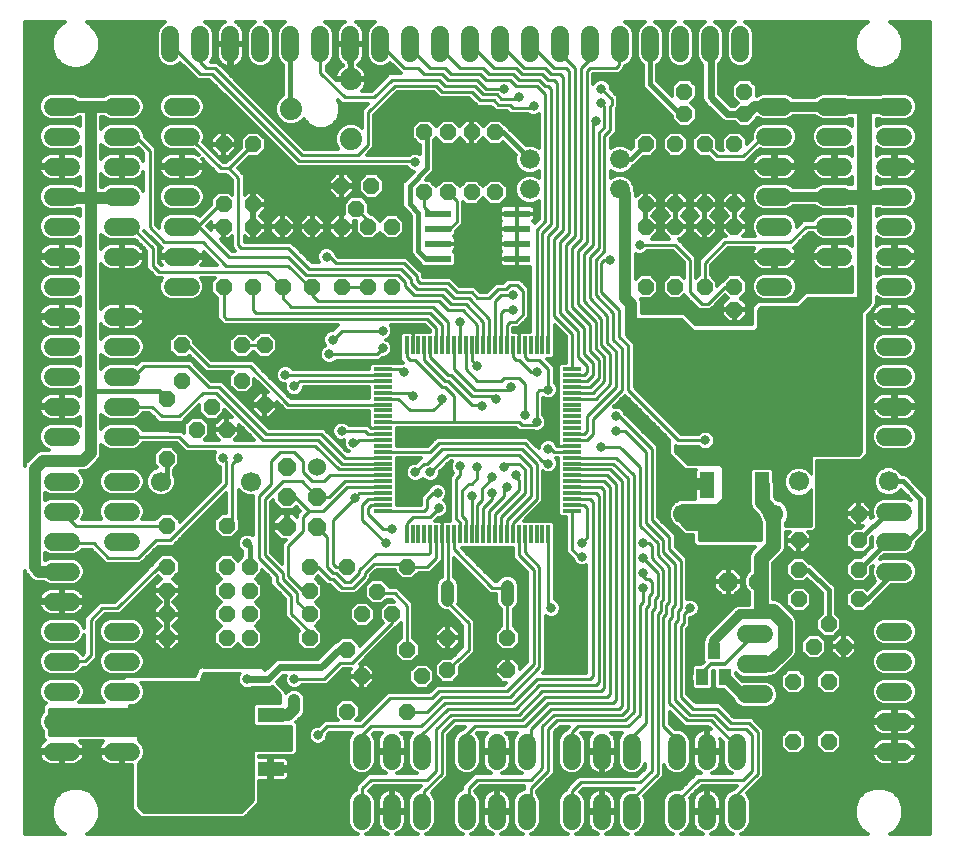
<source format=gtl>
G75*
%MOIN*%
%OFA0B0*%
%FSLAX25Y25*%
%IPPOS*%
%LPD*%
%AMOC8*
5,1,8,0,0,1.08239X$1,22.5*
%
%ADD10OC8,0.05200*%
%ADD11OC8,0.06200*%
%ADD12C,0.06200*%
%ADD13C,0.06693*%
%ADD14C,0.06600*%
%ADD15C,0.04400*%
%ADD16R,0.03937X0.05512*%
%ADD17R,0.05906X0.01181*%
%ADD18R,0.01181X0.05906*%
%ADD19R,0.08700X0.02400*%
%ADD20C,0.06000*%
%ADD21C,0.07400*%
%ADD22C,0.06000*%
%ADD23OC8,0.06000*%
%ADD24R,0.04800X0.08800*%
%ADD25R,0.14173X0.08661*%
%ADD26R,0.08800X0.04800*%
%ADD27R,0.08661X0.14173*%
%ADD28C,0.05937*%
%ADD29C,0.01200*%
%ADD30C,0.00984*%
%ADD31C,0.03175*%
%ADD32C,0.04000*%
%ADD33C,0.05000*%
%ADD34C,0.02400*%
%ADD35C,0.01600*%
%ADD36C,0.03200*%
%ADD37C,0.01000*%
D10*
X0054039Y0090305D03*
X0054039Y0098179D03*
X0054039Y0106053D03*
X0054039Y0113927D03*
X0054039Y0127707D03*
X0074039Y0127707D03*
X0074039Y0113927D03*
X0081598Y0113927D03*
X0081598Y0106053D03*
X0074039Y0106053D03*
X0074039Y0098179D03*
X0081598Y0098179D03*
X0081598Y0090305D03*
X0074039Y0090305D03*
X0101598Y0090305D03*
X0101598Y0098179D03*
X0101598Y0106053D03*
X0101598Y0113927D03*
X0114079Y0113927D03*
X0124079Y0105679D03*
X0129079Y0098179D03*
X0119079Y0098179D03*
X0114079Y0086368D03*
X0119000Y0077510D03*
X0114079Y0065699D03*
X0134079Y0065699D03*
X0139000Y0077510D03*
X0147543Y0079478D03*
X0147543Y0090305D03*
X0134079Y0086368D03*
X0134079Y0113927D03*
X0167543Y0090305D03*
X0167543Y0079478D03*
X0086677Y0167904D03*
X0078961Y0175935D03*
X0078961Y0187746D03*
X0086677Y0187904D03*
X0082740Y0207274D03*
X0072898Y0207274D03*
X0092583Y0207274D03*
X0102425Y0207274D03*
X0112268Y0207274D03*
X0121126Y0207274D03*
X0129000Y0207274D03*
X0129000Y0227274D03*
X0121126Y0227274D03*
X0117189Y0233396D03*
X0112268Y0227274D03*
X0102425Y0227274D03*
X0092583Y0227274D03*
X0082740Y0227274D03*
X0082740Y0234833D03*
X0072898Y0234833D03*
X0072898Y0227274D03*
X0072898Y0254833D03*
X0082740Y0254833D03*
X0112189Y0240896D03*
X0122189Y0240896D03*
X0139827Y0238770D03*
X0147701Y0238770D03*
X0155575Y0238770D03*
X0163449Y0238770D03*
X0163449Y0258770D03*
X0155575Y0258770D03*
X0147701Y0258770D03*
X0139827Y0258770D03*
X0213646Y0254833D03*
X0223488Y0254833D03*
X0233331Y0254833D03*
X0226500Y0264892D03*
X0226500Y0272392D03*
X0243173Y0254833D03*
X0246500Y0264892D03*
X0246500Y0272392D03*
X0243173Y0234833D03*
X0243173Y0227274D03*
X0233331Y0227274D03*
X0233331Y0234833D03*
X0223488Y0234833D03*
X0223488Y0227274D03*
X0213646Y0227274D03*
X0213646Y0234833D03*
X0213646Y0207274D03*
X0223488Y0207274D03*
X0233331Y0207274D03*
X0243173Y0207274D03*
X0243173Y0199715D03*
X0243173Y0179715D03*
X0264669Y0131644D03*
X0264669Y0122785D03*
X0264669Y0112943D03*
X0264669Y0103100D03*
X0274669Y0094852D03*
X0269669Y0087352D03*
X0279669Y0087352D03*
X0274669Y0075699D03*
X0262858Y0075699D03*
X0262858Y0055699D03*
X0274669Y0055699D03*
X0284669Y0103100D03*
X0284669Y0112943D03*
X0284669Y0122785D03*
X0284669Y0131644D03*
X0074000Y0159705D03*
X0069000Y0167205D03*
X0064000Y0159705D03*
X0054000Y0149892D03*
X0054000Y0169892D03*
X0058961Y0175935D03*
X0058961Y0187746D03*
D11*
X0241126Y0109006D03*
D12*
X0251126Y0109006D03*
D13*
X0256205Y0131644D03*
X0264591Y0142470D03*
X0294591Y0142470D03*
X0226205Y0131644D03*
X0082031Y0142392D03*
X0052031Y0142392D03*
D14*
X0175024Y0239833D03*
X0175024Y0249833D03*
X0205024Y0249833D03*
X0205024Y0239833D03*
D15*
X0167543Y0107426D02*
X0167543Y0103026D01*
X0147543Y0103026D02*
X0147543Y0107426D01*
D16*
X0232543Y0077116D03*
X0240024Y0077116D03*
X0236283Y0085778D03*
D17*
X0189039Y0132628D03*
X0189039Y0134596D03*
X0189039Y0136565D03*
X0189039Y0138533D03*
X0189039Y0140502D03*
X0189039Y0142470D03*
X0189039Y0144439D03*
X0189039Y0146407D03*
X0189039Y0148376D03*
X0189039Y0150344D03*
X0189039Y0152313D03*
X0189039Y0154281D03*
X0189039Y0156250D03*
X0189039Y0158219D03*
X0189039Y0160187D03*
X0189039Y0162156D03*
X0189039Y0164124D03*
X0189039Y0166093D03*
X0189039Y0168061D03*
X0189039Y0170030D03*
X0189039Y0171998D03*
X0189039Y0173967D03*
X0189039Y0175935D03*
X0189039Y0177904D03*
X0189039Y0179872D03*
X0126047Y0179872D03*
X0126047Y0177904D03*
X0126047Y0175935D03*
X0126047Y0173967D03*
X0126047Y0171998D03*
X0126047Y0170030D03*
X0126047Y0168061D03*
X0126047Y0166093D03*
X0126047Y0164124D03*
X0126047Y0162156D03*
X0126047Y0160187D03*
X0126047Y0158219D03*
X0126047Y0156250D03*
X0126047Y0154281D03*
X0126047Y0152313D03*
X0126047Y0150344D03*
X0126047Y0148376D03*
X0126047Y0146407D03*
X0126047Y0144439D03*
X0126047Y0142470D03*
X0126047Y0140502D03*
X0126047Y0138533D03*
X0126047Y0136565D03*
X0126047Y0134596D03*
X0126047Y0132628D03*
D18*
X0133921Y0124754D03*
X0135890Y0124754D03*
X0137858Y0124754D03*
X0139827Y0124754D03*
X0141795Y0124754D03*
X0143764Y0124754D03*
X0145732Y0124754D03*
X0147701Y0124754D03*
X0149669Y0124754D03*
X0151638Y0124754D03*
X0153606Y0124754D03*
X0155575Y0124754D03*
X0157543Y0124754D03*
X0159512Y0124754D03*
X0161480Y0124754D03*
X0163449Y0124754D03*
X0165417Y0124754D03*
X0167386Y0124754D03*
X0169354Y0124754D03*
X0171323Y0124754D03*
X0173291Y0124754D03*
X0175260Y0124754D03*
X0177228Y0124754D03*
X0179197Y0124754D03*
X0181165Y0124754D03*
X0181165Y0187746D03*
X0179197Y0187746D03*
X0177228Y0187746D03*
X0175260Y0187746D03*
X0173291Y0187746D03*
X0171323Y0187746D03*
X0169354Y0187746D03*
X0167386Y0187746D03*
X0165417Y0187746D03*
X0163449Y0187746D03*
X0161480Y0187746D03*
X0159512Y0187746D03*
X0157543Y0187746D03*
X0155575Y0187746D03*
X0153606Y0187746D03*
X0151638Y0187746D03*
X0149669Y0187746D03*
X0147701Y0187746D03*
X0145732Y0187746D03*
X0143764Y0187746D03*
X0141795Y0187746D03*
X0139827Y0187746D03*
X0137858Y0187746D03*
X0135890Y0187746D03*
X0133921Y0187746D03*
D19*
X0144343Y0216663D03*
X0144343Y0221663D03*
X0144343Y0226663D03*
X0144343Y0231663D03*
X0170843Y0231663D03*
X0170843Y0226663D03*
X0170843Y0221663D03*
X0170843Y0216663D03*
D20*
X0175161Y0285140D02*
X0175161Y0291140D01*
X0165161Y0291140D02*
X0165161Y0285140D01*
X0155161Y0285140D02*
X0155161Y0291140D01*
X0145161Y0291140D02*
X0145161Y0285140D01*
X0135161Y0285140D02*
X0135161Y0291140D01*
X0125161Y0291140D02*
X0125161Y0285140D01*
X0115161Y0285140D02*
X0115161Y0291140D01*
X0105161Y0291140D02*
X0105161Y0285140D01*
X0095161Y0285140D02*
X0095161Y0291140D01*
X0085161Y0291140D02*
X0085161Y0285140D01*
X0075161Y0285140D02*
X0075161Y0291140D01*
X0065161Y0291140D02*
X0065161Y0285140D01*
X0055161Y0285140D02*
X0055161Y0291140D01*
X0056000Y0267392D02*
X0062000Y0267392D01*
X0062000Y0257392D02*
X0056000Y0257392D01*
X0056000Y0247392D02*
X0062000Y0247392D01*
X0062000Y0237392D02*
X0056000Y0237392D01*
X0056000Y0227392D02*
X0062000Y0227392D01*
X0062000Y0217392D02*
X0056000Y0217392D01*
X0042000Y0217392D02*
X0036000Y0217392D01*
X0036000Y0227392D02*
X0042000Y0227392D01*
X0042000Y0237392D02*
X0036000Y0237392D01*
X0036000Y0247392D02*
X0042000Y0247392D01*
X0042000Y0257392D02*
X0036000Y0257392D01*
X0036000Y0267392D02*
X0042000Y0267392D01*
X0022000Y0267392D02*
X0016000Y0267392D01*
X0016000Y0257392D02*
X0022000Y0257392D01*
X0022000Y0247392D02*
X0016000Y0247392D01*
X0016000Y0237392D02*
X0022000Y0237392D01*
X0022000Y0227392D02*
X0016000Y0227392D01*
X0016000Y0217392D02*
X0022000Y0217392D01*
X0022000Y0207392D02*
X0016000Y0207392D01*
X0016000Y0197392D02*
X0022000Y0197392D01*
X0022000Y0187392D02*
X0016000Y0187392D01*
X0016000Y0177392D02*
X0022000Y0177392D01*
X0022000Y0167392D02*
X0016000Y0167392D01*
X0016000Y0157392D02*
X0022000Y0157392D01*
X0036000Y0157392D02*
X0042000Y0157392D01*
X0042000Y0167392D02*
X0036000Y0167392D01*
X0036000Y0177392D02*
X0042000Y0177392D01*
X0042000Y0187392D02*
X0036000Y0187392D01*
X0036000Y0197392D02*
X0042000Y0197392D01*
X0042000Y0142392D02*
X0036000Y0142392D01*
X0036000Y0132392D02*
X0042000Y0132392D01*
X0042000Y0122392D02*
X0036000Y0122392D01*
X0022000Y0122392D02*
X0016000Y0122392D01*
X0016000Y0132392D02*
X0022000Y0132392D01*
X0022000Y0142392D02*
X0016000Y0142392D01*
X0016000Y0112392D02*
X0022000Y0112392D01*
X0022000Y0102392D02*
X0016000Y0102392D01*
X0016000Y0092392D02*
X0022000Y0092392D01*
X0022000Y0082392D02*
X0016000Y0082392D01*
X0016000Y0072392D02*
X0022000Y0072392D01*
X0022000Y0062392D02*
X0016000Y0062392D01*
X0016000Y0052392D02*
X0022000Y0052392D01*
X0036000Y0052392D02*
X0042000Y0052392D01*
X0042000Y0062392D02*
X0036000Y0062392D01*
X0036000Y0072392D02*
X0042000Y0072392D01*
X0042000Y0082392D02*
X0036000Y0082392D01*
X0036000Y0092392D02*
X0042000Y0092392D01*
X0119000Y0055392D02*
X0119000Y0049392D01*
X0129000Y0049392D02*
X0129000Y0055392D01*
X0139000Y0055392D02*
X0139000Y0049392D01*
X0154000Y0049392D02*
X0154000Y0055392D01*
X0164000Y0055392D02*
X0164000Y0049392D01*
X0174000Y0049392D02*
X0174000Y0055392D01*
X0189000Y0055392D02*
X0189000Y0049392D01*
X0199000Y0049392D02*
X0199000Y0055392D01*
X0209000Y0055392D02*
X0209000Y0049392D01*
X0224000Y0049392D02*
X0224000Y0055392D01*
X0234000Y0055392D02*
X0234000Y0049392D01*
X0244000Y0049392D02*
X0244000Y0055392D01*
X0247063Y0071447D02*
X0253063Y0071447D01*
X0253063Y0081447D02*
X0247063Y0081447D01*
X0247063Y0091447D02*
X0253063Y0091447D01*
X0293500Y0092392D02*
X0299500Y0092392D01*
X0299500Y0082392D02*
X0293500Y0082392D01*
X0293500Y0072392D02*
X0299500Y0072392D01*
X0299500Y0062392D02*
X0293500Y0062392D01*
X0293500Y0052392D02*
X0299500Y0052392D01*
X0244000Y0035392D02*
X0244000Y0029392D01*
X0234000Y0029392D02*
X0234000Y0035392D01*
X0224000Y0035392D02*
X0224000Y0029392D01*
X0209000Y0029392D02*
X0209000Y0035392D01*
X0199000Y0035392D02*
X0199000Y0029392D01*
X0189000Y0029392D02*
X0189000Y0035392D01*
X0174000Y0035392D02*
X0174000Y0029392D01*
X0164000Y0029392D02*
X0164000Y0035392D01*
X0154000Y0035392D02*
X0154000Y0029392D01*
X0139000Y0029392D02*
X0139000Y0035392D01*
X0129000Y0035392D02*
X0129000Y0029392D01*
X0119000Y0029392D02*
X0119000Y0035392D01*
X0293500Y0112392D02*
X0299500Y0112392D01*
X0299500Y0122392D02*
X0293500Y0122392D01*
X0293500Y0132392D02*
X0299500Y0132392D01*
X0299500Y0157392D02*
X0293500Y0157392D01*
X0293500Y0167392D02*
X0299500Y0167392D01*
X0299500Y0177392D02*
X0293500Y0177392D01*
X0293500Y0187392D02*
X0299500Y0187392D01*
X0299500Y0197392D02*
X0293500Y0197392D01*
X0293500Y0207392D02*
X0299500Y0207392D01*
X0299500Y0217392D02*
X0293500Y0217392D01*
X0293500Y0227392D02*
X0299500Y0227392D01*
X0299500Y0237392D02*
X0293500Y0237392D01*
X0293500Y0247392D02*
X0299500Y0247392D01*
X0299500Y0257392D02*
X0293500Y0257392D01*
X0293500Y0267392D02*
X0299500Y0267392D01*
X0279500Y0267392D02*
X0273500Y0267392D01*
X0273500Y0257392D02*
X0279500Y0257392D01*
X0279500Y0247392D02*
X0273500Y0247392D01*
X0273500Y0237392D02*
X0279500Y0237392D01*
X0279500Y0227392D02*
X0273500Y0227392D01*
X0273500Y0217392D02*
X0279500Y0217392D01*
X0259500Y0217392D02*
X0253500Y0217392D01*
X0253500Y0227392D02*
X0259500Y0227392D01*
X0259500Y0237392D02*
X0253500Y0237392D01*
X0253500Y0247392D02*
X0259500Y0247392D01*
X0259500Y0257392D02*
X0253500Y0257392D01*
X0253500Y0267392D02*
X0259500Y0267392D01*
X0245161Y0285140D02*
X0245161Y0291140D01*
X0235161Y0291140D02*
X0235161Y0285140D01*
X0225161Y0285140D02*
X0225161Y0291140D01*
X0215161Y0291140D02*
X0215161Y0285140D01*
X0205161Y0285140D02*
X0205161Y0291140D01*
X0195161Y0291140D02*
X0195161Y0285140D01*
X0185161Y0285140D02*
X0185161Y0291140D01*
D21*
X0115378Y0276486D03*
X0115378Y0256486D03*
X0095378Y0266486D03*
D22*
X0104000Y0147392D03*
D23*
X0094000Y0147392D03*
X0094000Y0137392D03*
X0104000Y0137392D03*
X0104000Y0127392D03*
X0094000Y0127392D03*
D24*
X0234073Y0141097D03*
X0243173Y0141097D03*
X0252273Y0141097D03*
D25*
X0243173Y0165498D03*
D26*
X0088562Y0064681D03*
X0088562Y0055581D03*
X0088562Y0046481D03*
D27*
X0064161Y0055581D03*
D28*
X0061969Y0207392D02*
X0056031Y0207392D01*
X0253531Y0207392D02*
X0259469Y0207392D01*
D29*
X0006568Y0112617D02*
X0006568Y0024960D01*
X0020131Y0024960D01*
X0019108Y0025384D01*
X0016835Y0027657D01*
X0015605Y0030627D01*
X0015605Y0033842D01*
X0016835Y0036811D01*
X0019108Y0039084D01*
X0022078Y0040315D01*
X0025292Y0040315D01*
X0028262Y0039084D01*
X0030535Y0036811D01*
X0031765Y0033842D01*
X0031765Y0030627D01*
X0030535Y0027657D01*
X0028262Y0025384D01*
X0027239Y0024960D01*
X0117719Y0024960D01*
X0116403Y0025505D01*
X0115114Y0026795D01*
X0114416Y0028480D01*
X0114416Y0036304D01*
X0115114Y0037988D01*
X0116403Y0039278D01*
X0117081Y0039559D01*
X0117081Y0040968D01*
X0118297Y0042185D01*
X0121250Y0045137D01*
X0127217Y0045137D01*
X0126589Y0045457D01*
X0126003Y0045883D01*
X0125491Y0046395D01*
X0125066Y0046981D01*
X0124737Y0047626D01*
X0124513Y0048315D01*
X0124400Y0049030D01*
X0124400Y0051992D01*
X0128600Y0051992D01*
X0128600Y0052792D01*
X0124400Y0052792D01*
X0124400Y0055754D01*
X0124513Y0056469D01*
X0124737Y0057158D01*
X0125066Y0057803D01*
X0125491Y0058388D01*
X0125804Y0058701D01*
X0122970Y0058701D01*
X0122572Y0058303D01*
X0122886Y0057988D01*
X0123584Y0056304D01*
X0123584Y0048480D01*
X0122886Y0046795D01*
X0121597Y0045505D01*
X0119912Y0044807D01*
X0118088Y0044807D01*
X0116403Y0045505D01*
X0115114Y0046795D01*
X0114416Y0048480D01*
X0114416Y0056304D01*
X0115114Y0057988D01*
X0115826Y0058701D01*
X0108207Y0058701D01*
X0107565Y0058060D01*
X0107565Y0057194D01*
X0107082Y0056028D01*
X0106190Y0055136D01*
X0105025Y0054653D01*
X0103763Y0054653D01*
X0102597Y0055136D01*
X0101705Y0056028D01*
X0101222Y0057194D01*
X0101222Y0058456D01*
X0101705Y0059621D01*
X0102597Y0060514D01*
X0103763Y0060996D01*
X0104629Y0060996D01*
X0106486Y0062854D01*
X0111006Y0062854D01*
X0109894Y0063966D01*
X0109894Y0067432D01*
X0112346Y0069883D01*
X0115812Y0069883D01*
X0118263Y0067432D01*
X0118263Y0063966D01*
X0117151Y0062854D01*
X0118297Y0062854D01*
X0127648Y0072204D01*
X0141427Y0072204D01*
X0143888Y0074665D01*
X0166526Y0074665D01*
X0167139Y0075278D01*
X0165804Y0075278D01*
X0163343Y0077739D01*
X0163343Y0079278D01*
X0167343Y0079278D01*
X0167343Y0079678D01*
X0163343Y0079678D01*
X0163343Y0081218D01*
X0165804Y0083678D01*
X0167343Y0083678D01*
X0167343Y0079678D01*
X0167743Y0079678D01*
X0167743Y0083678D01*
X0169283Y0083678D01*
X0171743Y0081218D01*
X0171743Y0079882D01*
X0174168Y0082307D01*
X0174168Y0112083D01*
X0169246Y0117004D01*
X0169246Y0120217D01*
X0152221Y0120217D01*
X0163325Y0109114D01*
X0164146Y0109114D01*
X0164335Y0109570D01*
X0165400Y0110634D01*
X0166791Y0111211D01*
X0168296Y0111211D01*
X0169687Y0110634D01*
X0170751Y0109570D01*
X0171328Y0108179D01*
X0171328Y0102274D01*
X0170751Y0100883D01*
X0169687Y0099818D01*
X0169620Y0099790D01*
X0169620Y0094146D01*
X0171728Y0092038D01*
X0171728Y0088572D01*
X0169276Y0086121D01*
X0165810Y0086121D01*
X0163359Y0088572D01*
X0163359Y0092038D01*
X0165467Y0094146D01*
X0165467Y0099790D01*
X0165400Y0099818D01*
X0164335Y0100883D01*
X0163759Y0102274D01*
X0163759Y0104961D01*
X0161604Y0104961D01*
X0160388Y0106177D01*
X0149777Y0116788D01*
X0149777Y0110544D01*
X0150751Y0109570D01*
X0151328Y0108179D01*
X0151328Y0102274D01*
X0151079Y0101674D01*
X0156667Y0096086D01*
X0156667Y0087214D01*
X0156677Y0087205D01*
X0156667Y0086357D01*
X0156667Y0085508D01*
X0156657Y0085498D01*
X0156657Y0085485D01*
X0156051Y0084892D01*
X0155451Y0084292D01*
X0155437Y0084292D01*
X0151728Y0080665D01*
X0151728Y0077745D01*
X0149276Y0075294D01*
X0145810Y0075294D01*
X0143359Y0077745D01*
X0143359Y0081212D01*
X0145810Y0083663D01*
X0148853Y0083663D01*
X0152514Y0087242D01*
X0152514Y0094366D01*
X0147638Y0099242D01*
X0146791Y0099242D01*
X0145400Y0099818D01*
X0144335Y0100883D01*
X0143759Y0102274D01*
X0143759Y0108179D01*
X0144335Y0109570D01*
X0145400Y0110634D01*
X0145624Y0110728D01*
X0145624Y0115804D01*
X0144624Y0114804D01*
X0144624Y0114804D01*
X0141671Y0111851D01*
X0137920Y0111851D01*
X0135812Y0109743D01*
X0132346Y0109743D01*
X0129894Y0112194D01*
X0129894Y0112835D01*
X0123955Y0112835D01*
X0122218Y0111099D01*
X0122218Y0110114D01*
X0121002Y0108898D01*
X0118281Y0106177D01*
X0118281Y0106177D01*
X0117065Y0104961D01*
X0111408Y0104961D01*
X0108455Y0107914D01*
X0107471Y0107914D01*
X0104487Y0110898D01*
X0103579Y0109990D01*
X0105783Y0107786D01*
X0105783Y0104320D01*
X0103579Y0102116D01*
X0105783Y0099912D01*
X0105783Y0096446D01*
X0103579Y0094242D01*
X0105783Y0092038D01*
X0105783Y0088572D01*
X0103332Y0086121D01*
X0099865Y0086121D01*
X0097414Y0088572D01*
X0097414Y0092038D01*
X0098077Y0092701D01*
X0094675Y0096103D01*
X0093459Y0097319D01*
X0093459Y0103225D01*
X0088538Y0108146D01*
X0088538Y0110114D01*
X0085783Y0112869D01*
X0085783Y0112194D01*
X0083579Y0109990D01*
X0085783Y0107786D01*
X0085783Y0104320D01*
X0083579Y0102116D01*
X0085783Y0099912D01*
X0085783Y0096446D01*
X0083579Y0094242D01*
X0085783Y0092038D01*
X0085783Y0088572D01*
X0083332Y0086121D01*
X0079865Y0086121D01*
X0077819Y0088167D01*
X0075773Y0086121D01*
X0072306Y0086121D01*
X0069855Y0088572D01*
X0069855Y0092038D01*
X0072059Y0094242D01*
X0069855Y0096446D01*
X0069855Y0099912D01*
X0072059Y0102116D01*
X0069855Y0104320D01*
X0069855Y0107786D01*
X0072059Y0109990D01*
X0069855Y0112194D01*
X0069855Y0115660D01*
X0072306Y0118111D01*
X0075773Y0118111D01*
X0077819Y0116065D01*
X0079214Y0117460D01*
X0079214Y0119013D01*
X0078975Y0119112D01*
X0078083Y0120005D01*
X0077600Y0121170D01*
X0077600Y0122432D01*
X0078083Y0123598D01*
X0078975Y0124490D01*
X0080141Y0124973D01*
X0081403Y0124973D01*
X0082568Y0124490D01*
X0082632Y0124426D01*
X0082632Y0137461D01*
X0081051Y0137461D01*
X0079238Y0138212D01*
X0077927Y0139523D01*
X0077927Y0129737D01*
X0078224Y0129440D01*
X0078224Y0125974D01*
X0075773Y0123522D01*
X0072306Y0123522D01*
X0069855Y0125974D01*
X0069855Y0129440D01*
X0072306Y0131891D01*
X0073774Y0131891D01*
X0073774Y0138442D01*
X0056041Y0120709D01*
X0051120Y0120709D01*
X0046431Y0116020D01*
X0046431Y0116020D01*
X0045214Y0114804D01*
X0033652Y0114804D01*
X0028730Y0119725D01*
X0025816Y0119725D01*
X0024597Y0118505D01*
X0022912Y0117807D01*
X0015088Y0117807D01*
X0013490Y0118470D01*
X0013490Y0116314D01*
X0015088Y0116976D01*
X0022912Y0116976D01*
X0024597Y0116278D01*
X0025886Y0114988D01*
X0026584Y0113304D01*
X0026584Y0111480D01*
X0025886Y0109795D01*
X0024597Y0108505D01*
X0022912Y0107807D01*
X0015088Y0107807D01*
X0013403Y0108505D01*
X0013101Y0108807D01*
X0010728Y0108807D01*
X0009411Y0109353D01*
X0007875Y0110889D01*
X0006867Y0111897D01*
X0006568Y0112617D01*
X0006568Y0112280D02*
X0006708Y0112280D01*
X0006568Y0111082D02*
X0007682Y0111082D01*
X0006568Y0109883D02*
X0008881Y0109883D01*
X0006568Y0108685D02*
X0013224Y0108685D01*
X0014234Y0106655D02*
X0013589Y0106326D01*
X0013003Y0105900D01*
X0012491Y0105388D01*
X0012066Y0104803D01*
X0011737Y0104158D01*
X0011513Y0103469D01*
X0011406Y0102792D01*
X0018600Y0102792D01*
X0018600Y0106992D01*
X0015638Y0106992D01*
X0014923Y0106878D01*
X0014234Y0106655D01*
X0013536Y0106288D02*
X0006568Y0106288D01*
X0006568Y0107486D02*
X0041867Y0107486D01*
X0043065Y0108685D02*
X0024776Y0108685D01*
X0025923Y0109883D02*
X0044264Y0109883D01*
X0045462Y0111082D02*
X0026419Y0111082D01*
X0026584Y0112280D02*
X0046661Y0112280D01*
X0047859Y0113479D02*
X0026512Y0113479D01*
X0026015Y0114677D02*
X0049058Y0114677D01*
X0049855Y0115475D02*
X0036604Y0102224D01*
X0031683Y0102224D01*
X0027746Y0098287D01*
X0026530Y0097071D01*
X0026530Y0093435D01*
X0025886Y0094988D01*
X0024597Y0096278D01*
X0022912Y0096976D01*
X0015088Y0096976D01*
X0013403Y0096278D01*
X0012114Y0094988D01*
X0011416Y0093304D01*
X0011416Y0091480D01*
X0012114Y0089795D01*
X0013403Y0088505D01*
X0015088Y0087807D01*
X0022912Y0087807D01*
X0024597Y0088505D01*
X0025886Y0089795D01*
X0026530Y0091349D01*
X0026530Y0085260D01*
X0025995Y0084725D01*
X0025886Y0084988D01*
X0024597Y0086278D01*
X0022912Y0086976D01*
X0015088Y0086976D01*
X0013403Y0086278D01*
X0012114Y0084988D01*
X0011416Y0083304D01*
X0011416Y0081480D01*
X0012114Y0079795D01*
X0013403Y0078505D01*
X0015088Y0077807D01*
X0022912Y0077807D01*
X0024597Y0078505D01*
X0025886Y0079795D01*
X0026118Y0080355D01*
X0027498Y0080355D01*
X0028714Y0081571D01*
X0030683Y0083540D01*
X0030683Y0095351D01*
X0033403Y0098071D01*
X0038325Y0098071D01*
X0039541Y0099288D01*
X0051151Y0110898D01*
X0052048Y0110001D01*
X0049839Y0107793D01*
X0049839Y0106253D01*
X0053839Y0106253D01*
X0053839Y0105853D01*
X0049839Y0105853D01*
X0049839Y0104313D01*
X0052037Y0102116D01*
X0049839Y0099919D01*
X0049839Y0098379D01*
X0053839Y0098379D01*
X0053839Y0097979D01*
X0049839Y0097979D01*
X0049839Y0096439D01*
X0052037Y0094242D01*
X0049839Y0092045D01*
X0049839Y0090505D01*
X0053839Y0090505D01*
X0053839Y0090105D01*
X0049839Y0090105D01*
X0049839Y0088565D01*
X0052300Y0086105D01*
X0053839Y0086105D01*
X0053839Y0090105D01*
X0054239Y0090105D01*
X0054239Y0086105D01*
X0055779Y0086105D01*
X0058239Y0088565D01*
X0058239Y0090105D01*
X0054239Y0090105D01*
X0054239Y0090505D01*
X0053839Y0090505D01*
X0053839Y0094505D01*
X0053839Y0097979D01*
X0054239Y0097979D01*
X0054239Y0090505D01*
X0058239Y0090505D01*
X0058239Y0092045D01*
X0056042Y0094242D01*
X0058239Y0096439D01*
X0058239Y0097979D01*
X0054239Y0097979D01*
X0054239Y0098379D01*
X0054239Y0101853D01*
X0054239Y0105853D01*
X0053839Y0105853D01*
X0053839Y0098379D01*
X0054239Y0098379D01*
X0058239Y0098379D01*
X0058239Y0099919D01*
X0056042Y0102116D01*
X0058239Y0104313D01*
X0058239Y0105853D01*
X0054239Y0105853D01*
X0054239Y0106253D01*
X0058239Y0106253D01*
X0058239Y0107793D01*
X0056031Y0110001D01*
X0058224Y0112194D01*
X0058224Y0115660D01*
X0055773Y0118111D01*
X0052306Y0118111D01*
X0049855Y0115660D01*
X0049855Y0115475D01*
X0050070Y0115876D02*
X0046286Y0115876D01*
X0047485Y0117074D02*
X0051269Y0117074D01*
X0049882Y0119471D02*
X0078616Y0119471D01*
X0079214Y0118273D02*
X0048683Y0118273D01*
X0051080Y0120670D02*
X0077807Y0120670D01*
X0077600Y0121868D02*
X0057200Y0121868D01*
X0058399Y0123067D02*
X0077863Y0123067D01*
X0078750Y0124265D02*
X0076515Y0124265D01*
X0077714Y0125464D02*
X0082632Y0125464D01*
X0082632Y0126662D02*
X0078224Y0126662D01*
X0078224Y0127861D02*
X0082632Y0127861D01*
X0082632Y0129059D02*
X0078224Y0129059D01*
X0077927Y0130258D02*
X0082632Y0130258D01*
X0082632Y0131456D02*
X0077927Y0131456D01*
X0077927Y0132655D02*
X0082632Y0132655D01*
X0082632Y0133853D02*
X0077927Y0133853D01*
X0077927Y0135052D02*
X0082632Y0135052D01*
X0082632Y0136250D02*
X0077927Y0136250D01*
X0077927Y0137449D02*
X0082632Y0137449D01*
X0078803Y0138647D02*
X0077927Y0138647D01*
X0073774Y0137449D02*
X0072781Y0137449D01*
X0073774Y0136250D02*
X0071582Y0136250D01*
X0070384Y0135052D02*
X0073774Y0135052D01*
X0073774Y0133853D02*
X0069185Y0133853D01*
X0067987Y0132655D02*
X0073774Y0132655D01*
X0071872Y0131456D02*
X0066788Y0131456D01*
X0065590Y0130258D02*
X0070673Y0130258D01*
X0069855Y0129059D02*
X0064391Y0129059D01*
X0063193Y0127861D02*
X0069855Y0127861D01*
X0069855Y0126662D02*
X0061994Y0126662D01*
X0060796Y0125464D02*
X0070365Y0125464D01*
X0071563Y0124265D02*
X0059597Y0124265D01*
X0058224Y0128764D02*
X0058224Y0129440D01*
X0055773Y0131891D01*
X0052306Y0131891D01*
X0050198Y0129783D01*
X0045874Y0129783D01*
X0045886Y0129795D01*
X0046584Y0131480D01*
X0046584Y0133304D01*
X0045886Y0134988D01*
X0044597Y0136278D01*
X0042912Y0136976D01*
X0035088Y0136976D01*
X0033403Y0136278D01*
X0032114Y0134988D01*
X0031416Y0133304D01*
X0031416Y0131480D01*
X0032114Y0129795D01*
X0032126Y0129783D01*
X0025874Y0129783D01*
X0025886Y0129795D01*
X0026584Y0131480D01*
X0026584Y0133304D01*
X0025886Y0134988D01*
X0024597Y0136278D01*
X0022912Y0136976D01*
X0015088Y0136976D01*
X0013490Y0136314D01*
X0013490Y0138470D01*
X0015088Y0137807D01*
X0022912Y0137807D01*
X0024597Y0138505D01*
X0025886Y0139795D01*
X0026584Y0141480D01*
X0026584Y0143304D01*
X0025886Y0144988D01*
X0025099Y0145776D01*
X0026681Y0145776D01*
X0027999Y0146322D01*
X0031645Y0149968D01*
X0032191Y0151285D01*
X0032191Y0154718D01*
X0033403Y0153505D01*
X0035088Y0152807D01*
X0042912Y0152807D01*
X0044597Y0153505D01*
X0045886Y0154795D01*
X0046102Y0155315D01*
X0053179Y0155315D01*
X0053337Y0155158D01*
X0057274Y0155158D01*
X0059010Y0153421D01*
X0059010Y0153421D01*
X0060227Y0152205D01*
X0070162Y0152205D01*
X0070098Y0152141D01*
X0069615Y0150975D01*
X0069615Y0149714D01*
X0070098Y0148548D01*
X0070990Y0147656D01*
X0071806Y0147318D01*
X0071806Y0142346D01*
X0058224Y0128764D01*
X0058224Y0129059D02*
X0058518Y0129059D01*
X0057406Y0130258D02*
X0059717Y0130258D01*
X0060916Y0131456D02*
X0056207Y0131456D01*
X0051872Y0131456D02*
X0046574Y0131456D01*
X0046584Y0132655D02*
X0062114Y0132655D01*
X0063313Y0133853D02*
X0046357Y0133853D01*
X0045823Y0135052D02*
X0064511Y0135052D01*
X0065710Y0136250D02*
X0044625Y0136250D01*
X0044597Y0138505D02*
X0045886Y0139795D01*
X0046584Y0141480D01*
X0046584Y0143304D01*
X0045886Y0144988D01*
X0044597Y0146278D01*
X0042912Y0146976D01*
X0035088Y0146976D01*
X0033403Y0146278D01*
X0032114Y0144988D01*
X0031416Y0143304D01*
X0031416Y0141480D01*
X0032114Y0139795D01*
X0033403Y0138505D01*
X0035088Y0137807D01*
X0042912Y0137807D01*
X0044597Y0138505D01*
X0044739Y0138647D02*
X0048803Y0138647D01*
X0049238Y0138212D02*
X0051051Y0137461D01*
X0053012Y0137461D01*
X0054825Y0138212D01*
X0056212Y0139599D01*
X0056962Y0141411D01*
X0056962Y0143373D01*
X0056384Y0144768D01*
X0056384Y0146359D01*
X0058184Y0148159D01*
X0058184Y0151625D01*
X0055733Y0154076D01*
X0052267Y0154076D01*
X0049816Y0151625D01*
X0049816Y0148159D01*
X0050769Y0147206D01*
X0049238Y0146572D01*
X0047851Y0145185D01*
X0047101Y0143373D01*
X0047101Y0141411D01*
X0047851Y0139599D01*
X0049238Y0138212D01*
X0047749Y0139846D02*
X0045907Y0139846D01*
X0046404Y0141044D02*
X0047253Y0141044D01*
X0047101Y0142243D02*
X0046584Y0142243D01*
X0046527Y0143441D02*
X0047129Y0143441D01*
X0047626Y0144640D02*
X0046031Y0144640D01*
X0045036Y0145838D02*
X0048505Y0145838D01*
X0050361Y0147037D02*
X0028714Y0147037D01*
X0029913Y0148235D02*
X0049816Y0148235D01*
X0049816Y0149434D02*
X0031111Y0149434D01*
X0031920Y0150632D02*
X0049816Y0150632D01*
X0050022Y0151831D02*
X0032191Y0151831D01*
X0032191Y0153029D02*
X0034552Y0153029D01*
X0032681Y0154228D02*
X0032191Y0154228D01*
X0032191Y0160065D02*
X0032191Y0164718D01*
X0033403Y0163505D01*
X0035088Y0162807D01*
X0042912Y0162807D01*
X0044597Y0163505D01*
X0045886Y0164795D01*
X0046102Y0165315D01*
X0048101Y0165315D01*
X0050152Y0163264D01*
X0051368Y0162048D01*
X0058994Y0162048D01*
X0064816Y0167869D01*
X0064816Y0165472D01*
X0067267Y0163020D01*
X0070733Y0163020D01*
X0073184Y0165472D01*
X0073184Y0166314D01*
X0075594Y0163905D01*
X0074200Y0163905D01*
X0074200Y0159905D01*
X0073800Y0159905D01*
X0073800Y0163905D01*
X0072260Y0163905D01*
X0069800Y0161444D01*
X0069800Y0159905D01*
X0073800Y0159905D01*
X0073800Y0159505D01*
X0069800Y0159505D01*
X0069800Y0157965D01*
X0071407Y0156358D01*
X0066571Y0156358D01*
X0068184Y0157972D01*
X0068184Y0161438D01*
X0065733Y0163889D01*
X0062267Y0163889D01*
X0059816Y0161438D01*
X0059816Y0158489D01*
X0058994Y0159311D01*
X0055057Y0159311D01*
X0054899Y0159468D01*
X0046102Y0159468D01*
X0045886Y0159988D01*
X0044597Y0161278D01*
X0042912Y0161976D01*
X0035088Y0161976D01*
X0033403Y0161278D01*
X0032191Y0160065D01*
X0032191Y0160221D02*
X0032346Y0160221D01*
X0032191Y0161419D02*
X0033744Y0161419D01*
X0032191Y0162618D02*
X0050798Y0162618D01*
X0049600Y0163816D02*
X0044907Y0163816D01*
X0045977Y0165015D02*
X0048401Y0165015D01*
X0044256Y0161419D02*
X0059816Y0161419D01*
X0059816Y0160221D02*
X0045654Y0160221D01*
X0045319Y0154228D02*
X0058204Y0154228D01*
X0059402Y0153029D02*
X0056780Y0153029D01*
X0057978Y0151831D02*
X0069969Y0151831D01*
X0069615Y0150632D02*
X0058184Y0150632D01*
X0058184Y0149434D02*
X0069731Y0149434D01*
X0070410Y0148235D02*
X0058184Y0148235D01*
X0057063Y0147037D02*
X0071806Y0147037D01*
X0071806Y0145838D02*
X0056384Y0145838D01*
X0056437Y0144640D02*
X0071806Y0144640D01*
X0071806Y0143441D02*
X0056934Y0143441D01*
X0056962Y0142243D02*
X0071702Y0142243D01*
X0070504Y0141044D02*
X0056810Y0141044D01*
X0056314Y0139846D02*
X0069305Y0139846D01*
X0068107Y0138647D02*
X0055260Y0138647D01*
X0050673Y0130258D02*
X0046078Y0130258D01*
X0033375Y0136250D02*
X0024625Y0136250D01*
X0025823Y0135052D02*
X0032177Y0135052D01*
X0031643Y0133853D02*
X0026357Y0133853D01*
X0026584Y0132655D02*
X0031416Y0132655D01*
X0031426Y0131456D02*
X0026574Y0131456D01*
X0026078Y0130258D02*
X0031922Y0130258D01*
X0033261Y0138647D02*
X0024739Y0138647D01*
X0025907Y0139846D02*
X0032093Y0139846D01*
X0031596Y0141044D02*
X0026404Y0141044D01*
X0026584Y0142243D02*
X0031416Y0142243D01*
X0031473Y0143441D02*
X0026527Y0143441D01*
X0026031Y0144640D02*
X0031969Y0144640D01*
X0032964Y0145838D02*
X0026832Y0145838D01*
X0014757Y0152944D02*
X0012145Y0152944D01*
X0010828Y0152399D01*
X0009820Y0151391D01*
X0006867Y0148438D01*
X0006568Y0147717D01*
X0006568Y0295414D01*
X0020131Y0295414D01*
X0019108Y0294990D01*
X0016835Y0292717D01*
X0015605Y0289747D01*
X0015605Y0286532D01*
X0016835Y0283563D01*
X0019108Y0281290D01*
X0022078Y0280059D01*
X0025292Y0280059D01*
X0028262Y0281290D01*
X0030535Y0283563D01*
X0031765Y0286532D01*
X0031765Y0289747D01*
X0030535Y0292717D01*
X0028262Y0294990D01*
X0027239Y0295414D01*
X0053501Y0295414D01*
X0052565Y0295026D01*
X0051275Y0293737D01*
X0050577Y0292052D01*
X0050577Y0284228D01*
X0051275Y0282543D01*
X0052565Y0281253D01*
X0054250Y0280556D01*
X0056073Y0280556D01*
X0057758Y0281253D01*
X0058435Y0281930D01*
X0062928Y0277437D01*
X0064144Y0276221D01*
X0068101Y0276221D01*
X0095920Y0248402D01*
X0097136Y0247185D01*
X0134097Y0247185D01*
X0134185Y0246973D01*
X0135077Y0246081D01*
X0136238Y0245600D01*
X0132521Y0241883D01*
X0132521Y0234003D01*
X0133918Y0232606D01*
X0135474Y0231050D01*
X0135474Y0218255D01*
X0136871Y0216858D01*
X0138409Y0215320D01*
X0138409Y0214807D01*
X0139337Y0213879D01*
X0149350Y0213879D01*
X0150278Y0214807D01*
X0150278Y0218520D01*
X0149637Y0219161D01*
X0149676Y0219183D01*
X0149974Y0219481D01*
X0150184Y0219846D01*
X0150293Y0220253D01*
X0150293Y0221663D01*
X0144343Y0221663D01*
X0144343Y0221663D01*
X0150293Y0221663D01*
X0150293Y0223074D01*
X0150184Y0223481D01*
X0149974Y0223846D01*
X0149676Y0224144D01*
X0149637Y0224166D01*
X0150278Y0224807D01*
X0150278Y0225772D01*
X0151514Y0227008D01*
X0152730Y0228225D01*
X0152730Y0235697D01*
X0153842Y0234585D01*
X0157308Y0234585D01*
X0159512Y0236789D01*
X0161716Y0234585D01*
X0165182Y0234585D01*
X0167633Y0237037D01*
X0167633Y0240503D01*
X0165182Y0242954D01*
X0161716Y0242954D01*
X0159512Y0240750D01*
X0157308Y0242954D01*
X0153842Y0242954D01*
X0151638Y0240750D01*
X0149434Y0242954D01*
X0145968Y0242954D01*
X0143764Y0240750D01*
X0141560Y0242954D01*
X0140336Y0242954D01*
X0141799Y0244417D01*
X0143195Y0245814D01*
X0143195Y0256221D01*
X0143764Y0256789D01*
X0145968Y0254585D01*
X0149434Y0254585D01*
X0151627Y0256778D01*
X0153835Y0254570D01*
X0155375Y0254570D01*
X0155375Y0258570D01*
X0155775Y0258570D01*
X0155775Y0254570D01*
X0157314Y0254570D01*
X0159523Y0256778D01*
X0161716Y0254585D01*
X0165182Y0254585D01*
X0166041Y0255444D01*
X0170298Y0251187D01*
X0170139Y0250804D01*
X0170139Y0248861D01*
X0170883Y0247066D01*
X0172257Y0245692D01*
X0174052Y0244948D01*
X0175995Y0244948D01*
X0177790Y0245692D01*
X0178105Y0246006D01*
X0178105Y0243659D01*
X0177790Y0243973D01*
X0175995Y0244717D01*
X0174052Y0244717D01*
X0172257Y0243973D01*
X0170883Y0242599D01*
X0170139Y0240804D01*
X0170139Y0238861D01*
X0170883Y0237066D01*
X0172257Y0235692D01*
X0174052Y0234948D01*
X0175995Y0234948D01*
X0177790Y0235692D01*
X0178105Y0236006D01*
X0178105Y0229945D01*
X0176668Y0228508D01*
X0176474Y0228846D01*
X0176176Y0229144D01*
X0176142Y0229163D01*
X0176176Y0229183D01*
X0176474Y0229481D01*
X0176684Y0229846D01*
X0176793Y0230253D01*
X0176793Y0231663D01*
X0170843Y0231663D01*
X0170843Y0231663D01*
X0170843Y0226664D01*
X0170843Y0226664D01*
X0170843Y0226663D02*
X0170843Y0226663D01*
X0170843Y0226663D01*
X0170843Y0221664D01*
X0170843Y0221664D01*
X0170843Y0221663D02*
X0170843Y0221663D01*
X0170843Y0221663D01*
X0170843Y0216664D01*
X0170843Y0216664D01*
X0170843Y0216663D02*
X0170843Y0216663D01*
X0170843Y0216663D01*
X0170843Y0213863D01*
X0166283Y0213863D01*
X0165876Y0213972D01*
X0165511Y0214183D01*
X0165213Y0214481D01*
X0165002Y0214846D01*
X0164893Y0215253D01*
X0164893Y0216663D01*
X0170843Y0216663D01*
X0170843Y0213863D01*
X0175152Y0213863D01*
X0175152Y0192283D01*
X0172183Y0192283D01*
X0172124Y0192299D01*
X0171323Y0192299D01*
X0171323Y0191561D01*
X0171323Y0191561D01*
X0171323Y0191561D01*
X0171323Y0192299D01*
X0170522Y0192299D01*
X0170463Y0192283D01*
X0169462Y0192283D01*
X0169462Y0193544D01*
X0171199Y0193544D01*
X0173659Y0196004D01*
X0174876Y0197221D01*
X0174876Y0206815D01*
X0172907Y0208783D01*
X0171691Y0210000D01*
X0167510Y0210000D01*
X0166034Y0208523D01*
X0163573Y0208523D01*
X0160620Y0205570D01*
X0158403Y0205570D01*
X0157651Y0206323D01*
X0156435Y0207539D01*
X0151514Y0207539D01*
X0149777Y0209275D01*
X0148561Y0210492D01*
X0139443Y0210492D01*
X0139443Y0211736D01*
X0133797Y0217381D01*
X0111159Y0217381D01*
X0110435Y0218106D01*
X0110035Y0219070D01*
X0109143Y0219962D01*
X0107977Y0220445D01*
X0106716Y0220445D01*
X0105550Y0219962D01*
X0104658Y0219070D01*
X0104175Y0217905D01*
X0104175Y0216643D01*
X0104658Y0215477D01*
X0104722Y0215413D01*
X0102301Y0215413D01*
X0096628Y0221086D01*
X0096628Y0221086D01*
X0095411Y0222303D01*
X0079895Y0222303D01*
X0079895Y0224179D01*
X0081000Y0223074D01*
X0082540Y0223074D01*
X0082540Y0227074D01*
X0082940Y0227074D01*
X0082940Y0227474D01*
X0082540Y0227474D01*
X0082540Y0234633D01*
X0082940Y0234633D01*
X0082940Y0235033D01*
X0082540Y0235033D01*
X0082540Y0239033D01*
X0081000Y0239033D01*
X0079895Y0237927D01*
X0079895Y0244551D01*
X0077645Y0246801D01*
X0081492Y0250648D01*
X0084473Y0250648D01*
X0086924Y0253100D01*
X0086924Y0256566D01*
X0084473Y0259017D01*
X0081007Y0259017D01*
X0078556Y0256566D01*
X0078556Y0253585D01*
X0073849Y0248878D01*
X0072773Y0248878D01*
X0066170Y0255481D01*
X0066584Y0256480D01*
X0066584Y0258304D01*
X0065886Y0259988D01*
X0064597Y0261278D01*
X0062912Y0261976D01*
X0055088Y0261976D01*
X0053403Y0261278D01*
X0052114Y0259988D01*
X0051416Y0258304D01*
X0051416Y0256480D01*
X0052114Y0254795D01*
X0053403Y0253505D01*
X0055088Y0252807D01*
X0062912Y0252807D01*
X0062953Y0252825D01*
X0064562Y0251216D01*
X0064411Y0251326D01*
X0063766Y0251655D01*
X0063077Y0251878D01*
X0062362Y0251992D01*
X0059400Y0251992D01*
X0059400Y0247792D01*
X0058600Y0247792D01*
X0058600Y0251992D01*
X0055638Y0251992D01*
X0054923Y0251878D01*
X0054234Y0251655D01*
X0053589Y0251326D01*
X0053003Y0250900D01*
X0052491Y0250388D01*
X0052066Y0249803D01*
X0051737Y0249158D01*
X0051513Y0248469D01*
X0051406Y0247792D01*
X0058600Y0247792D01*
X0058600Y0246992D01*
X0051406Y0246992D01*
X0051513Y0246315D01*
X0051737Y0245626D01*
X0052066Y0244981D01*
X0052491Y0244395D01*
X0053003Y0243883D01*
X0053589Y0243457D01*
X0054234Y0243129D01*
X0054923Y0242905D01*
X0055638Y0242792D01*
X0058600Y0242792D01*
X0058600Y0246992D01*
X0059400Y0246992D01*
X0059400Y0247792D01*
X0066594Y0247792D01*
X0066487Y0248469D01*
X0066263Y0249158D01*
X0065934Y0249803D01*
X0065825Y0249953D01*
X0069837Y0245941D01*
X0071053Y0244725D01*
X0073849Y0244725D01*
X0075743Y0242831D01*
X0075743Y0237905D01*
X0074631Y0239017D01*
X0071164Y0239017D01*
X0068713Y0236566D01*
X0068713Y0234727D01*
X0064931Y0230944D01*
X0064597Y0231278D01*
X0062912Y0231976D01*
X0055088Y0231976D01*
X0053403Y0231278D01*
X0052114Y0229988D01*
X0051416Y0228304D01*
X0051416Y0226928D01*
X0050368Y0227976D01*
X0050368Y0253567D01*
X0046584Y0257350D01*
X0046584Y0258304D01*
X0045886Y0259988D01*
X0044597Y0261278D01*
X0042912Y0261976D01*
X0035088Y0261976D01*
X0033403Y0261278D01*
X0032191Y0260065D01*
X0032191Y0263807D01*
X0033101Y0263807D01*
X0033403Y0263505D01*
X0035088Y0262807D01*
X0042912Y0262807D01*
X0044597Y0263505D01*
X0045886Y0264795D01*
X0046584Y0266480D01*
X0046584Y0268304D01*
X0045886Y0269988D01*
X0044597Y0271278D01*
X0042912Y0271976D01*
X0035088Y0271976D01*
X0033403Y0271278D01*
X0033101Y0270976D01*
X0024899Y0270976D01*
X0024597Y0271278D01*
X0022912Y0271976D01*
X0015088Y0271976D01*
X0013403Y0271278D01*
X0012114Y0269988D01*
X0011416Y0268304D01*
X0011416Y0266480D01*
X0012114Y0264795D01*
X0013403Y0263505D01*
X0015088Y0262807D01*
X0022912Y0262807D01*
X0024597Y0263505D01*
X0024899Y0263807D01*
X0025022Y0263807D01*
X0025022Y0260853D01*
X0024597Y0261278D01*
X0022912Y0261976D01*
X0015088Y0261976D01*
X0013403Y0261278D01*
X0012114Y0259988D01*
X0011416Y0258304D01*
X0011416Y0256480D01*
X0012114Y0254795D01*
X0013403Y0253505D01*
X0015088Y0252807D01*
X0022912Y0252807D01*
X0024597Y0253505D01*
X0025022Y0253931D01*
X0025022Y0250875D01*
X0024997Y0250900D01*
X0024411Y0251326D01*
X0023766Y0251655D01*
X0023077Y0251878D01*
X0022362Y0251992D01*
X0019400Y0251992D01*
X0019400Y0247792D01*
X0018600Y0247792D01*
X0018600Y0251992D01*
X0015638Y0251992D01*
X0014923Y0251878D01*
X0014234Y0251655D01*
X0013589Y0251326D01*
X0013003Y0250900D01*
X0012491Y0250388D01*
X0012066Y0249803D01*
X0011737Y0249158D01*
X0011513Y0248469D01*
X0011406Y0247792D01*
X0018600Y0247792D01*
X0018600Y0246992D01*
X0011406Y0246992D01*
X0011513Y0246315D01*
X0011737Y0245626D01*
X0012066Y0244981D01*
X0012491Y0244395D01*
X0013003Y0243883D01*
X0013589Y0243457D01*
X0014234Y0243129D01*
X0014923Y0242905D01*
X0015638Y0242792D01*
X0018600Y0242792D01*
X0018600Y0246992D01*
X0019400Y0246992D01*
X0019400Y0242792D01*
X0022362Y0242792D01*
X0023077Y0242905D01*
X0023766Y0243129D01*
X0024411Y0243457D01*
X0024997Y0243883D01*
X0025022Y0243908D01*
X0025022Y0240853D01*
X0024597Y0241278D01*
X0022912Y0241976D01*
X0015088Y0241976D01*
X0013403Y0241278D01*
X0012114Y0239988D01*
X0011416Y0238304D01*
X0011416Y0236480D01*
X0012114Y0234795D01*
X0013403Y0233505D01*
X0015088Y0232807D01*
X0022912Y0232807D01*
X0024281Y0233374D01*
X0025022Y0233374D01*
X0025022Y0230853D01*
X0024597Y0231278D01*
X0022912Y0231976D01*
X0015088Y0231976D01*
X0013403Y0231278D01*
X0012114Y0229988D01*
X0011416Y0228304D01*
X0011416Y0226480D01*
X0012114Y0224795D01*
X0013403Y0223505D01*
X0015088Y0222807D01*
X0022912Y0222807D01*
X0024597Y0223505D01*
X0025022Y0223931D01*
X0025022Y0220875D01*
X0024997Y0220900D01*
X0024411Y0221326D01*
X0023766Y0221655D01*
X0023077Y0221878D01*
X0022362Y0221992D01*
X0019400Y0221992D01*
X0019400Y0217792D01*
X0018600Y0217792D01*
X0018600Y0221992D01*
X0015638Y0221992D01*
X0014923Y0221878D01*
X0014234Y0221655D01*
X0013589Y0221326D01*
X0013003Y0220900D01*
X0012491Y0220388D01*
X0012066Y0219803D01*
X0011737Y0219158D01*
X0011513Y0218469D01*
X0011406Y0217792D01*
X0018600Y0217792D01*
X0018600Y0216992D01*
X0011406Y0216992D01*
X0011513Y0216315D01*
X0011737Y0215626D01*
X0012066Y0214981D01*
X0012491Y0214395D01*
X0013003Y0213883D01*
X0013589Y0213457D01*
X0014234Y0213129D01*
X0014923Y0212905D01*
X0015638Y0212792D01*
X0018600Y0212792D01*
X0018600Y0216992D01*
X0019400Y0216992D01*
X0019400Y0212792D01*
X0022362Y0212792D01*
X0023077Y0212905D01*
X0023766Y0213129D01*
X0024411Y0213457D01*
X0024997Y0213883D01*
X0025022Y0213908D01*
X0025022Y0210853D01*
X0024597Y0211278D01*
X0022912Y0211976D01*
X0015088Y0211976D01*
X0013403Y0211278D01*
X0012114Y0209988D01*
X0011416Y0208304D01*
X0011416Y0206480D01*
X0012114Y0204795D01*
X0013403Y0203505D01*
X0015088Y0202807D01*
X0022912Y0202807D01*
X0024597Y0203505D01*
X0025022Y0203931D01*
X0025022Y0200875D01*
X0024997Y0200900D01*
X0024411Y0201326D01*
X0023766Y0201655D01*
X0023077Y0201878D01*
X0022362Y0201992D01*
X0019400Y0201992D01*
X0019400Y0197792D01*
X0018600Y0197792D01*
X0018600Y0201992D01*
X0015638Y0201992D01*
X0014923Y0201878D01*
X0014234Y0201655D01*
X0013589Y0201326D01*
X0013003Y0200900D01*
X0012491Y0200388D01*
X0012066Y0199803D01*
X0011737Y0199158D01*
X0011513Y0198469D01*
X0011406Y0197792D01*
X0018600Y0197792D01*
X0018600Y0196992D01*
X0011406Y0196992D01*
X0011513Y0196315D01*
X0011737Y0195626D01*
X0012066Y0194981D01*
X0012491Y0194395D01*
X0013003Y0193883D01*
X0013589Y0193457D01*
X0014234Y0193129D01*
X0014923Y0192905D01*
X0015638Y0192792D01*
X0018600Y0192792D01*
X0018600Y0196992D01*
X0019400Y0196992D01*
X0019400Y0192792D01*
X0022362Y0192792D01*
X0023077Y0192905D01*
X0023766Y0193129D01*
X0024411Y0193457D01*
X0024997Y0193883D01*
X0025022Y0193908D01*
X0025022Y0190853D01*
X0024597Y0191278D01*
X0022912Y0191976D01*
X0015088Y0191976D01*
X0013403Y0191278D01*
X0012114Y0189988D01*
X0011416Y0188304D01*
X0011416Y0186480D01*
X0012114Y0184795D01*
X0013403Y0183505D01*
X0015088Y0182807D01*
X0022912Y0182807D01*
X0024597Y0183505D01*
X0025022Y0183931D01*
X0025022Y0180853D01*
X0024597Y0181278D01*
X0022912Y0181976D01*
X0015088Y0181976D01*
X0013403Y0181278D01*
X0012114Y0179988D01*
X0011416Y0178304D01*
X0011416Y0176480D01*
X0012114Y0174795D01*
X0013403Y0173505D01*
X0015088Y0172807D01*
X0022912Y0172807D01*
X0024597Y0173505D01*
X0025022Y0173931D01*
X0025022Y0170875D01*
X0024997Y0170900D01*
X0024411Y0171326D01*
X0023766Y0171655D01*
X0023077Y0171878D01*
X0022362Y0171992D01*
X0019400Y0171992D01*
X0019400Y0167792D01*
X0018600Y0167792D01*
X0018600Y0171992D01*
X0015638Y0171992D01*
X0014923Y0171878D01*
X0014234Y0171655D01*
X0013589Y0171326D01*
X0013003Y0170900D01*
X0012491Y0170388D01*
X0012066Y0169803D01*
X0011737Y0169158D01*
X0011513Y0168469D01*
X0011406Y0167792D01*
X0018600Y0167792D01*
X0018600Y0166992D01*
X0011406Y0166992D01*
X0011513Y0166315D01*
X0011737Y0165626D01*
X0012066Y0164981D01*
X0012491Y0164395D01*
X0013003Y0163883D01*
X0013589Y0163457D01*
X0014234Y0163129D01*
X0014923Y0162905D01*
X0015638Y0162792D01*
X0018600Y0162792D01*
X0018600Y0166992D01*
X0019400Y0166992D01*
X0019400Y0162792D01*
X0022362Y0162792D01*
X0023077Y0162905D01*
X0023766Y0163129D01*
X0024411Y0163457D01*
X0024997Y0163883D01*
X0025022Y0163908D01*
X0025022Y0160853D01*
X0024597Y0161278D01*
X0022912Y0161976D01*
X0015088Y0161976D01*
X0013403Y0161278D01*
X0012114Y0159988D01*
X0011416Y0158304D01*
X0011416Y0156480D01*
X0012114Y0154795D01*
X0013403Y0153505D01*
X0014757Y0152944D01*
X0014552Y0153029D02*
X0006568Y0153029D01*
X0006568Y0151831D02*
X0010260Y0151831D01*
X0009062Y0150632D02*
X0006568Y0150632D01*
X0006568Y0149434D02*
X0007863Y0149434D01*
X0006783Y0148235D02*
X0006568Y0148235D01*
X0006568Y0154228D02*
X0012681Y0154228D01*
X0011852Y0155426D02*
X0006568Y0155426D01*
X0006568Y0156625D02*
X0011416Y0156625D01*
X0011416Y0157824D02*
X0006568Y0157824D01*
X0006568Y0159022D02*
X0011713Y0159022D01*
X0012346Y0160221D02*
X0006568Y0160221D01*
X0006568Y0161419D02*
X0013744Y0161419D01*
X0013095Y0163816D02*
X0006568Y0163816D01*
X0006568Y0162618D02*
X0025022Y0162618D01*
X0025022Y0163816D02*
X0024904Y0163816D01*
X0025022Y0161419D02*
X0024256Y0161419D01*
X0019400Y0163816D02*
X0018600Y0163816D01*
X0018600Y0165015D02*
X0019400Y0165015D01*
X0019400Y0166213D02*
X0018600Y0166213D01*
X0018600Y0167412D02*
X0006568Y0167412D01*
X0006568Y0168610D02*
X0011559Y0168610D01*
X0012070Y0169809D02*
X0006568Y0169809D01*
X0006568Y0171007D02*
X0013150Y0171007D01*
X0013648Y0173404D02*
X0006568Y0173404D01*
X0006568Y0172206D02*
X0025022Y0172206D01*
X0025022Y0173404D02*
X0024352Y0173404D01*
X0024850Y0171007D02*
X0025022Y0171007D01*
X0019400Y0171007D02*
X0018600Y0171007D01*
X0018600Y0169809D02*
X0019400Y0169809D01*
X0019400Y0168610D02*
X0018600Y0168610D01*
X0011546Y0166213D02*
X0006568Y0166213D01*
X0006568Y0165015D02*
X0012049Y0165015D01*
X0012306Y0174603D02*
X0006568Y0174603D01*
X0006568Y0175801D02*
X0011697Y0175801D01*
X0011416Y0177000D02*
X0006568Y0177000D01*
X0006568Y0178198D02*
X0011416Y0178198D01*
X0011869Y0179397D02*
X0006568Y0179397D01*
X0006568Y0180595D02*
X0012720Y0180595D01*
X0014648Y0181794D02*
X0006568Y0181794D01*
X0006568Y0182992D02*
X0014642Y0182992D01*
X0012718Y0184191D02*
X0006568Y0184191D01*
X0006568Y0185389D02*
X0011867Y0185389D01*
X0011416Y0186588D02*
X0006568Y0186588D01*
X0006568Y0187786D02*
X0011416Y0187786D01*
X0011698Y0188985D02*
X0006568Y0188985D01*
X0006568Y0190183D02*
X0012308Y0190183D01*
X0013654Y0191382D02*
X0006568Y0191382D01*
X0006568Y0192580D02*
X0025022Y0192580D01*
X0025022Y0191382D02*
X0024346Y0191382D01*
X0024853Y0193779D02*
X0025022Y0193779D01*
X0019400Y0193779D02*
X0018600Y0193779D01*
X0018600Y0194977D02*
X0019400Y0194977D01*
X0019400Y0196176D02*
X0018600Y0196176D01*
X0018600Y0197374D02*
X0006568Y0197374D01*
X0006568Y0196176D02*
X0011558Y0196176D01*
X0012068Y0194977D02*
X0006568Y0194977D01*
X0006568Y0193779D02*
X0013147Y0193779D01*
X0011547Y0198573D02*
X0006568Y0198573D01*
X0006568Y0199771D02*
X0012050Y0199771D01*
X0013099Y0200970D02*
X0006568Y0200970D01*
X0006568Y0202168D02*
X0025022Y0202168D01*
X0025022Y0200970D02*
X0024901Y0200970D01*
X0025022Y0203367D02*
X0024263Y0203367D01*
X0019400Y0200970D02*
X0018600Y0200970D01*
X0018600Y0199771D02*
X0019400Y0199771D01*
X0019400Y0198573D02*
X0018600Y0198573D01*
X0013737Y0203367D02*
X0006568Y0203367D01*
X0006568Y0204565D02*
X0012343Y0204565D01*
X0011712Y0205764D02*
X0006568Y0205764D01*
X0006568Y0206962D02*
X0011416Y0206962D01*
X0011416Y0208161D02*
X0006568Y0208161D01*
X0006568Y0209359D02*
X0011853Y0209359D01*
X0012683Y0210558D02*
X0006568Y0210558D01*
X0006568Y0211757D02*
X0014558Y0211757D01*
X0014769Y0212955D02*
X0006568Y0212955D01*
X0006568Y0214154D02*
X0012733Y0214154D01*
X0011877Y0215352D02*
X0006568Y0215352D01*
X0006568Y0216551D02*
X0011476Y0216551D01*
X0011669Y0218948D02*
X0006568Y0218948D01*
X0006568Y0220146D02*
X0012315Y0220146D01*
X0013626Y0221345D02*
X0006568Y0221345D01*
X0006568Y0222543D02*
X0025022Y0222543D01*
X0025022Y0221345D02*
X0024374Y0221345D01*
X0024833Y0223742D02*
X0025022Y0223742D01*
X0019400Y0221345D02*
X0018600Y0221345D01*
X0018600Y0220146D02*
X0019400Y0220146D01*
X0019400Y0218948D02*
X0018600Y0218948D01*
X0018600Y0217749D02*
X0006568Y0217749D01*
X0006568Y0223742D02*
X0013167Y0223742D01*
X0012054Y0224940D02*
X0006568Y0224940D01*
X0006568Y0226139D02*
X0011557Y0226139D01*
X0011416Y0227337D02*
X0006568Y0227337D01*
X0006568Y0228536D02*
X0011512Y0228536D01*
X0012008Y0229734D02*
X0006568Y0229734D01*
X0006568Y0230933D02*
X0013058Y0230933D01*
X0013827Y0233330D02*
X0006568Y0233330D01*
X0006568Y0234528D02*
X0012380Y0234528D01*
X0011728Y0235727D02*
X0006568Y0235727D01*
X0006568Y0236925D02*
X0011416Y0236925D01*
X0011416Y0238124D02*
X0006568Y0238124D01*
X0006568Y0239322D02*
X0011838Y0239322D01*
X0012646Y0240521D02*
X0006568Y0240521D01*
X0006568Y0241719D02*
X0014468Y0241719D01*
X0014883Y0242918D02*
X0006568Y0242918D01*
X0006568Y0244116D02*
X0012770Y0244116D01*
X0011896Y0245315D02*
X0006568Y0245315D01*
X0006568Y0246513D02*
X0011482Y0246513D01*
X0011657Y0248910D02*
X0006568Y0248910D01*
X0006568Y0247712D02*
X0018600Y0247712D01*
X0018600Y0248910D02*
X0019400Y0248910D01*
X0019400Y0250109D02*
X0018600Y0250109D01*
X0018600Y0251307D02*
X0019400Y0251307D01*
X0024437Y0251307D02*
X0025022Y0251307D01*
X0025022Y0252506D02*
X0006568Y0252506D01*
X0006568Y0253704D02*
X0013204Y0253704D01*
X0012069Y0254903D02*
X0006568Y0254903D01*
X0006568Y0256101D02*
X0011572Y0256101D01*
X0011416Y0257300D02*
X0006568Y0257300D01*
X0006568Y0258498D02*
X0011496Y0258498D01*
X0011993Y0259697D02*
X0006568Y0259697D01*
X0006568Y0260895D02*
X0013021Y0260895D01*
X0013917Y0263293D02*
X0006568Y0263293D01*
X0006568Y0264491D02*
X0012418Y0264491D01*
X0011743Y0265690D02*
X0006568Y0265690D01*
X0006568Y0266888D02*
X0011416Y0266888D01*
X0011416Y0268087D02*
X0006568Y0268087D01*
X0006568Y0269285D02*
X0011822Y0269285D01*
X0012609Y0270484D02*
X0006568Y0270484D01*
X0006568Y0271682D02*
X0014379Y0271682D01*
X0006568Y0272881D02*
X0071441Y0272881D01*
X0070242Y0274079D02*
X0006568Y0274079D01*
X0006568Y0275278D02*
X0069044Y0275278D01*
X0072639Y0271682D02*
X0063621Y0271682D01*
X0062912Y0271976D02*
X0064597Y0271278D01*
X0065886Y0269988D01*
X0066584Y0268304D01*
X0066584Y0266480D01*
X0065886Y0264795D01*
X0064597Y0263505D01*
X0062912Y0262807D01*
X0055088Y0262807D01*
X0053403Y0263505D01*
X0052114Y0264795D01*
X0051416Y0266480D01*
X0051416Y0268304D01*
X0052114Y0269988D01*
X0053403Y0271278D01*
X0055088Y0271976D01*
X0062912Y0271976D01*
X0065391Y0270484D02*
X0073838Y0270484D01*
X0075036Y0269285D02*
X0066178Y0269285D01*
X0066584Y0268087D02*
X0076235Y0268087D01*
X0077433Y0266888D02*
X0066584Y0266888D01*
X0066257Y0265690D02*
X0078632Y0265690D01*
X0079830Y0264491D02*
X0065582Y0264491D01*
X0064083Y0263293D02*
X0081029Y0263293D01*
X0082227Y0262094D02*
X0032191Y0262094D01*
X0032191Y0260895D02*
X0033021Y0260895D01*
X0032191Y0263293D02*
X0033917Y0263293D01*
X0034379Y0271682D02*
X0023621Y0271682D01*
X0022048Y0280072D02*
X0006568Y0280072D01*
X0006568Y0281270D02*
X0019155Y0281270D01*
X0017929Y0282469D02*
X0006568Y0282469D01*
X0006568Y0283667D02*
X0016792Y0283667D01*
X0016295Y0284866D02*
X0006568Y0284866D01*
X0006568Y0286064D02*
X0015799Y0286064D01*
X0015605Y0287263D02*
X0006568Y0287263D01*
X0006568Y0288461D02*
X0015605Y0288461D01*
X0015605Y0289660D02*
X0006568Y0289660D01*
X0006568Y0290858D02*
X0016065Y0290858D01*
X0016561Y0292057D02*
X0006568Y0292057D01*
X0006568Y0293255D02*
X0017373Y0293255D01*
X0018572Y0294454D02*
X0006568Y0294454D01*
X0006568Y0278873D02*
X0061492Y0278873D01*
X0062690Y0277675D02*
X0006568Y0277675D01*
X0006568Y0276476D02*
X0063889Y0276476D01*
X0060293Y0280072D02*
X0025322Y0280072D01*
X0028215Y0281270D02*
X0052548Y0281270D01*
X0051349Y0282469D02*
X0029441Y0282469D01*
X0030578Y0283667D02*
X0050809Y0283667D01*
X0050577Y0284866D02*
X0031075Y0284866D01*
X0031571Y0286064D02*
X0050577Y0286064D01*
X0050577Y0287263D02*
X0031765Y0287263D01*
X0031765Y0288461D02*
X0050577Y0288461D01*
X0050577Y0289660D02*
X0031765Y0289660D01*
X0031305Y0290858D02*
X0050577Y0290858D01*
X0050579Y0292057D02*
X0030809Y0292057D01*
X0029997Y0293255D02*
X0051076Y0293255D01*
X0051992Y0294454D02*
X0028798Y0294454D01*
X0043621Y0271682D02*
X0054379Y0271682D01*
X0052609Y0270484D02*
X0045391Y0270484D01*
X0046178Y0269285D02*
X0051822Y0269285D01*
X0051416Y0268087D02*
X0046584Y0268087D01*
X0046584Y0266888D02*
X0051416Y0266888D01*
X0051743Y0265690D02*
X0046257Y0265690D01*
X0045582Y0264491D02*
X0052418Y0264491D01*
X0053917Y0263293D02*
X0044083Y0263293D01*
X0044979Y0260895D02*
X0053021Y0260895D01*
X0051993Y0259697D02*
X0046007Y0259697D01*
X0046504Y0258498D02*
X0051496Y0258498D01*
X0051416Y0257300D02*
X0046635Y0257300D01*
X0047833Y0256101D02*
X0051572Y0256101D01*
X0052069Y0254903D02*
X0049032Y0254903D01*
X0050230Y0253704D02*
X0053204Y0253704D01*
X0053563Y0251307D02*
X0050368Y0251307D01*
X0050368Y0250109D02*
X0052288Y0250109D01*
X0051657Y0248910D02*
X0050368Y0248910D01*
X0050368Y0247712D02*
X0058600Y0247712D01*
X0059400Y0247712D02*
X0068066Y0247712D01*
X0066594Y0246992D02*
X0059400Y0246992D01*
X0059400Y0242792D01*
X0062362Y0242792D01*
X0063077Y0242905D01*
X0063766Y0243129D01*
X0064411Y0243457D01*
X0064997Y0243883D01*
X0065509Y0244395D01*
X0065934Y0244981D01*
X0066263Y0245626D01*
X0066487Y0246315D01*
X0066594Y0246992D01*
X0066518Y0246513D02*
X0069265Y0246513D01*
X0069837Y0245941D02*
X0069837Y0245941D01*
X0070463Y0245315D02*
X0066104Y0245315D01*
X0065230Y0244116D02*
X0074457Y0244116D01*
X0075656Y0242918D02*
X0063117Y0242918D01*
X0062912Y0241976D02*
X0064597Y0241278D01*
X0065886Y0239988D01*
X0066584Y0238304D01*
X0066584Y0236480D01*
X0065886Y0234795D01*
X0064597Y0233505D01*
X0062912Y0232807D01*
X0055088Y0232807D01*
X0053403Y0233505D01*
X0052114Y0234795D01*
X0051416Y0236480D01*
X0051416Y0238304D01*
X0052114Y0239988D01*
X0053403Y0241278D01*
X0055088Y0241976D01*
X0062912Y0241976D01*
X0063532Y0241719D02*
X0075743Y0241719D01*
X0075743Y0240521D02*
X0065354Y0240521D01*
X0066162Y0239322D02*
X0075743Y0239322D01*
X0075743Y0238124D02*
X0075524Y0238124D01*
X0070271Y0238124D02*
X0066584Y0238124D01*
X0066584Y0236925D02*
X0069073Y0236925D01*
X0068713Y0235727D02*
X0066272Y0235727D01*
X0065620Y0234528D02*
X0068515Y0234528D01*
X0067317Y0233330D02*
X0064173Y0233330D01*
X0066118Y0232131D02*
X0050368Y0232131D01*
X0050368Y0230933D02*
X0053058Y0230933D01*
X0052008Y0229734D02*
X0050368Y0229734D01*
X0050368Y0228536D02*
X0051512Y0228536D01*
X0051416Y0227337D02*
X0051007Y0227337D01*
X0047531Y0224940D02*
X0047498Y0224940D01*
X0047431Y0225040D02*
X0052319Y0220152D01*
X0052066Y0219803D01*
X0051737Y0219158D01*
X0051513Y0218469D01*
X0051406Y0217792D01*
X0058600Y0217792D01*
X0058600Y0216992D01*
X0051406Y0216992D01*
X0051513Y0216315D01*
X0051737Y0215626D01*
X0052066Y0214981D01*
X0052467Y0214429D01*
X0052104Y0214429D01*
X0051352Y0215181D01*
X0051352Y0221086D01*
X0050136Y0222303D01*
X0046401Y0226037D01*
X0046411Y0226061D01*
X0047431Y0225040D01*
X0048697Y0223742D02*
X0048729Y0223742D01*
X0049895Y0222543D02*
X0049928Y0222543D01*
X0050136Y0222303D02*
X0050136Y0222303D01*
X0051094Y0221345D02*
X0051126Y0221345D01*
X0051352Y0220146D02*
X0052315Y0220146D01*
X0051669Y0218948D02*
X0051352Y0218948D01*
X0051352Y0217749D02*
X0058600Y0217749D01*
X0059400Y0217749D02*
X0067517Y0217749D01*
X0066594Y0217792D02*
X0066487Y0218469D01*
X0066337Y0218929D01*
X0070838Y0214429D01*
X0065533Y0214429D01*
X0065934Y0214981D01*
X0066263Y0215626D01*
X0066487Y0216315D01*
X0066594Y0216992D01*
X0059400Y0216992D01*
X0059400Y0217792D01*
X0066594Y0217792D01*
X0066524Y0216551D02*
X0068716Y0216551D01*
X0069914Y0215352D02*
X0066123Y0215352D01*
X0065523Y0210276D02*
X0069983Y0210276D01*
X0068713Y0209007D01*
X0068713Y0205540D01*
X0070821Y0203433D01*
X0070821Y0196729D01*
X0072038Y0195512D01*
X0073022Y0194528D01*
X0111192Y0194528D01*
X0109550Y0192886D01*
X0108684Y0192886D01*
X0107518Y0192403D01*
X0106626Y0191511D01*
X0106143Y0190345D01*
X0106143Y0189084D01*
X0106626Y0187918D01*
X0106875Y0187669D01*
X0106423Y0187482D01*
X0105531Y0186590D01*
X0105048Y0185424D01*
X0105048Y0184162D01*
X0105531Y0182997D01*
X0106423Y0182105D01*
X0107589Y0181622D01*
X0108851Y0181622D01*
X0110016Y0182105D01*
X0110629Y0182717D01*
X0124939Y0182717D01*
X0125812Y0183590D01*
X0126678Y0183590D01*
X0127844Y0184073D01*
X0128736Y0184965D01*
X0129219Y0186131D01*
X0129219Y0187393D01*
X0128736Y0188558D01*
X0127844Y0189451D01*
X0127207Y0189715D01*
X0127844Y0189979D01*
X0128736Y0190871D01*
X0129219Y0192036D01*
X0129219Y0193298D01*
X0128736Y0194464D01*
X0128672Y0194528D01*
X0139951Y0194528D01*
X0141687Y0192791D01*
X0141687Y0192283D01*
X0136750Y0192283D01*
X0136691Y0192299D01*
X0135890Y0192299D01*
X0135890Y0191561D01*
X0135890Y0191561D01*
X0135890Y0191561D01*
X0135890Y0192299D01*
X0135089Y0192299D01*
X0135030Y0192283D01*
X0132674Y0192283D01*
X0131746Y0191355D01*
X0131746Y0184137D01*
X0131845Y0184039D01*
X0131845Y0182949D01*
X0132734Y0182059D01*
X0132306Y0182059D01*
X0132038Y0181948D01*
X0129755Y0181948D01*
X0129656Y0182047D01*
X0122438Y0182047D01*
X0121510Y0181119D01*
X0121510Y0179980D01*
X0095976Y0179980D01*
X0095320Y0180636D01*
X0094154Y0181119D01*
X0092892Y0181119D01*
X0091727Y0180636D01*
X0090834Y0179744D01*
X0090352Y0178578D01*
X0090352Y0177316D01*
X0090834Y0176151D01*
X0091727Y0175258D01*
X0092892Y0174776D01*
X0093376Y0174776D01*
X0093348Y0174708D01*
X0093348Y0173447D01*
X0093831Y0172281D01*
X0094723Y0171389D01*
X0095889Y0170906D01*
X0097151Y0170906D01*
X0098316Y0171389D01*
X0099208Y0172281D01*
X0099691Y0173447D01*
X0099691Y0173859D01*
X0121510Y0173859D01*
X0121510Y0170137D01*
X0095411Y0170137D01*
X0082616Y0182933D01*
X0068836Y0182933D01*
X0063145Y0188624D01*
X0063145Y0189479D01*
X0060694Y0191930D01*
X0057227Y0191930D01*
X0054776Y0189479D01*
X0054776Y0186013D01*
X0057227Y0183562D01*
X0060694Y0183562D01*
X0061514Y0184382D01*
X0065900Y0179996D01*
X0067116Y0178780D01*
X0075888Y0178780D01*
X0074776Y0177668D01*
X0074776Y0174202D01*
X0077227Y0171751D01*
X0080694Y0171751D01*
X0083145Y0174202D01*
X0083145Y0176531D01*
X0087572Y0172104D01*
X0086877Y0172104D01*
X0086877Y0168104D01*
X0086477Y0168104D01*
X0086477Y0172104D01*
X0084937Y0172104D01*
X0082477Y0169643D01*
X0082477Y0168104D01*
X0086477Y0168104D01*
X0086477Y0167704D01*
X0082477Y0167704D01*
X0082477Y0166164D01*
X0084937Y0163704D01*
X0086477Y0163704D01*
X0086477Y0167703D01*
X0086877Y0167703D01*
X0086877Y0163704D01*
X0088417Y0163704D01*
X0090877Y0166164D01*
X0090877Y0167704D01*
X0086877Y0167704D01*
X0086877Y0168104D01*
X0090877Y0168104D01*
X0090877Y0168799D01*
X0093691Y0165985D01*
X0121510Y0165985D01*
X0121510Y0161047D01*
X0121494Y0160988D01*
X0121494Y0160786D01*
X0121002Y0161279D01*
X0114677Y0161279D01*
X0114064Y0161892D01*
X0112899Y0162374D01*
X0111637Y0162374D01*
X0110471Y0161892D01*
X0109579Y0160999D01*
X0109096Y0159834D01*
X0109096Y0158572D01*
X0109579Y0157406D01*
X0110471Y0156514D01*
X0111637Y0156031D01*
X0112899Y0156031D01*
X0113128Y0156126D01*
X0113033Y0155897D01*
X0113033Y0154635D01*
X0113516Y0153469D01*
X0114408Y0152577D01*
X0114785Y0152421D01*
X0114112Y0152421D01*
X0106238Y0160295D01*
X0088029Y0160295D01*
X0073498Y0174827D01*
X0072281Y0176043D01*
X0068836Y0176043D01*
X0061947Y0182933D01*
X0045463Y0182933D01*
X0044039Y0181509D01*
X0042912Y0181976D01*
X0035088Y0181976D01*
X0033403Y0181278D01*
X0032191Y0180065D01*
X0032191Y0184718D01*
X0033403Y0183505D01*
X0035088Y0182807D01*
X0042912Y0182807D01*
X0044597Y0183505D01*
X0045886Y0184795D01*
X0046584Y0186480D01*
X0046584Y0188304D01*
X0045886Y0189988D01*
X0044597Y0191278D01*
X0042912Y0191976D01*
X0035088Y0191976D01*
X0033403Y0191278D01*
X0032191Y0190065D01*
X0032191Y0194809D01*
X0032491Y0194395D01*
X0033003Y0193883D01*
X0033589Y0193457D01*
X0034234Y0193129D01*
X0034923Y0192905D01*
X0035638Y0192792D01*
X0038600Y0192792D01*
X0038600Y0196992D01*
X0039400Y0196992D01*
X0039400Y0197792D01*
X0038600Y0197792D01*
X0038600Y0201992D01*
X0035638Y0201992D01*
X0034923Y0201878D01*
X0034234Y0201655D01*
X0033589Y0201326D01*
X0033003Y0200900D01*
X0032491Y0200388D01*
X0032191Y0199974D01*
X0032191Y0214809D01*
X0032491Y0214395D01*
X0033003Y0213883D01*
X0033589Y0213457D01*
X0034234Y0213129D01*
X0034923Y0212905D01*
X0035638Y0212792D01*
X0038600Y0212792D01*
X0038600Y0216992D01*
X0039400Y0216992D01*
X0039400Y0217792D01*
X0038600Y0217792D01*
X0038600Y0221992D01*
X0035638Y0221992D01*
X0034923Y0221878D01*
X0034234Y0221655D01*
X0033589Y0221326D01*
X0033003Y0220900D01*
X0032491Y0220388D01*
X0032191Y0219974D01*
X0032191Y0224718D01*
X0033403Y0223505D01*
X0035088Y0222807D01*
X0042912Y0222807D01*
X0043510Y0223055D01*
X0047199Y0219366D01*
X0047199Y0213461D01*
X0049168Y0211492D01*
X0050384Y0210276D01*
X0052477Y0210276D01*
X0052172Y0209971D01*
X0051479Y0208297D01*
X0051479Y0206486D01*
X0052172Y0204813D01*
X0053453Y0203532D01*
X0055126Y0202839D01*
X0062874Y0202839D01*
X0064547Y0203532D01*
X0065828Y0204813D01*
X0066521Y0206486D01*
X0066521Y0208297D01*
X0065828Y0209971D01*
X0065523Y0210276D01*
X0066081Y0209359D02*
X0069066Y0209359D01*
X0068713Y0208161D02*
X0066521Y0208161D01*
X0066521Y0206962D02*
X0068713Y0206962D01*
X0068713Y0205764D02*
X0066222Y0205764D01*
X0065581Y0204565D02*
X0069688Y0204565D01*
X0070821Y0203367D02*
X0064149Y0203367D01*
X0070821Y0202168D02*
X0032191Y0202168D01*
X0032191Y0200970D02*
X0033099Y0200970D01*
X0032191Y0203367D02*
X0053851Y0203367D01*
X0052419Y0204565D02*
X0032191Y0204565D01*
X0032191Y0205764D02*
X0051778Y0205764D01*
X0051479Y0206962D02*
X0032191Y0206962D01*
X0032191Y0208161D02*
X0051479Y0208161D01*
X0051919Y0209359D02*
X0032191Y0209359D01*
X0032191Y0210558D02*
X0050102Y0210558D01*
X0048903Y0211757D02*
X0032191Y0211757D01*
X0032191Y0212955D02*
X0034769Y0212955D01*
X0032733Y0214154D02*
X0032191Y0214154D01*
X0032191Y0220146D02*
X0032315Y0220146D01*
X0032191Y0221345D02*
X0033626Y0221345D01*
X0032191Y0222543D02*
X0044022Y0222543D01*
X0043766Y0221655D02*
X0043077Y0221878D01*
X0042362Y0221992D01*
X0039400Y0221992D01*
X0039400Y0217792D01*
X0046594Y0217792D01*
X0046487Y0218469D01*
X0046263Y0219158D01*
X0045934Y0219803D01*
X0045509Y0220388D01*
X0044997Y0220900D01*
X0044411Y0221326D01*
X0043766Y0221655D01*
X0044374Y0221345D02*
X0045221Y0221345D01*
X0045685Y0220146D02*
X0046419Y0220146D01*
X0046331Y0218948D02*
X0047199Y0218948D01*
X0047199Y0217749D02*
X0039400Y0217749D01*
X0039400Y0216992D02*
X0046594Y0216992D01*
X0046487Y0216315D01*
X0046263Y0215626D01*
X0045934Y0214981D01*
X0045509Y0214395D01*
X0044997Y0213883D01*
X0044411Y0213457D01*
X0043766Y0213129D01*
X0043077Y0212905D01*
X0042362Y0212792D01*
X0039400Y0212792D01*
X0039400Y0216992D01*
X0039400Y0216551D02*
X0038600Y0216551D01*
X0038600Y0215352D02*
X0039400Y0215352D01*
X0039400Y0214154D02*
X0038600Y0214154D01*
X0038600Y0212955D02*
X0039400Y0212955D01*
X0043231Y0212955D02*
X0047705Y0212955D01*
X0047199Y0214154D02*
X0045267Y0214154D01*
X0046123Y0215352D02*
X0047199Y0215352D01*
X0047199Y0216551D02*
X0046524Y0216551D01*
X0051352Y0216551D02*
X0051476Y0216551D01*
X0051352Y0215352D02*
X0051877Y0215352D01*
X0039400Y0218948D02*
X0038600Y0218948D01*
X0038600Y0220146D02*
X0039400Y0220146D01*
X0039400Y0221345D02*
X0038600Y0221345D01*
X0033167Y0223742D02*
X0032191Y0223742D01*
X0025022Y0230933D02*
X0024942Y0230933D01*
X0025022Y0232131D02*
X0006568Y0232131D01*
X0018600Y0242918D02*
X0019400Y0242918D01*
X0019400Y0244116D02*
X0018600Y0244116D01*
X0018600Y0245315D02*
X0019400Y0245315D01*
X0019400Y0246513D02*
X0018600Y0246513D01*
X0023117Y0242918D02*
X0025022Y0242918D01*
X0025022Y0241719D02*
X0023532Y0241719D01*
X0024173Y0233330D02*
X0025022Y0233330D01*
X0032191Y0240543D02*
X0032191Y0244809D01*
X0032491Y0244395D01*
X0033003Y0243883D01*
X0033589Y0243457D01*
X0034234Y0243129D01*
X0034923Y0242905D01*
X0035638Y0242792D01*
X0038600Y0242792D01*
X0038600Y0246992D01*
X0039400Y0246992D01*
X0039400Y0242792D01*
X0042362Y0242792D01*
X0043077Y0242905D01*
X0043766Y0243129D01*
X0044411Y0243457D01*
X0044997Y0243883D01*
X0045509Y0244395D01*
X0045934Y0244981D01*
X0046215Y0245532D01*
X0046215Y0239195D01*
X0045886Y0239988D01*
X0044597Y0241278D01*
X0042912Y0241976D01*
X0035088Y0241976D01*
X0033403Y0241278D01*
X0032668Y0240543D01*
X0032191Y0240543D01*
X0032191Y0241719D02*
X0034468Y0241719D01*
X0034883Y0242918D02*
X0032191Y0242918D01*
X0032191Y0244116D02*
X0032770Y0244116D01*
X0038600Y0244116D02*
X0039400Y0244116D01*
X0039400Y0242918D02*
X0038600Y0242918D01*
X0038600Y0245315D02*
X0039400Y0245315D01*
X0039400Y0246513D02*
X0038600Y0246513D01*
X0038600Y0247792D02*
X0038600Y0251992D01*
X0035638Y0251992D01*
X0034923Y0251878D01*
X0034234Y0251655D01*
X0033589Y0251326D01*
X0033003Y0250900D01*
X0032491Y0250388D01*
X0032191Y0249974D01*
X0032191Y0254718D01*
X0033403Y0253505D01*
X0035088Y0252807D01*
X0042912Y0252807D01*
X0044568Y0253494D01*
X0046215Y0251847D01*
X0046215Y0249252D01*
X0045934Y0249803D01*
X0045509Y0250388D01*
X0044997Y0250900D01*
X0044411Y0251326D01*
X0043766Y0251655D01*
X0043077Y0251878D01*
X0042362Y0251992D01*
X0039400Y0251992D01*
X0039400Y0247792D01*
X0038600Y0247792D01*
X0038600Y0248910D02*
X0039400Y0248910D01*
X0039400Y0250109D02*
X0038600Y0250109D01*
X0038600Y0251307D02*
X0039400Y0251307D01*
X0044437Y0251307D02*
X0046215Y0251307D01*
X0046215Y0250109D02*
X0045712Y0250109D01*
X0045556Y0252506D02*
X0032191Y0252506D01*
X0032191Y0253704D02*
X0033204Y0253704D01*
X0033563Y0251307D02*
X0032191Y0251307D01*
X0032191Y0250109D02*
X0032288Y0250109D01*
X0025022Y0253704D02*
X0024796Y0253704D01*
X0024979Y0260895D02*
X0025022Y0260895D01*
X0025022Y0262094D02*
X0006568Y0262094D01*
X0006568Y0251307D02*
X0013563Y0251307D01*
X0012288Y0250109D02*
X0006568Y0250109D01*
X0024083Y0263293D02*
X0025022Y0263293D01*
X0043117Y0242918D02*
X0046215Y0242918D01*
X0046215Y0244116D02*
X0045230Y0244116D01*
X0046104Y0245315D02*
X0046215Y0245315D01*
X0046215Y0241719D02*
X0043532Y0241719D01*
X0045354Y0240521D02*
X0046215Y0240521D01*
X0046215Y0239322D02*
X0046162Y0239322D01*
X0050368Y0239322D02*
X0051838Y0239322D01*
X0051416Y0238124D02*
X0050368Y0238124D01*
X0050368Y0236925D02*
X0051416Y0236925D01*
X0051728Y0235727D02*
X0050368Y0235727D01*
X0050368Y0234528D02*
X0052380Y0234528D01*
X0053827Y0233330D02*
X0050368Y0233330D01*
X0050368Y0240521D02*
X0052646Y0240521D01*
X0054468Y0241719D02*
X0050368Y0241719D01*
X0050368Y0242918D02*
X0054883Y0242918D01*
X0052770Y0244116D02*
X0050368Y0244116D01*
X0050368Y0245315D02*
X0051896Y0245315D01*
X0051482Y0246513D02*
X0050368Y0246513D01*
X0050368Y0252506D02*
X0063272Y0252506D01*
X0064437Y0251307D02*
X0064471Y0251307D01*
X0066343Y0248910D02*
X0066868Y0248910D01*
X0070344Y0251307D02*
X0070483Y0251307D01*
X0071158Y0250633D02*
X0068698Y0253093D01*
X0068698Y0254633D01*
X0072698Y0254633D01*
X0072698Y0255033D01*
X0072698Y0259033D01*
X0071158Y0259033D01*
X0068698Y0256572D01*
X0068698Y0255033D01*
X0072698Y0255033D01*
X0073098Y0255033D01*
X0077098Y0255033D01*
X0077098Y0256572D01*
X0074637Y0259033D01*
X0073098Y0259033D01*
X0073098Y0255033D01*
X0073098Y0254633D01*
X0077098Y0254633D01*
X0077098Y0253093D01*
X0074637Y0250633D01*
X0073098Y0250633D01*
X0073098Y0254633D01*
X0072698Y0254633D01*
X0072698Y0250633D01*
X0071158Y0250633D01*
X0071542Y0250109D02*
X0075080Y0250109D01*
X0075312Y0251307D02*
X0076278Y0251307D01*
X0076511Y0252506D02*
X0077477Y0252506D01*
X0077098Y0253704D02*
X0078556Y0253704D01*
X0078556Y0254903D02*
X0073098Y0254903D01*
X0072698Y0254903D02*
X0066748Y0254903D01*
X0066427Y0256101D02*
X0068698Y0256101D01*
X0069425Y0257300D02*
X0066584Y0257300D01*
X0066504Y0258498D02*
X0070624Y0258498D01*
X0072698Y0258498D02*
X0073098Y0258498D01*
X0073098Y0257300D02*
X0072698Y0257300D01*
X0072698Y0256101D02*
X0073098Y0256101D01*
X0073098Y0253704D02*
X0072698Y0253704D01*
X0072698Y0252506D02*
X0073098Y0252506D01*
X0073098Y0251307D02*
X0072698Y0251307D01*
X0072741Y0248910D02*
X0073881Y0248910D01*
X0077933Y0246513D02*
X0134645Y0246513D01*
X0135953Y0245315D02*
X0079131Y0245315D01*
X0079895Y0244116D02*
X0109470Y0244116D01*
X0110449Y0245096D02*
X0107989Y0242635D01*
X0107989Y0241096D01*
X0111989Y0241096D01*
X0111989Y0245096D01*
X0110449Y0245096D01*
X0111989Y0244116D02*
X0112389Y0244116D01*
X0112389Y0245096D02*
X0112389Y0241096D01*
X0111989Y0241096D01*
X0111989Y0240696D01*
X0107989Y0240696D01*
X0107989Y0239156D01*
X0110449Y0236696D01*
X0111989Y0236696D01*
X0111989Y0240696D01*
X0112389Y0240696D01*
X0112389Y0241096D01*
X0116389Y0241096D01*
X0116389Y0242635D01*
X0113929Y0245096D01*
X0112389Y0245096D01*
X0112389Y0242918D02*
X0111989Y0242918D01*
X0111989Y0241719D02*
X0112389Y0241719D01*
X0112389Y0240696D02*
X0116389Y0240696D01*
X0116389Y0239156D01*
X0113929Y0236696D01*
X0112389Y0236696D01*
X0112389Y0240696D01*
X0112389Y0240521D02*
X0111989Y0240521D01*
X0111989Y0239322D02*
X0112389Y0239322D01*
X0112389Y0238124D02*
X0111989Y0238124D01*
X0111989Y0236925D02*
X0112389Y0236925D01*
X0113603Y0235727D02*
X0086940Y0235727D01*
X0086940Y0235033D02*
X0086940Y0236572D01*
X0084480Y0239033D01*
X0082940Y0239033D01*
X0082940Y0235033D01*
X0086940Y0235033D01*
X0086940Y0234633D02*
X0082940Y0234633D01*
X0082940Y0230633D01*
X0082940Y0227474D01*
X0086940Y0227474D01*
X0086940Y0229013D01*
X0084900Y0231053D01*
X0086940Y0233093D01*
X0086940Y0234633D01*
X0086940Y0234528D02*
X0113005Y0234528D01*
X0113005Y0235129D02*
X0113005Y0231662D01*
X0113194Y0231474D01*
X0112468Y0231474D01*
X0112468Y0227474D01*
X0112068Y0227474D01*
X0112068Y0231474D01*
X0110528Y0231474D01*
X0108068Y0229013D01*
X0108068Y0227474D01*
X0112068Y0227474D01*
X0112068Y0227074D01*
X0108068Y0227074D01*
X0108068Y0225534D01*
X0110528Y0223074D01*
X0112068Y0223074D01*
X0112068Y0227074D01*
X0112468Y0227074D01*
X0112468Y0227474D01*
X0116468Y0227474D01*
X0116468Y0229013D01*
X0116270Y0229211D01*
X0117146Y0229211D01*
X0116942Y0229007D01*
X0116942Y0225540D01*
X0119393Y0223089D01*
X0122859Y0223089D01*
X0125063Y0225293D01*
X0127267Y0223089D01*
X0130733Y0223089D01*
X0133184Y0225540D01*
X0133184Y0229007D01*
X0130733Y0231458D01*
X0127267Y0231458D01*
X0125063Y0229254D01*
X0122859Y0231458D01*
X0122063Y0231458D01*
X0121986Y0231535D01*
X0121373Y0232148D01*
X0121373Y0235129D01*
X0118922Y0237580D01*
X0115456Y0237580D01*
X0113005Y0235129D01*
X0113005Y0233330D02*
X0086940Y0233330D01*
X0085978Y0232131D02*
X0113005Y0232131D01*
X0112468Y0230933D02*
X0112068Y0230933D01*
X0112068Y0229734D02*
X0112468Y0229734D01*
X0112468Y0228536D02*
X0112068Y0228536D01*
X0112068Y0227337D02*
X0102625Y0227337D01*
X0102625Y0227474D02*
X0106625Y0227474D01*
X0106625Y0229013D01*
X0104165Y0231474D01*
X0102625Y0231474D01*
X0102625Y0227474D01*
X0102225Y0227474D01*
X0102225Y0231474D01*
X0100685Y0231474D01*
X0098225Y0229013D01*
X0098225Y0227474D01*
X0102225Y0227474D01*
X0102225Y0227074D01*
X0098225Y0227074D01*
X0098225Y0225534D01*
X0100685Y0223074D01*
X0102225Y0223074D01*
X0102225Y0227074D01*
X0102625Y0227074D01*
X0102625Y0227474D01*
X0102625Y0227074D02*
X0106625Y0227074D01*
X0106625Y0225534D01*
X0104165Y0223074D01*
X0102625Y0223074D01*
X0102625Y0227074D01*
X0102225Y0227337D02*
X0092783Y0227337D01*
X0092783Y0227474D02*
X0096783Y0227474D01*
X0096783Y0229013D01*
X0094322Y0231474D01*
X0092783Y0231474D01*
X0092783Y0227474D01*
X0092383Y0227474D01*
X0092383Y0231474D01*
X0090843Y0231474D01*
X0088383Y0229013D01*
X0088383Y0227474D01*
X0092383Y0227474D01*
X0092383Y0227074D01*
X0088383Y0227074D01*
X0088383Y0225534D01*
X0090843Y0223074D01*
X0092383Y0223074D01*
X0092383Y0227074D01*
X0092783Y0227074D01*
X0092783Y0227474D01*
X0092783Y0227074D02*
X0096783Y0227074D01*
X0096783Y0225534D01*
X0094322Y0223074D01*
X0092783Y0223074D01*
X0092783Y0227074D01*
X0092383Y0227337D02*
X0082940Y0227337D01*
X0082940Y0227074D02*
X0086940Y0227074D01*
X0086940Y0225534D01*
X0084480Y0223074D01*
X0082940Y0223074D01*
X0082940Y0227074D01*
X0082940Y0226139D02*
X0082540Y0226139D01*
X0082540Y0224940D02*
X0082940Y0224940D01*
X0082940Y0223742D02*
X0082540Y0223742D01*
X0080332Y0223742D02*
X0079895Y0223742D01*
X0079895Y0222543D02*
X0135474Y0222543D01*
X0135474Y0221345D02*
X0096369Y0221345D01*
X0097568Y0220146D02*
X0105993Y0220146D01*
X0104607Y0218948D02*
X0098766Y0218948D01*
X0099965Y0217749D02*
X0104175Y0217749D01*
X0104213Y0216551D02*
X0101163Y0216551D01*
X0108700Y0220146D02*
X0135474Y0220146D01*
X0135474Y0218948D02*
X0110086Y0218948D01*
X0110792Y0217749D02*
X0135979Y0217749D01*
X0137178Y0216551D02*
X0134628Y0216551D01*
X0135827Y0215352D02*
X0138376Y0215352D01*
X0139063Y0214154D02*
X0137025Y0214154D01*
X0138224Y0212955D02*
X0175152Y0212955D01*
X0175152Y0211757D02*
X0139422Y0211757D01*
X0139443Y0210558D02*
X0175152Y0210558D01*
X0175152Y0209359D02*
X0172331Y0209359D01*
X0173529Y0208161D02*
X0175152Y0208161D01*
X0175152Y0206962D02*
X0174728Y0206962D01*
X0174876Y0205764D02*
X0175152Y0205764D01*
X0175152Y0204565D02*
X0174876Y0204565D01*
X0174876Y0203367D02*
X0175152Y0203367D01*
X0175152Y0202168D02*
X0174876Y0202168D01*
X0174876Y0200970D02*
X0175152Y0200970D01*
X0175152Y0199771D02*
X0174876Y0199771D01*
X0174876Y0198573D02*
X0175152Y0198573D01*
X0175152Y0197374D02*
X0174876Y0197374D01*
X0175152Y0196176D02*
X0173831Y0196176D01*
X0172632Y0194977D02*
X0175152Y0194977D01*
X0175152Y0193779D02*
X0171434Y0193779D01*
X0169462Y0192580D02*
X0175152Y0192580D01*
X0183242Y0192580D02*
X0185206Y0192580D01*
X0186404Y0191382D02*
X0183313Y0191382D01*
X0183340Y0191355D02*
X0183242Y0191453D01*
X0183242Y0194544D01*
X0186963Y0190823D01*
X0186963Y0182047D01*
X0185430Y0182047D01*
X0184502Y0181119D01*
X0184502Y0155141D01*
X0184487Y0155083D01*
X0184487Y0154389D01*
X0184146Y0154389D01*
X0183854Y0155094D01*
X0182962Y0155986D01*
X0181796Y0156469D01*
X0180534Y0156469D01*
X0179369Y0155986D01*
X0178477Y0155094D01*
X0177994Y0153928D01*
X0177994Y0153500D01*
X0174151Y0157342D01*
X0172431Y0157342D01*
X0143888Y0157342D01*
X0142672Y0156126D01*
X0140935Y0154389D01*
X0130584Y0154389D01*
X0130584Y0159327D01*
X0130600Y0159386D01*
X0130600Y0160079D01*
X0170463Y0160079D01*
X0171447Y0159095D01*
X0176329Y0159095D01*
X0176597Y0158984D01*
X0177859Y0158984D01*
X0179025Y0159467D01*
X0179917Y0160359D01*
X0180400Y0161525D01*
X0180400Y0162786D01*
X0179917Y0163952D01*
X0179305Y0164565D01*
X0179305Y0170358D01*
X0179369Y0170293D01*
X0180534Y0169811D01*
X0181796Y0169811D01*
X0182962Y0170293D01*
X0183854Y0171186D01*
X0184337Y0172351D01*
X0184337Y0173613D01*
X0183854Y0174779D01*
X0183242Y0175391D01*
X0183242Y0180732D01*
X0182025Y0181948D01*
X0180765Y0183209D01*
X0182412Y0183209D01*
X0183340Y0184137D01*
X0183340Y0191355D01*
X0183340Y0190183D02*
X0186963Y0190183D01*
X0186963Y0188985D02*
X0183340Y0188985D01*
X0183340Y0187786D02*
X0186963Y0187786D01*
X0186963Y0186588D02*
X0183340Y0186588D01*
X0183340Y0185389D02*
X0186963Y0185389D01*
X0186963Y0184191D02*
X0183340Y0184191D01*
X0180982Y0182992D02*
X0186963Y0182992D01*
X0185177Y0181794D02*
X0182180Y0181794D01*
X0183242Y0180595D02*
X0184502Y0180595D01*
X0184502Y0179397D02*
X0183242Y0179397D01*
X0183242Y0178198D02*
X0184502Y0178198D01*
X0184502Y0177000D02*
X0183242Y0177000D01*
X0183242Y0175801D02*
X0184502Y0175801D01*
X0184502Y0174603D02*
X0183927Y0174603D01*
X0184337Y0173404D02*
X0184502Y0173404D01*
X0184502Y0172206D02*
X0184277Y0172206D01*
X0184502Y0171007D02*
X0183676Y0171007D01*
X0184502Y0169809D02*
X0179305Y0169809D01*
X0179305Y0168610D02*
X0184502Y0168610D01*
X0184502Y0167412D02*
X0179305Y0167412D01*
X0179305Y0166213D02*
X0184502Y0166213D01*
X0184502Y0165015D02*
X0179305Y0165015D01*
X0179973Y0163816D02*
X0184502Y0163816D01*
X0184502Y0162618D02*
X0180400Y0162618D01*
X0180356Y0161419D02*
X0184502Y0161419D01*
X0184502Y0160221D02*
X0179779Y0160221D01*
X0177951Y0159022D02*
X0184502Y0159022D01*
X0184502Y0157824D02*
X0130584Y0157824D01*
X0130584Y0159022D02*
X0176505Y0159022D01*
X0174869Y0156625D02*
X0184502Y0156625D01*
X0184502Y0155426D02*
X0183521Y0155426D01*
X0178809Y0155426D02*
X0176067Y0155426D01*
X0177266Y0154228D02*
X0178118Y0154228D01*
X0183790Y0150237D02*
X0184502Y0150237D01*
X0184502Y0131381D01*
X0185430Y0130453D01*
X0186963Y0130453D01*
X0186963Y0118973D01*
X0188179Y0117756D01*
X0188179Y0117756D01*
X0189396Y0116539D01*
X0189795Y0115575D01*
X0190688Y0114683D01*
X0191853Y0114200D01*
X0193115Y0114200D01*
X0193853Y0114506D01*
X0193853Y0078602D01*
X0179288Y0078602D01*
X0180289Y0079603D01*
X0180289Y0097523D01*
X0180353Y0097459D01*
X0181519Y0096976D01*
X0182780Y0096976D01*
X0183946Y0097459D01*
X0184838Y0098351D01*
X0185321Y0099517D01*
X0185321Y0100779D01*
X0184838Y0101944D01*
X0183946Y0102836D01*
X0183242Y0103128D01*
X0183242Y0121047D01*
X0183340Y0121145D01*
X0183340Y0128363D01*
X0182412Y0129291D01*
X0172891Y0129291D01*
X0178088Y0134489D01*
X0179305Y0135705D01*
X0179305Y0145751D01*
X0179369Y0145687D01*
X0180534Y0145204D01*
X0181796Y0145204D01*
X0182962Y0145687D01*
X0183854Y0146579D01*
X0184337Y0147745D01*
X0184337Y0149007D01*
X0183854Y0150173D01*
X0183790Y0150237D01*
X0184160Y0149434D02*
X0184502Y0149434D01*
X0184502Y0148235D02*
X0184337Y0148235D01*
X0184502Y0147037D02*
X0184044Y0147037D01*
X0184502Y0145838D02*
X0183113Y0145838D01*
X0184502Y0144640D02*
X0179305Y0144640D01*
X0179305Y0143441D02*
X0184502Y0143441D01*
X0184502Y0142243D02*
X0179305Y0142243D01*
X0179305Y0141044D02*
X0184502Y0141044D01*
X0184502Y0139846D02*
X0179305Y0139846D01*
X0179305Y0138647D02*
X0184502Y0138647D01*
X0184502Y0137449D02*
X0179305Y0137449D01*
X0179305Y0136250D02*
X0184502Y0136250D01*
X0184502Y0135052D02*
X0178652Y0135052D01*
X0177453Y0133853D02*
X0184502Y0133853D01*
X0184502Y0132655D02*
X0176255Y0132655D01*
X0175056Y0131456D02*
X0184502Y0131456D01*
X0186963Y0130258D02*
X0173858Y0130258D01*
X0182644Y0129059D02*
X0186963Y0129059D01*
X0186963Y0127861D02*
X0183340Y0127861D01*
X0183340Y0126662D02*
X0186963Y0126662D01*
X0186963Y0125464D02*
X0183340Y0125464D01*
X0183340Y0124265D02*
X0186963Y0124265D01*
X0186963Y0123067D02*
X0183340Y0123067D01*
X0183340Y0121868D02*
X0186963Y0121868D01*
X0186963Y0120670D02*
X0183242Y0120670D01*
X0183242Y0119471D02*
X0186963Y0119471D01*
X0187663Y0118273D02*
X0183242Y0118273D01*
X0183242Y0117074D02*
X0188861Y0117074D01*
X0189671Y0115876D02*
X0183242Y0115876D01*
X0183242Y0114677D02*
X0190702Y0114677D01*
X0193853Y0113479D02*
X0183242Y0113479D01*
X0183242Y0112280D02*
X0193853Y0112280D01*
X0193853Y0111082D02*
X0183242Y0111082D01*
X0183242Y0109883D02*
X0193853Y0109883D01*
X0193853Y0108685D02*
X0183242Y0108685D01*
X0183242Y0107486D02*
X0193853Y0107486D01*
X0193853Y0106288D02*
X0183242Y0106288D01*
X0183242Y0105089D02*
X0193853Y0105089D01*
X0193853Y0103891D02*
X0183242Y0103891D01*
X0184091Y0102692D02*
X0193853Y0102692D01*
X0193853Y0101493D02*
X0185025Y0101493D01*
X0185321Y0100295D02*
X0193853Y0100295D01*
X0193853Y0099096D02*
X0185147Y0099096D01*
X0184385Y0097898D02*
X0193853Y0097898D01*
X0193853Y0096699D02*
X0180289Y0096699D01*
X0180289Y0095501D02*
X0193853Y0095501D01*
X0193853Y0094302D02*
X0180289Y0094302D01*
X0180289Y0093104D02*
X0193853Y0093104D01*
X0193853Y0091905D02*
X0180289Y0091905D01*
X0180289Y0090707D02*
X0193853Y0090707D01*
X0193853Y0089508D02*
X0180289Y0089508D01*
X0180289Y0088310D02*
X0193853Y0088310D01*
X0193853Y0087111D02*
X0180289Y0087111D01*
X0180289Y0085913D02*
X0193853Y0085913D01*
X0193853Y0084714D02*
X0180289Y0084714D01*
X0180289Y0083516D02*
X0193853Y0083516D01*
X0193853Y0082317D02*
X0180289Y0082317D01*
X0180289Y0081119D02*
X0193853Y0081119D01*
X0193853Y0079920D02*
X0180289Y0079920D01*
X0179408Y0078722D02*
X0193853Y0078722D01*
X0187964Y0060670D02*
X0184978Y0060670D01*
X0183242Y0058933D01*
X0183242Y0045154D01*
X0177336Y0039248D01*
X0177336Y0038539D01*
X0177886Y0037988D01*
X0178584Y0036304D01*
X0178584Y0028480D01*
X0177886Y0026795D01*
X0176597Y0025505D01*
X0175281Y0024960D01*
X0187719Y0024960D01*
X0186403Y0025505D01*
X0185114Y0026795D01*
X0184416Y0028480D01*
X0184416Y0036304D01*
X0185114Y0037988D01*
X0186403Y0039278D01*
X0186963Y0039510D01*
X0186963Y0039984D01*
X0188179Y0041200D01*
X0191132Y0044153D01*
X0210817Y0044153D01*
X0213538Y0046874D01*
X0213538Y0048368D01*
X0212886Y0046795D01*
X0211597Y0045505D01*
X0209912Y0044807D01*
X0208088Y0044807D01*
X0206403Y0045505D01*
X0205114Y0046795D01*
X0204416Y0048480D01*
X0204416Y0056304D01*
X0205114Y0057988D01*
X0205826Y0058701D01*
X0202196Y0058701D01*
X0202509Y0058388D01*
X0202934Y0057803D01*
X0203263Y0057158D01*
X0203487Y0056469D01*
X0203600Y0055754D01*
X0203600Y0052792D01*
X0199400Y0052792D01*
X0199400Y0051992D01*
X0203600Y0051992D01*
X0203600Y0049030D01*
X0203487Y0048315D01*
X0203263Y0047626D01*
X0202934Y0046981D01*
X0202509Y0046395D01*
X0201997Y0045883D01*
X0201411Y0045457D01*
X0200766Y0045129D01*
X0200077Y0044905D01*
X0199400Y0044798D01*
X0199400Y0051992D01*
X0198600Y0051992D01*
X0194400Y0051992D01*
X0194400Y0049030D01*
X0194513Y0048315D01*
X0194737Y0047626D01*
X0195066Y0046981D01*
X0195491Y0046395D01*
X0196003Y0045883D01*
X0196589Y0045457D01*
X0197234Y0045129D01*
X0197923Y0044905D01*
X0198600Y0044798D01*
X0198600Y0051992D01*
X0198600Y0052792D01*
X0194400Y0052792D01*
X0194400Y0055754D01*
X0194513Y0056469D01*
X0194737Y0057158D01*
X0195066Y0057803D01*
X0195491Y0058388D01*
X0195804Y0058701D01*
X0192174Y0058701D01*
X0192886Y0057988D01*
X0193584Y0056304D01*
X0193584Y0048480D01*
X0192886Y0046795D01*
X0191597Y0045505D01*
X0189912Y0044807D01*
X0188088Y0044807D01*
X0186403Y0045505D01*
X0185114Y0046795D01*
X0184416Y0048480D01*
X0184416Y0056304D01*
X0185114Y0057988D01*
X0186403Y0059278D01*
X0186963Y0059510D01*
X0186963Y0059669D01*
X0187964Y0060670D01*
X0186963Y0059546D02*
X0183854Y0059546D01*
X0183242Y0058347D02*
X0185472Y0058347D01*
X0184766Y0057149D02*
X0183242Y0057149D01*
X0183242Y0055950D02*
X0184416Y0055950D01*
X0184416Y0054752D02*
X0183242Y0054752D01*
X0183242Y0053553D02*
X0184416Y0053553D01*
X0184416Y0052355D02*
X0183242Y0052355D01*
X0183242Y0051156D02*
X0184416Y0051156D01*
X0184416Y0049957D02*
X0183242Y0049957D01*
X0183242Y0048759D02*
X0184416Y0048759D01*
X0184797Y0047560D02*
X0183242Y0047560D01*
X0183242Y0046362D02*
X0185547Y0046362D01*
X0187229Y0045163D02*
X0183242Y0045163D01*
X0182053Y0043965D02*
X0190944Y0043965D01*
X0190771Y0045163D02*
X0197166Y0045163D01*
X0198600Y0045163D02*
X0199400Y0045163D01*
X0199400Y0046362D02*
X0198600Y0046362D01*
X0198600Y0047560D02*
X0199400Y0047560D01*
X0199400Y0048759D02*
X0198600Y0048759D01*
X0198600Y0049957D02*
X0199400Y0049957D01*
X0199400Y0051156D02*
X0198600Y0051156D01*
X0198600Y0052355D02*
X0193584Y0052355D01*
X0193584Y0053553D02*
X0194400Y0053553D01*
X0194400Y0054752D02*
X0193584Y0054752D01*
X0193584Y0055950D02*
X0194431Y0055950D01*
X0194734Y0057149D02*
X0193234Y0057149D01*
X0192528Y0058347D02*
X0195461Y0058347D01*
X0199400Y0052355D02*
X0204416Y0052355D01*
X0204416Y0053553D02*
X0203600Y0053553D01*
X0203600Y0054752D02*
X0204416Y0054752D01*
X0204416Y0055950D02*
X0203569Y0055950D01*
X0203266Y0057149D02*
X0204766Y0057149D01*
X0205472Y0058347D02*
X0202539Y0058347D01*
X0203600Y0051156D02*
X0204416Y0051156D01*
X0204416Y0049957D02*
X0203600Y0049957D01*
X0203557Y0048759D02*
X0204416Y0048759D01*
X0204797Y0047560D02*
X0203230Y0047560D01*
X0202476Y0046362D02*
X0205547Y0046362D01*
X0207229Y0045163D02*
X0200834Y0045163D01*
X0200077Y0039878D02*
X0199400Y0039986D01*
X0199400Y0032792D01*
X0198600Y0032792D01*
X0198600Y0039986D01*
X0197923Y0039878D01*
X0197234Y0039655D01*
X0196589Y0039326D01*
X0196003Y0038900D01*
X0195491Y0038388D01*
X0195066Y0037803D01*
X0194737Y0037158D01*
X0194513Y0036469D01*
X0194400Y0035754D01*
X0194400Y0032792D01*
X0198600Y0032792D01*
X0198600Y0031992D01*
X0194400Y0031992D01*
X0194400Y0029030D01*
X0194513Y0028315D01*
X0194737Y0027626D01*
X0195066Y0026981D01*
X0195491Y0026395D01*
X0196003Y0025883D01*
X0196589Y0025457D01*
X0197234Y0025129D01*
X0197753Y0024960D01*
X0190281Y0024960D01*
X0191597Y0025505D01*
X0192886Y0026795D01*
X0193584Y0028480D01*
X0193584Y0036304D01*
X0192886Y0037988D01*
X0191863Y0039012D01*
X0192852Y0040000D01*
X0209617Y0040000D01*
X0209593Y0039976D01*
X0208088Y0039976D01*
X0206403Y0039278D01*
X0205114Y0037988D01*
X0204416Y0036304D01*
X0204416Y0028480D01*
X0205114Y0026795D01*
X0206403Y0025505D01*
X0207719Y0024960D01*
X0200247Y0024960D01*
X0200766Y0025129D01*
X0201411Y0025457D01*
X0201997Y0025883D01*
X0202509Y0026395D01*
X0202934Y0026981D01*
X0203263Y0027626D01*
X0203487Y0028315D01*
X0203600Y0029030D01*
X0203600Y0031992D01*
X0199400Y0031992D01*
X0199400Y0032792D01*
X0203600Y0032792D01*
X0203600Y0035754D01*
X0203487Y0036469D01*
X0203263Y0037158D01*
X0202934Y0037803D01*
X0202509Y0038388D01*
X0201997Y0038900D01*
X0201411Y0039326D01*
X0200766Y0039655D01*
X0200077Y0039878D01*
X0199400Y0039171D02*
X0198600Y0039171D01*
X0198600Y0037972D02*
X0199400Y0037972D01*
X0199400Y0036774D02*
X0198600Y0036774D01*
X0198600Y0035575D02*
X0199400Y0035575D01*
X0199400Y0034377D02*
X0198600Y0034377D01*
X0198600Y0033178D02*
X0199400Y0033178D01*
X0203600Y0033178D02*
X0204416Y0033178D01*
X0204416Y0031980D02*
X0203600Y0031980D01*
X0203600Y0030781D02*
X0204416Y0030781D01*
X0204416Y0029583D02*
X0203600Y0029583D01*
X0203498Y0028384D02*
X0204455Y0028384D01*
X0204952Y0027186D02*
X0203039Y0027186D01*
X0202101Y0025987D02*
X0205921Y0025987D01*
X0210281Y0024960D02*
X0211597Y0025505D01*
X0212886Y0026795D01*
X0213584Y0028480D01*
X0213584Y0036304D01*
X0213060Y0037570D01*
X0219659Y0044169D01*
X0219659Y0045890D01*
X0219659Y0047893D01*
X0220114Y0046795D01*
X0221403Y0045505D01*
X0223088Y0044807D01*
X0224912Y0044807D01*
X0226597Y0045505D01*
X0227886Y0046795D01*
X0228584Y0048480D01*
X0228584Y0056304D01*
X0227886Y0057988D01*
X0226597Y0059278D01*
X0224912Y0059976D01*
X0223289Y0059976D01*
X0221628Y0061638D01*
X0221628Y0065607D01*
X0225349Y0061886D01*
X0226565Y0060670D01*
X0234439Y0060670D01*
X0235304Y0059805D01*
X0235077Y0059878D01*
X0234400Y0059986D01*
X0234400Y0052792D01*
X0233600Y0052792D01*
X0233600Y0059986D01*
X0232923Y0059878D01*
X0232234Y0059655D01*
X0231589Y0059326D01*
X0231003Y0058900D01*
X0230491Y0058388D01*
X0230066Y0057803D01*
X0229737Y0057158D01*
X0229513Y0056469D01*
X0229400Y0055754D01*
X0229400Y0052792D01*
X0233600Y0052792D01*
X0233600Y0051992D01*
X0229400Y0051992D01*
X0229400Y0049030D01*
X0229513Y0048315D01*
X0229737Y0047626D01*
X0230066Y0046981D01*
X0230491Y0046395D01*
X0231003Y0045883D01*
X0231589Y0045457D01*
X0232217Y0045137D01*
X0230502Y0045137D01*
X0225215Y0039850D01*
X0224912Y0039976D01*
X0223088Y0039976D01*
X0221403Y0039278D01*
X0220114Y0037988D01*
X0219416Y0036304D01*
X0219416Y0028480D01*
X0220114Y0026795D01*
X0221403Y0025505D01*
X0222719Y0024960D01*
X0210281Y0024960D01*
X0212079Y0025987D02*
X0220921Y0025987D01*
X0219952Y0027186D02*
X0213048Y0027186D01*
X0213545Y0028384D02*
X0219455Y0028384D01*
X0219416Y0029583D02*
X0213584Y0029583D01*
X0213584Y0030781D02*
X0219416Y0030781D01*
X0219416Y0031980D02*
X0213584Y0031980D01*
X0213584Y0033178D02*
X0219416Y0033178D01*
X0219416Y0034377D02*
X0213584Y0034377D01*
X0213584Y0035575D02*
X0219416Y0035575D01*
X0219611Y0036774D02*
X0213389Y0036774D01*
X0213462Y0037972D02*
X0220107Y0037972D01*
X0221296Y0039171D02*
X0214660Y0039171D01*
X0215859Y0040369D02*
X0225734Y0040369D01*
X0226933Y0041568D02*
X0217057Y0041568D01*
X0218256Y0042766D02*
X0228131Y0042766D01*
X0229330Y0043965D02*
X0219455Y0043965D01*
X0219659Y0045163D02*
X0222229Y0045163D01*
X0220547Y0046362D02*
X0219659Y0046362D01*
X0219659Y0047560D02*
X0219797Y0047560D01*
X0213538Y0047560D02*
X0213203Y0047560D01*
X0213026Y0046362D02*
X0212453Y0046362D01*
X0211827Y0045163D02*
X0210771Y0045163D01*
X0206296Y0039171D02*
X0201624Y0039171D01*
X0202811Y0037972D02*
X0205107Y0037972D01*
X0204611Y0036774D02*
X0203388Y0036774D01*
X0203600Y0035575D02*
X0204416Y0035575D01*
X0204416Y0034377D02*
X0203600Y0034377D01*
X0196376Y0039171D02*
X0192023Y0039171D01*
X0192893Y0037972D02*
X0195189Y0037972D01*
X0194612Y0036774D02*
X0193389Y0036774D01*
X0193584Y0035575D02*
X0194400Y0035575D01*
X0194400Y0034377D02*
X0193584Y0034377D01*
X0193584Y0033178D02*
X0194400Y0033178D01*
X0194400Y0031980D02*
X0193584Y0031980D01*
X0193584Y0030781D02*
X0194400Y0030781D01*
X0194400Y0029583D02*
X0193584Y0029583D01*
X0193545Y0028384D02*
X0194502Y0028384D01*
X0194961Y0027186D02*
X0193048Y0027186D01*
X0192079Y0025987D02*
X0195899Y0025987D01*
X0185921Y0025987D02*
X0177079Y0025987D01*
X0178048Y0027186D02*
X0184952Y0027186D01*
X0184455Y0028384D02*
X0178545Y0028384D01*
X0178584Y0029583D02*
X0184416Y0029583D01*
X0184416Y0030781D02*
X0178584Y0030781D01*
X0178584Y0031980D02*
X0184416Y0031980D01*
X0184416Y0033178D02*
X0178584Y0033178D01*
X0178584Y0034377D02*
X0184416Y0034377D01*
X0184416Y0035575D02*
X0178584Y0035575D01*
X0178389Y0036774D02*
X0184611Y0036774D01*
X0185107Y0037972D02*
X0177893Y0037972D01*
X0177336Y0039171D02*
X0186296Y0039171D01*
X0187348Y0040369D02*
X0178457Y0040369D01*
X0179656Y0041568D02*
X0188547Y0041568D01*
X0189745Y0042766D02*
X0180854Y0042766D01*
X0173200Y0040985D02*
X0173183Y0040968D01*
X0173183Y0039976D01*
X0173088Y0039976D01*
X0171403Y0039278D01*
X0170114Y0037988D01*
X0169416Y0036304D01*
X0169416Y0028480D01*
X0170114Y0026795D01*
X0171403Y0025505D01*
X0172719Y0024960D01*
X0165247Y0024960D01*
X0165766Y0025129D01*
X0166411Y0025457D01*
X0166997Y0025883D01*
X0167509Y0026395D01*
X0167934Y0026981D01*
X0168263Y0027626D01*
X0168487Y0028315D01*
X0168600Y0029030D01*
X0168600Y0031992D01*
X0164400Y0031992D01*
X0164400Y0032792D01*
X0163600Y0032792D01*
X0163600Y0039986D01*
X0162923Y0039878D01*
X0162234Y0039655D01*
X0161589Y0039326D01*
X0161003Y0038900D01*
X0160491Y0038388D01*
X0160066Y0037803D01*
X0159737Y0037158D01*
X0159513Y0036469D01*
X0159400Y0035754D01*
X0159400Y0032792D01*
X0163600Y0032792D01*
X0163600Y0031992D01*
X0159400Y0031992D01*
X0159400Y0029030D01*
X0159513Y0028315D01*
X0159737Y0027626D01*
X0160066Y0026981D01*
X0160491Y0026395D01*
X0161003Y0025883D01*
X0161589Y0025457D01*
X0162234Y0025129D01*
X0162753Y0024960D01*
X0155281Y0024960D01*
X0156597Y0025505D01*
X0157886Y0026795D01*
X0158584Y0028480D01*
X0158584Y0036304D01*
X0157886Y0037988D01*
X0156667Y0039208D01*
X0156667Y0039248D01*
X0158403Y0040985D01*
X0173200Y0040985D01*
X0173183Y0040369D02*
X0157788Y0040369D01*
X0156704Y0039171D02*
X0161376Y0039171D01*
X0160189Y0037972D02*
X0157893Y0037972D01*
X0158389Y0036774D02*
X0159612Y0036774D01*
X0159400Y0035575D02*
X0158584Y0035575D01*
X0158584Y0034377D02*
X0159400Y0034377D01*
X0159400Y0033178D02*
X0158584Y0033178D01*
X0158584Y0031980D02*
X0159400Y0031980D01*
X0159400Y0030781D02*
X0158584Y0030781D01*
X0158584Y0029583D02*
X0159400Y0029583D01*
X0159502Y0028384D02*
X0158545Y0028384D01*
X0158048Y0027186D02*
X0159961Y0027186D01*
X0160899Y0025987D02*
X0157079Y0025987D01*
X0152719Y0024960D02*
X0140281Y0024960D01*
X0141597Y0025505D01*
X0142886Y0026795D01*
X0143584Y0028480D01*
X0143584Y0036304D01*
X0142886Y0037988D01*
X0142257Y0038618D01*
X0147809Y0044169D01*
X0147809Y0057949D01*
X0150529Y0060670D01*
X0153515Y0060670D01*
X0152632Y0059787D01*
X0151403Y0059278D01*
X0150114Y0057988D01*
X0149416Y0056304D01*
X0149416Y0048480D01*
X0150114Y0046795D01*
X0151403Y0045505D01*
X0153088Y0044807D01*
X0154912Y0044807D01*
X0156597Y0045505D01*
X0157886Y0046795D01*
X0158584Y0048480D01*
X0158584Y0056304D01*
X0157886Y0057988D01*
X0157296Y0058578D01*
X0157419Y0058701D01*
X0160804Y0058701D01*
X0160491Y0058388D01*
X0160066Y0057803D01*
X0159737Y0057158D01*
X0159513Y0056469D01*
X0159400Y0055754D01*
X0159400Y0052792D01*
X0163600Y0052792D01*
X0163600Y0051992D01*
X0159400Y0051992D01*
X0159400Y0049030D01*
X0159513Y0048315D01*
X0159737Y0047626D01*
X0160066Y0046981D01*
X0160491Y0046395D01*
X0161003Y0045883D01*
X0161589Y0045457D01*
X0162217Y0045137D01*
X0156683Y0045137D01*
X0153730Y0042185D01*
X0152514Y0040968D01*
X0152514Y0039738D01*
X0151403Y0039278D01*
X0150114Y0037988D01*
X0149416Y0036304D01*
X0149416Y0028480D01*
X0150114Y0026795D01*
X0151403Y0025505D01*
X0152719Y0024960D01*
X0150921Y0025987D02*
X0142079Y0025987D01*
X0143048Y0027186D02*
X0149952Y0027186D01*
X0149455Y0028384D02*
X0143545Y0028384D01*
X0143584Y0029583D02*
X0149416Y0029583D01*
X0149416Y0030781D02*
X0143584Y0030781D01*
X0143584Y0031980D02*
X0149416Y0031980D01*
X0149416Y0033178D02*
X0143584Y0033178D01*
X0143584Y0034377D02*
X0149416Y0034377D01*
X0149416Y0035575D02*
X0143584Y0035575D01*
X0143389Y0036774D02*
X0149611Y0036774D01*
X0150107Y0037972D02*
X0142893Y0037972D01*
X0142810Y0039171D02*
X0151296Y0039171D01*
X0152514Y0040369D02*
X0144009Y0040369D01*
X0145207Y0041568D02*
X0153114Y0041568D01*
X0154312Y0042766D02*
X0146406Y0042766D01*
X0147604Y0043965D02*
X0155511Y0043965D01*
X0155771Y0045163D02*
X0162166Y0045163D01*
X0160524Y0046362D02*
X0157453Y0046362D01*
X0158203Y0047560D02*
X0159770Y0047560D01*
X0159443Y0048759D02*
X0158584Y0048759D01*
X0158584Y0049957D02*
X0159400Y0049957D01*
X0159400Y0051156D02*
X0158584Y0051156D01*
X0158584Y0052355D02*
X0163600Y0052355D01*
X0164400Y0052355D02*
X0169416Y0052355D01*
X0168600Y0051992D02*
X0164400Y0051992D01*
X0164400Y0052792D01*
X0168600Y0052792D01*
X0168600Y0055754D01*
X0168487Y0056469D01*
X0168263Y0057158D01*
X0167934Y0057803D01*
X0167509Y0058388D01*
X0167196Y0058701D01*
X0170826Y0058701D01*
X0170114Y0057988D01*
X0169416Y0056304D01*
X0169416Y0048480D01*
X0170114Y0046795D01*
X0171403Y0045505D01*
X0172292Y0045137D01*
X0165783Y0045137D01*
X0166411Y0045457D01*
X0166997Y0045883D01*
X0167509Y0046395D01*
X0167934Y0046981D01*
X0168263Y0047626D01*
X0168487Y0048315D01*
X0168600Y0049030D01*
X0168600Y0051992D01*
X0168600Y0051156D02*
X0169416Y0051156D01*
X0169416Y0049957D02*
X0168600Y0049957D01*
X0168557Y0048759D02*
X0169416Y0048759D01*
X0169797Y0047560D02*
X0168230Y0047560D01*
X0167476Y0046362D02*
X0170547Y0046362D01*
X0172229Y0045163D02*
X0165834Y0045163D01*
X0165077Y0039878D02*
X0164400Y0039986D01*
X0164400Y0032792D01*
X0168600Y0032792D01*
X0168600Y0035754D01*
X0168487Y0036469D01*
X0168263Y0037158D01*
X0167934Y0037803D01*
X0167509Y0038388D01*
X0166997Y0038900D01*
X0166411Y0039326D01*
X0165766Y0039655D01*
X0165077Y0039878D01*
X0164400Y0039171D02*
X0163600Y0039171D01*
X0163600Y0037972D02*
X0164400Y0037972D01*
X0164400Y0036774D02*
X0163600Y0036774D01*
X0163600Y0035575D02*
X0164400Y0035575D01*
X0164400Y0034377D02*
X0163600Y0034377D01*
X0163600Y0033178D02*
X0164400Y0033178D01*
X0168600Y0033178D02*
X0169416Y0033178D01*
X0169416Y0031980D02*
X0168600Y0031980D01*
X0168600Y0030781D02*
X0169416Y0030781D01*
X0169416Y0029583D02*
X0168600Y0029583D01*
X0168498Y0028384D02*
X0169455Y0028384D01*
X0169952Y0027186D02*
X0168039Y0027186D01*
X0167101Y0025987D02*
X0170921Y0025987D01*
X0169416Y0034377D02*
X0168600Y0034377D01*
X0168600Y0035575D02*
X0169416Y0035575D01*
X0169611Y0036774D02*
X0168388Y0036774D01*
X0167811Y0037972D02*
X0170107Y0037972D01*
X0171296Y0039171D02*
X0166624Y0039171D01*
X0152229Y0045163D02*
X0147809Y0045163D01*
X0147809Y0046362D02*
X0150547Y0046362D01*
X0149797Y0047560D02*
X0147809Y0047560D01*
X0147809Y0048759D02*
X0149416Y0048759D01*
X0149416Y0049957D02*
X0147809Y0049957D01*
X0147809Y0051156D02*
X0149416Y0051156D01*
X0149416Y0052355D02*
X0147809Y0052355D01*
X0147809Y0053553D02*
X0149416Y0053553D01*
X0149416Y0054752D02*
X0147809Y0054752D01*
X0147809Y0055950D02*
X0149416Y0055950D01*
X0149766Y0057149D02*
X0147809Y0057149D01*
X0148207Y0058347D02*
X0150472Y0058347D01*
X0149405Y0059546D02*
X0152049Y0059546D01*
X0157528Y0058347D02*
X0160461Y0058347D01*
X0159734Y0057149D02*
X0158234Y0057149D01*
X0158584Y0055950D02*
X0159431Y0055950D01*
X0159400Y0054752D02*
X0158584Y0054752D01*
X0158584Y0053553D02*
X0159400Y0053553D01*
X0168600Y0053553D02*
X0169416Y0053553D01*
X0169416Y0054752D02*
X0168600Y0054752D01*
X0168569Y0055950D02*
X0169416Y0055950D01*
X0169766Y0057149D02*
X0168266Y0057149D01*
X0167539Y0058347D02*
X0170472Y0058347D01*
X0166987Y0075126D02*
X0142534Y0075126D01*
X0143184Y0075777D02*
X0140733Y0073326D01*
X0137267Y0073326D01*
X0134816Y0075777D01*
X0134816Y0079243D01*
X0137267Y0081694D01*
X0140733Y0081694D01*
X0143184Y0079243D01*
X0143184Y0075777D01*
X0143184Y0076325D02*
X0144779Y0076325D01*
X0143581Y0077523D02*
X0143184Y0077523D01*
X0143184Y0078722D02*
X0143359Y0078722D01*
X0143359Y0079920D02*
X0142507Y0079920D01*
X0143359Y0081119D02*
X0141308Y0081119D01*
X0144465Y0082317D02*
X0135945Y0082317D01*
X0135812Y0082184D02*
X0138263Y0084635D01*
X0138263Y0088101D01*
X0136155Y0090209D01*
X0136155Y0101834D01*
X0134939Y0103051D01*
X0132061Y0105929D01*
X0130844Y0107145D01*
X0128263Y0107145D01*
X0128263Y0107412D01*
X0125812Y0109863D01*
X0122346Y0109863D01*
X0119894Y0107412D01*
X0119894Y0103946D01*
X0122346Y0101495D01*
X0125812Y0101495D01*
X0127310Y0102993D01*
X0129124Y0102993D01*
X0129753Y0102363D01*
X0127346Y0102363D01*
X0124894Y0099912D01*
X0124894Y0096446D01*
X0126089Y0095252D01*
X0118263Y0087426D01*
X0118263Y0088101D01*
X0115812Y0090552D01*
X0112346Y0090552D01*
X0110946Y0089152D01*
X0110730Y0089152D01*
X0109706Y0088728D01*
X0108923Y0087945D01*
X0104225Y0083247D01*
X0091045Y0083247D01*
X0090021Y0082823D01*
X0089238Y0082040D01*
X0086680Y0079482D01*
X0085575Y0080586D01*
X0066347Y0080586D01*
X0065847Y0080753D01*
X0065514Y0080586D01*
X0065141Y0080586D01*
X0064769Y0080213D01*
X0064297Y0079978D01*
X0064179Y0079624D01*
X0063916Y0079361D01*
X0063916Y0078834D01*
X0063516Y0077633D01*
X0040535Y0077633D01*
X0039878Y0076976D01*
X0035088Y0076976D01*
X0033403Y0076278D01*
X0032114Y0074988D01*
X0031416Y0073304D01*
X0031416Y0071480D01*
X0032114Y0069795D01*
X0033133Y0068775D01*
X0024867Y0068775D01*
X0025886Y0069795D01*
X0026584Y0071480D01*
X0026584Y0073304D01*
X0025886Y0074988D01*
X0024597Y0076278D01*
X0022912Y0076976D01*
X0015088Y0076976D01*
X0013403Y0076278D01*
X0012114Y0074988D01*
X0011416Y0073304D01*
X0011416Y0071480D01*
X0012114Y0069795D01*
X0013403Y0068505D01*
X0013606Y0068421D01*
X0012735Y0067550D01*
X0012735Y0065609D01*
X0012114Y0064988D01*
X0011416Y0063304D01*
X0011416Y0061480D01*
X0012114Y0059795D01*
X0012735Y0059174D01*
X0012735Y0056958D01*
X0013460Y0056232D01*
X0013003Y0055900D01*
X0012491Y0055388D01*
X0012066Y0054803D01*
X0011737Y0054158D01*
X0011513Y0053469D01*
X0011406Y0052792D01*
X0018600Y0052792D01*
X0018600Y0051992D01*
X0011406Y0051992D01*
X0011513Y0051315D01*
X0011737Y0050626D01*
X0012066Y0049981D01*
X0012491Y0049395D01*
X0013003Y0048883D01*
X0013589Y0048457D01*
X0014234Y0048129D01*
X0014923Y0047905D01*
X0015638Y0047792D01*
X0018600Y0047792D01*
X0018600Y0051992D01*
X0019400Y0051992D01*
X0019400Y0052792D01*
X0026594Y0052792D01*
X0026487Y0053469D01*
X0026263Y0054158D01*
X0025934Y0054803D01*
X0025509Y0055388D01*
X0025164Y0055733D01*
X0032836Y0055733D01*
X0032491Y0055388D01*
X0032066Y0054803D01*
X0031737Y0054158D01*
X0031513Y0053469D01*
X0031406Y0052792D01*
X0038600Y0052792D01*
X0038600Y0051992D01*
X0031406Y0051992D01*
X0031513Y0051315D01*
X0031737Y0050626D01*
X0032066Y0049981D01*
X0032491Y0049395D01*
X0033003Y0048883D01*
X0033589Y0048457D01*
X0034234Y0048129D01*
X0034923Y0047905D01*
X0035638Y0047792D01*
X0038600Y0047792D01*
X0038600Y0051992D01*
X0039400Y0051992D01*
X0039400Y0047792D01*
X0042262Y0047792D01*
X0042262Y0033336D01*
X0043488Y0032111D01*
X0045456Y0030142D01*
X0079670Y0030142D01*
X0080895Y0031368D01*
X0084832Y0035305D01*
X0084832Y0042481D01*
X0087962Y0042481D01*
X0087962Y0045881D01*
X0089162Y0045881D01*
X0089162Y0047081D01*
X0087962Y0047081D01*
X0087962Y0050481D01*
X0084832Y0050481D01*
X0084832Y0050811D01*
X0096402Y0050811D01*
X0097628Y0052037D01*
X0097628Y0061644D01*
X0097089Y0062183D01*
X0097590Y0062684D01*
X0099558Y0064653D01*
X0100104Y0065970D01*
X0100104Y0070349D01*
X0099558Y0071666D01*
X0098550Y0072674D01*
X0097233Y0073220D01*
X0095807Y0073220D01*
X0094489Y0072674D01*
X0093691Y0071876D01*
X0093691Y0072471D01*
X0092465Y0073696D01*
X0090617Y0075544D01*
X0092752Y0077678D01*
X0093564Y0077678D01*
X0093348Y0077156D01*
X0093348Y0075895D01*
X0093831Y0074729D01*
X0094723Y0073837D01*
X0095889Y0073354D01*
X0097151Y0073354D01*
X0098316Y0073837D01*
X0098929Y0074449D01*
X0107222Y0074449D01*
X0112636Y0079863D01*
X0115413Y0079863D01*
X0114800Y0079250D01*
X0114800Y0077710D01*
X0118800Y0077710D01*
X0118800Y0081710D01*
X0118420Y0081710D01*
X0129860Y0093150D01*
X0130705Y0093995D01*
X0130812Y0093995D01*
X0132002Y0095185D01*
X0132002Y0090209D01*
X0129894Y0088101D01*
X0129894Y0084635D01*
X0132346Y0082184D01*
X0135812Y0082184D01*
X0136692Y0081119D02*
X0121331Y0081119D01*
X0120740Y0081710D02*
X0119200Y0081710D01*
X0119200Y0077710D01*
X0118800Y0077710D01*
X0118800Y0077310D01*
X0114800Y0077310D01*
X0114800Y0075770D01*
X0117260Y0073310D01*
X0118800Y0073310D01*
X0118800Y0077310D01*
X0119200Y0077310D01*
X0119200Y0077710D01*
X0123200Y0077710D01*
X0123200Y0079250D01*
X0120740Y0081710D01*
X0119200Y0081119D02*
X0118800Y0081119D01*
X0118800Y0079920D02*
X0119200Y0079920D01*
X0119200Y0078722D02*
X0118800Y0078722D01*
X0118800Y0077523D02*
X0110296Y0077523D01*
X0109098Y0076325D02*
X0114800Y0076325D01*
X0115444Y0075126D02*
X0107899Y0075126D01*
X0111495Y0078722D02*
X0114800Y0078722D01*
X0119200Y0077523D02*
X0134816Y0077523D01*
X0134816Y0076325D02*
X0123200Y0076325D01*
X0123200Y0075770D02*
X0123200Y0077310D01*
X0119200Y0077310D01*
X0119200Y0073310D01*
X0120740Y0073310D01*
X0123200Y0075770D01*
X0122556Y0075126D02*
X0135466Y0075126D01*
X0136665Y0073928D02*
X0121358Y0073928D01*
X0119200Y0073928D02*
X0118800Y0073928D01*
X0118800Y0075126D02*
X0119200Y0075126D01*
X0119200Y0076325D02*
X0118800Y0076325D01*
X0116642Y0073928D02*
X0098407Y0073928D01*
X0098418Y0072729D02*
X0141952Y0072729D01*
X0141335Y0073928D02*
X0143151Y0073928D01*
X0150307Y0076325D02*
X0164757Y0076325D01*
X0163559Y0077523D02*
X0151506Y0077523D01*
X0151728Y0078722D02*
X0163343Y0078722D01*
X0163343Y0079920D02*
X0151728Y0079920D01*
X0152191Y0081119D02*
X0163343Y0081119D01*
X0164443Y0082317D02*
X0153417Y0082317D01*
X0154643Y0083516D02*
X0165641Y0083516D01*
X0167343Y0083516D02*
X0167743Y0083516D01*
X0167743Y0082317D02*
X0167343Y0082317D01*
X0167343Y0081119D02*
X0167743Y0081119D01*
X0167743Y0079920D02*
X0167343Y0079920D01*
X0170644Y0082317D02*
X0174168Y0082317D01*
X0174168Y0083516D02*
X0169446Y0083516D01*
X0171743Y0081119D02*
X0172980Y0081119D01*
X0171781Y0079920D02*
X0171743Y0079920D01*
X0174168Y0084714D02*
X0155873Y0084714D01*
X0156667Y0085913D02*
X0174168Y0085913D01*
X0174168Y0087111D02*
X0170267Y0087111D01*
X0171465Y0088310D02*
X0174168Y0088310D01*
X0174168Y0089508D02*
X0171728Y0089508D01*
X0171728Y0090707D02*
X0174168Y0090707D01*
X0174168Y0091905D02*
X0171728Y0091905D01*
X0170662Y0093104D02*
X0174168Y0093104D01*
X0174168Y0094302D02*
X0169620Y0094302D01*
X0169620Y0095501D02*
X0174168Y0095501D01*
X0174168Y0096699D02*
X0169620Y0096699D01*
X0169620Y0097898D02*
X0174168Y0097898D01*
X0174168Y0099096D02*
X0169620Y0099096D01*
X0170164Y0100295D02*
X0174168Y0100295D01*
X0174168Y0101493D02*
X0171004Y0101493D01*
X0171328Y0102692D02*
X0174168Y0102692D01*
X0174168Y0103891D02*
X0171328Y0103891D01*
X0171328Y0105089D02*
X0174168Y0105089D01*
X0174168Y0106288D02*
X0171328Y0106288D01*
X0171328Y0107486D02*
X0174168Y0107486D01*
X0174168Y0108685D02*
X0171118Y0108685D01*
X0170438Y0109883D02*
X0174168Y0109883D01*
X0174168Y0111082D02*
X0168608Y0111082D01*
X0166479Y0111082D02*
X0161357Y0111082D01*
X0160158Y0112280D02*
X0173970Y0112280D01*
X0172772Y0113479D02*
X0158960Y0113479D01*
X0157761Y0114677D02*
X0171573Y0114677D01*
X0170375Y0115876D02*
X0156563Y0115876D01*
X0155364Y0117074D02*
X0169246Y0117074D01*
X0169246Y0118273D02*
X0154166Y0118273D01*
X0152967Y0119471D02*
X0169246Y0119471D01*
X0164648Y0109883D02*
X0162555Y0109883D01*
X0159079Y0107486D02*
X0151328Y0107486D01*
X0151328Y0106288D02*
X0160278Y0106288D01*
X0161477Y0105089D02*
X0151328Y0105089D01*
X0151328Y0103891D02*
X0163759Y0103891D01*
X0163759Y0102692D02*
X0151328Y0102692D01*
X0151260Y0101493D02*
X0164082Y0101493D01*
X0164923Y0100295D02*
X0152458Y0100295D01*
X0153657Y0099096D02*
X0165467Y0099096D01*
X0165467Y0097898D02*
X0154855Y0097898D01*
X0156054Y0096699D02*
X0165467Y0096699D01*
X0165467Y0095501D02*
X0156667Y0095501D01*
X0156667Y0094302D02*
X0165467Y0094302D01*
X0164425Y0093104D02*
X0156667Y0093104D01*
X0156667Y0091905D02*
X0163359Y0091905D01*
X0163359Y0090707D02*
X0156667Y0090707D01*
X0156667Y0089508D02*
X0163359Y0089508D01*
X0163621Y0088310D02*
X0156667Y0088310D01*
X0156675Y0087111D02*
X0164820Y0087111D01*
X0152514Y0088310D02*
X0151488Y0088310D01*
X0151743Y0088565D02*
X0151743Y0090105D01*
X0147743Y0090105D01*
X0147743Y0086105D01*
X0149283Y0086105D01*
X0151743Y0088565D01*
X0151743Y0089508D02*
X0152514Y0089508D01*
X0152514Y0090707D02*
X0151743Y0090707D01*
X0151743Y0090505D02*
X0151743Y0092045D01*
X0149283Y0094505D01*
X0147743Y0094505D01*
X0147743Y0090505D01*
X0147343Y0090505D01*
X0147343Y0090105D01*
X0143343Y0090105D01*
X0143343Y0088565D01*
X0145804Y0086105D01*
X0147343Y0086105D01*
X0147343Y0090105D01*
X0147743Y0090105D01*
X0147743Y0090505D01*
X0151743Y0090505D01*
X0151743Y0091905D02*
X0152514Y0091905D01*
X0152514Y0093104D02*
X0150684Y0093104D01*
X0149486Y0094302D02*
X0152514Y0094302D01*
X0151380Y0095501D02*
X0136155Y0095501D01*
X0136155Y0096699D02*
X0150181Y0096699D01*
X0148983Y0097898D02*
X0136155Y0097898D01*
X0136155Y0099096D02*
X0147784Y0099096D01*
X0144923Y0100295D02*
X0136155Y0100295D01*
X0136155Y0101493D02*
X0144082Y0101493D01*
X0143759Y0102692D02*
X0135298Y0102692D01*
X0134939Y0103051D02*
X0134939Y0103051D01*
X0134099Y0103891D02*
X0143759Y0103891D01*
X0143759Y0105089D02*
X0132901Y0105089D01*
X0132061Y0105929D02*
X0132061Y0105929D01*
X0131702Y0106288D02*
X0143759Y0106288D01*
X0143759Y0107486D02*
X0128189Y0107486D01*
X0126991Y0108685D02*
X0143968Y0108685D01*
X0144648Y0109883D02*
X0135952Y0109883D01*
X0137151Y0111082D02*
X0145624Y0111082D01*
X0145624Y0112280D02*
X0142100Y0112280D01*
X0143299Y0113479D02*
X0145624Y0113479D01*
X0145624Y0114677D02*
X0144497Y0114677D01*
X0149777Y0114677D02*
X0151888Y0114677D01*
X0150690Y0115876D02*
X0149777Y0115876D01*
X0149777Y0113479D02*
X0153087Y0113479D01*
X0154285Y0112280D02*
X0149777Y0112280D01*
X0149777Y0111082D02*
X0155484Y0111082D01*
X0156682Y0109883D02*
X0150438Y0109883D01*
X0151118Y0108685D02*
X0157881Y0108685D01*
X0147743Y0094302D02*
X0147343Y0094302D01*
X0147343Y0094505D02*
X0145804Y0094505D01*
X0143343Y0092045D01*
X0143343Y0090505D01*
X0147343Y0090505D01*
X0147343Y0094505D01*
X0147343Y0093104D02*
X0147743Y0093104D01*
X0147743Y0091905D02*
X0147343Y0091905D01*
X0147343Y0090707D02*
X0147743Y0090707D01*
X0147743Y0089508D02*
X0147343Y0089508D01*
X0147343Y0088310D02*
X0147743Y0088310D01*
X0147743Y0087111D02*
X0147343Y0087111D01*
X0144797Y0087111D02*
X0138263Y0087111D01*
X0138263Y0085913D02*
X0151155Y0085913D01*
X0150289Y0087111D02*
X0152381Y0087111D01*
X0149929Y0084714D02*
X0138263Y0084714D01*
X0137144Y0083516D02*
X0145663Y0083516D01*
X0143599Y0088310D02*
X0138054Y0088310D01*
X0136856Y0089508D02*
X0143343Y0089508D01*
X0143343Y0090707D02*
X0136155Y0090707D01*
X0136155Y0091905D02*
X0143343Y0091905D01*
X0144402Y0093104D02*
X0136155Y0093104D01*
X0136155Y0094302D02*
X0145601Y0094302D01*
X0132002Y0094302D02*
X0131119Y0094302D01*
X0132002Y0093104D02*
X0129814Y0093104D01*
X0128615Y0091905D02*
X0132002Y0091905D01*
X0132002Y0090707D02*
X0127417Y0090707D01*
X0126218Y0089508D02*
X0131302Y0089508D01*
X0130103Y0088310D02*
X0125020Y0088310D01*
X0123821Y0087111D02*
X0129894Y0087111D01*
X0129894Y0085913D02*
X0122623Y0085913D01*
X0121424Y0084714D02*
X0129894Y0084714D01*
X0131014Y0083516D02*
X0120226Y0083516D01*
X0119027Y0082317D02*
X0132212Y0082317D01*
X0135493Y0079920D02*
X0122529Y0079920D01*
X0123200Y0078722D02*
X0134816Y0078722D01*
X0126974Y0071531D02*
X0099614Y0071531D01*
X0100104Y0070332D02*
X0125776Y0070332D01*
X0124577Y0069134D02*
X0116561Y0069134D01*
X0117760Y0067935D02*
X0123379Y0067935D01*
X0122180Y0066737D02*
X0118263Y0066737D01*
X0118263Y0065538D02*
X0120982Y0065538D01*
X0119783Y0064340D02*
X0118263Y0064340D01*
X0118585Y0063141D02*
X0117438Y0063141D01*
X0115472Y0058347D02*
X0107852Y0058347D01*
X0107547Y0057149D02*
X0114766Y0057149D01*
X0114416Y0055950D02*
X0107004Y0055950D01*
X0105262Y0054752D02*
X0114416Y0054752D01*
X0114416Y0053553D02*
X0097628Y0053553D01*
X0097628Y0052355D02*
X0114416Y0052355D01*
X0114416Y0051156D02*
X0096747Y0051156D01*
X0094243Y0049863D02*
X0093945Y0050161D01*
X0093580Y0050372D01*
X0093173Y0050481D01*
X0089162Y0050481D01*
X0089162Y0047081D01*
X0094562Y0047081D01*
X0094562Y0049091D01*
X0094453Y0049498D01*
X0094243Y0049863D01*
X0094148Y0049957D02*
X0114416Y0049957D01*
X0114416Y0048759D02*
X0094562Y0048759D01*
X0094562Y0047560D02*
X0114797Y0047560D01*
X0115547Y0046362D02*
X0089162Y0046362D01*
X0089162Y0045881D02*
X0094562Y0045881D01*
X0094562Y0043870D01*
X0094453Y0043463D01*
X0094243Y0043098D01*
X0093945Y0042800D01*
X0093580Y0042590D01*
X0093173Y0042481D01*
X0089162Y0042481D01*
X0089162Y0045881D01*
X0089162Y0045163D02*
X0087962Y0045163D01*
X0087962Y0043965D02*
X0089162Y0043965D01*
X0089162Y0042766D02*
X0087962Y0042766D01*
X0084832Y0041568D02*
X0117681Y0041568D01*
X0117081Y0040369D02*
X0084832Y0040369D01*
X0084832Y0039171D02*
X0116296Y0039171D01*
X0115107Y0037972D02*
X0084832Y0037972D01*
X0084832Y0036774D02*
X0114611Y0036774D01*
X0114416Y0035575D02*
X0084832Y0035575D01*
X0083904Y0034377D02*
X0114416Y0034377D01*
X0114416Y0033178D02*
X0082706Y0033178D01*
X0081507Y0031980D02*
X0114416Y0031980D01*
X0114416Y0030781D02*
X0080309Y0030781D01*
X0093886Y0042766D02*
X0118879Y0042766D01*
X0120078Y0043965D02*
X0094562Y0043965D01*
X0094562Y0045163D02*
X0117229Y0045163D01*
X0120771Y0045163D02*
X0127166Y0045163D01*
X0125524Y0046362D02*
X0122453Y0046362D01*
X0123203Y0047560D02*
X0124770Y0047560D01*
X0124443Y0048759D02*
X0123584Y0048759D01*
X0123584Y0049957D02*
X0124400Y0049957D01*
X0124400Y0051156D02*
X0123584Y0051156D01*
X0123584Y0052355D02*
X0128600Y0052355D01*
X0129400Y0052355D02*
X0134416Y0052355D01*
X0133600Y0051992D02*
X0129400Y0051992D01*
X0129400Y0052792D01*
X0133600Y0052792D01*
X0133600Y0055754D01*
X0133487Y0056469D01*
X0133263Y0057158D01*
X0132934Y0057803D01*
X0132509Y0058388D01*
X0132196Y0058701D01*
X0135826Y0058701D01*
X0135114Y0057988D01*
X0134416Y0056304D01*
X0134416Y0048480D01*
X0135114Y0046795D01*
X0136403Y0045505D01*
X0137292Y0045137D01*
X0130783Y0045137D01*
X0131411Y0045457D01*
X0131997Y0045883D01*
X0132509Y0046395D01*
X0132934Y0046981D01*
X0133263Y0047626D01*
X0133487Y0048315D01*
X0133600Y0049030D01*
X0133600Y0051992D01*
X0133600Y0051156D02*
X0134416Y0051156D01*
X0134416Y0049957D02*
X0133600Y0049957D01*
X0133557Y0048759D02*
X0134416Y0048759D01*
X0134797Y0047560D02*
X0133230Y0047560D01*
X0132476Y0046362D02*
X0135547Y0046362D01*
X0137229Y0045163D02*
X0130834Y0045163D01*
X0130077Y0039878D02*
X0129400Y0039986D01*
X0129400Y0032792D01*
X0128600Y0032792D01*
X0128600Y0039986D01*
X0127923Y0039878D01*
X0127234Y0039655D01*
X0126589Y0039326D01*
X0126003Y0038900D01*
X0125491Y0038388D01*
X0125066Y0037803D01*
X0124737Y0037158D01*
X0124513Y0036469D01*
X0124400Y0035754D01*
X0124400Y0032792D01*
X0128600Y0032792D01*
X0128600Y0031992D01*
X0124400Y0031992D01*
X0124400Y0029030D01*
X0124513Y0028315D01*
X0124737Y0027626D01*
X0125066Y0026981D01*
X0125491Y0026395D01*
X0126003Y0025883D01*
X0126589Y0025457D01*
X0127234Y0025129D01*
X0127753Y0024960D01*
X0120281Y0024960D01*
X0121597Y0025505D01*
X0122886Y0026795D01*
X0123584Y0028480D01*
X0123584Y0036304D01*
X0122886Y0037988D01*
X0121597Y0039278D01*
X0121361Y0039376D01*
X0122970Y0040985D01*
X0138751Y0040985D01*
X0137750Y0039984D01*
X0137750Y0039836D01*
X0136403Y0039278D01*
X0135114Y0037988D01*
X0134416Y0036304D01*
X0134416Y0028480D01*
X0135114Y0026795D01*
X0136403Y0025505D01*
X0137719Y0024960D01*
X0130247Y0024960D01*
X0130766Y0025129D01*
X0131411Y0025457D01*
X0131997Y0025883D01*
X0132509Y0026395D01*
X0132934Y0026981D01*
X0133263Y0027626D01*
X0133487Y0028315D01*
X0133600Y0029030D01*
X0133600Y0031992D01*
X0129400Y0031992D01*
X0129400Y0032792D01*
X0133600Y0032792D01*
X0133600Y0035754D01*
X0133487Y0036469D01*
X0133263Y0037158D01*
X0132934Y0037803D01*
X0132509Y0038388D01*
X0131997Y0038900D01*
X0131411Y0039326D01*
X0130766Y0039655D01*
X0130077Y0039878D01*
X0129400Y0039171D02*
X0128600Y0039171D01*
X0128600Y0037972D02*
X0129400Y0037972D01*
X0129400Y0036774D02*
X0128600Y0036774D01*
X0128600Y0035575D02*
X0129400Y0035575D01*
X0129400Y0034377D02*
X0128600Y0034377D01*
X0128600Y0033178D02*
X0129400Y0033178D01*
X0133600Y0033178D02*
X0134416Y0033178D01*
X0134416Y0031980D02*
X0133600Y0031980D01*
X0133600Y0030781D02*
X0134416Y0030781D01*
X0134416Y0029583D02*
X0133600Y0029583D01*
X0133498Y0028384D02*
X0134455Y0028384D01*
X0134952Y0027186D02*
X0133039Y0027186D01*
X0132101Y0025987D02*
X0135921Y0025987D01*
X0134416Y0034377D02*
X0133600Y0034377D01*
X0133600Y0035575D02*
X0134416Y0035575D01*
X0134611Y0036774D02*
X0133388Y0036774D01*
X0132811Y0037972D02*
X0135107Y0037972D01*
X0136296Y0039171D02*
X0131624Y0039171D01*
X0126376Y0039171D02*
X0121704Y0039171D01*
X0122355Y0040369D02*
X0138136Y0040369D01*
X0125189Y0037972D02*
X0122893Y0037972D01*
X0123389Y0036774D02*
X0124612Y0036774D01*
X0124400Y0035575D02*
X0123584Y0035575D01*
X0123584Y0034377D02*
X0124400Y0034377D01*
X0124400Y0033178D02*
X0123584Y0033178D01*
X0123584Y0031980D02*
X0124400Y0031980D01*
X0124400Y0030781D02*
X0123584Y0030781D01*
X0123584Y0029583D02*
X0124400Y0029583D01*
X0124502Y0028384D02*
X0123545Y0028384D01*
X0123048Y0027186D02*
X0124961Y0027186D01*
X0125899Y0025987D02*
X0122079Y0025987D01*
X0115921Y0025987D02*
X0028865Y0025987D01*
X0030064Y0027186D02*
X0114952Y0027186D01*
X0114455Y0028384D02*
X0030836Y0028384D01*
X0031333Y0029583D02*
X0114416Y0029583D01*
X0123584Y0053553D02*
X0124400Y0053553D01*
X0124400Y0054752D02*
X0123584Y0054752D01*
X0123584Y0055950D02*
X0124431Y0055950D01*
X0124734Y0057149D02*
X0123234Y0057149D01*
X0122616Y0058347D02*
X0125461Y0058347D01*
X0132539Y0058347D02*
X0135472Y0058347D01*
X0134766Y0057149D02*
X0133266Y0057149D01*
X0133569Y0055950D02*
X0134416Y0055950D01*
X0134416Y0054752D02*
X0133600Y0054752D01*
X0133600Y0053553D02*
X0134416Y0053553D01*
X0110719Y0063141D02*
X0098047Y0063141D01*
X0097329Y0061943D02*
X0105575Y0061943D01*
X0103154Y0060744D02*
X0097628Y0060744D01*
X0097628Y0059546D02*
X0101673Y0059546D01*
X0101222Y0058347D02*
X0097628Y0058347D01*
X0097628Y0057149D02*
X0101241Y0057149D01*
X0101783Y0055950D02*
X0097628Y0055950D01*
X0097628Y0054752D02*
X0103525Y0054752D01*
X0099245Y0064340D02*
X0109894Y0064340D01*
X0109894Y0065538D02*
X0099925Y0065538D01*
X0100104Y0066737D02*
X0109894Y0066737D01*
X0110398Y0067935D02*
X0100104Y0067935D01*
X0100104Y0069134D02*
X0111596Y0069134D01*
X0104494Y0083516D02*
X0046496Y0083516D01*
X0046584Y0083304D02*
X0045886Y0084988D01*
X0044597Y0086278D01*
X0042912Y0086976D01*
X0035088Y0086976D01*
X0033403Y0086278D01*
X0032114Y0084988D01*
X0031416Y0083304D01*
X0031416Y0081480D01*
X0032114Y0079795D01*
X0033403Y0078505D01*
X0035088Y0077807D01*
X0042912Y0077807D01*
X0044597Y0078505D01*
X0045886Y0079795D01*
X0046584Y0081480D01*
X0046584Y0083304D01*
X0046584Y0082317D02*
X0089516Y0082317D01*
X0088317Y0081119D02*
X0046435Y0081119D01*
X0045938Y0079920D02*
X0064278Y0079920D01*
X0063878Y0078722D02*
X0044813Y0078722D01*
X0040425Y0077523D02*
X0006568Y0077523D01*
X0006568Y0076325D02*
X0013516Y0076325D01*
X0012251Y0075126D02*
X0006568Y0075126D01*
X0006568Y0073928D02*
X0011674Y0073928D01*
X0011416Y0072729D02*
X0006568Y0072729D01*
X0006568Y0071531D02*
X0011416Y0071531D01*
X0011891Y0070332D02*
X0006568Y0070332D01*
X0006568Y0069134D02*
X0012775Y0069134D01*
X0013120Y0067935D02*
X0006568Y0067935D01*
X0006568Y0066737D02*
X0012735Y0066737D01*
X0012663Y0065538D02*
X0006568Y0065538D01*
X0006568Y0064340D02*
X0011845Y0064340D01*
X0011416Y0063141D02*
X0006568Y0063141D01*
X0006568Y0061943D02*
X0011416Y0061943D01*
X0011721Y0060744D02*
X0006568Y0060744D01*
X0006568Y0059546D02*
X0012363Y0059546D01*
X0012735Y0058347D02*
X0006568Y0058347D01*
X0006568Y0057149D02*
X0012735Y0057149D01*
X0013072Y0055950D02*
X0006568Y0055950D01*
X0006568Y0054752D02*
X0012040Y0054752D01*
X0011541Y0053553D02*
X0006568Y0053553D01*
X0006568Y0052355D02*
X0018600Y0052355D01*
X0019400Y0052355D02*
X0038600Y0052355D01*
X0038600Y0051156D02*
X0039400Y0051156D01*
X0039400Y0049957D02*
X0038600Y0049957D01*
X0038600Y0048759D02*
X0039400Y0048759D01*
X0042262Y0047560D02*
X0006568Y0047560D01*
X0006568Y0046362D02*
X0042262Y0046362D01*
X0042262Y0045163D02*
X0006568Y0045163D01*
X0006568Y0043965D02*
X0042262Y0043965D01*
X0042262Y0042766D02*
X0006568Y0042766D01*
X0006568Y0041568D02*
X0042262Y0041568D01*
X0042262Y0040369D02*
X0006568Y0040369D01*
X0006568Y0039171D02*
X0019317Y0039171D01*
X0017996Y0037972D02*
X0006568Y0037972D01*
X0006568Y0036774D02*
X0016819Y0036774D01*
X0016323Y0035575D02*
X0006568Y0035575D01*
X0006568Y0034377D02*
X0015826Y0034377D01*
X0015605Y0033178D02*
X0006568Y0033178D01*
X0006568Y0031980D02*
X0015605Y0031980D01*
X0015605Y0030781D02*
X0006568Y0030781D01*
X0006568Y0029583D02*
X0016037Y0029583D01*
X0016534Y0028384D02*
X0006568Y0028384D01*
X0006568Y0027186D02*
X0017306Y0027186D01*
X0018505Y0025987D02*
X0006568Y0025987D01*
X0028053Y0039171D02*
X0042262Y0039171D01*
X0042262Y0037972D02*
X0029374Y0037972D01*
X0030551Y0036774D02*
X0042262Y0036774D01*
X0042262Y0035575D02*
X0031047Y0035575D01*
X0031544Y0034377D02*
X0042262Y0034377D01*
X0042420Y0033178D02*
X0031765Y0033178D01*
X0031765Y0031980D02*
X0043619Y0031980D01*
X0044817Y0030781D02*
X0031765Y0030781D01*
X0023766Y0048129D02*
X0024411Y0048457D01*
X0024997Y0048883D01*
X0025509Y0049395D01*
X0025934Y0049981D01*
X0026263Y0050626D01*
X0026487Y0051315D01*
X0026594Y0051992D01*
X0019400Y0051992D01*
X0019400Y0047792D01*
X0022362Y0047792D01*
X0023077Y0047905D01*
X0023766Y0048129D01*
X0024826Y0048759D02*
X0033174Y0048759D01*
X0032083Y0049957D02*
X0025917Y0049957D01*
X0026435Y0051156D02*
X0031565Y0051156D01*
X0031541Y0053553D02*
X0026459Y0053553D01*
X0025960Y0054752D02*
X0032040Y0054752D01*
X0019400Y0051156D02*
X0018600Y0051156D01*
X0018600Y0049957D02*
X0019400Y0049957D01*
X0019400Y0048759D02*
X0018600Y0048759D01*
X0013174Y0048759D02*
X0006568Y0048759D01*
X0006568Y0049957D02*
X0012083Y0049957D01*
X0011565Y0051156D02*
X0006568Y0051156D01*
X0025225Y0069134D02*
X0032775Y0069134D01*
X0031891Y0070332D02*
X0026109Y0070332D01*
X0026584Y0071531D02*
X0031416Y0071531D01*
X0031416Y0072729D02*
X0026584Y0072729D01*
X0026326Y0073928D02*
X0031674Y0073928D01*
X0032251Y0075126D02*
X0025749Y0075126D01*
X0024484Y0076325D02*
X0033516Y0076325D01*
X0033187Y0078722D02*
X0024813Y0078722D01*
X0025938Y0079920D02*
X0032062Y0079920D01*
X0031565Y0081119D02*
X0028262Y0081119D01*
X0029460Y0082317D02*
X0031416Y0082317D01*
X0031504Y0083516D02*
X0030659Y0083516D01*
X0030683Y0084714D02*
X0032000Y0084714D01*
X0033038Y0085913D02*
X0030683Y0085913D01*
X0030683Y0087111D02*
X0051293Y0087111D01*
X0050095Y0088310D02*
X0044125Y0088310D01*
X0044597Y0088505D02*
X0042912Y0087807D01*
X0035088Y0087807D01*
X0033403Y0088505D01*
X0032114Y0089795D01*
X0031416Y0091480D01*
X0031416Y0093304D01*
X0032114Y0094988D01*
X0033403Y0096278D01*
X0035088Y0096976D01*
X0042912Y0096976D01*
X0044597Y0096278D01*
X0045886Y0094988D01*
X0046584Y0093304D01*
X0046584Y0091480D01*
X0045886Y0089795D01*
X0044597Y0088505D01*
X0045600Y0089508D02*
X0049839Y0089508D01*
X0049839Y0090707D02*
X0046264Y0090707D01*
X0046584Y0091905D02*
X0049839Y0091905D01*
X0050898Y0093104D02*
X0046584Y0093104D01*
X0046171Y0094302D02*
X0051976Y0094302D01*
X0050778Y0095501D02*
X0045374Y0095501D01*
X0043579Y0096699D02*
X0049839Y0096699D01*
X0049839Y0097898D02*
X0033230Y0097898D01*
X0034421Y0096699D02*
X0032032Y0096699D01*
X0032626Y0095501D02*
X0030833Y0095501D01*
X0030683Y0094302D02*
X0031829Y0094302D01*
X0031416Y0093104D02*
X0030683Y0093104D01*
X0030683Y0091905D02*
X0031416Y0091905D01*
X0031736Y0090707D02*
X0030683Y0090707D01*
X0030683Y0089508D02*
X0032400Y0089508D01*
X0033875Y0088310D02*
X0030683Y0088310D01*
X0026530Y0088310D02*
X0024125Y0088310D01*
X0025600Y0089508D02*
X0026530Y0089508D01*
X0026530Y0090707D02*
X0026264Y0090707D01*
X0026171Y0094302D02*
X0026530Y0094302D01*
X0026530Y0095501D02*
X0025374Y0095501D01*
X0026530Y0096699D02*
X0023579Y0096699D01*
X0023077Y0097905D02*
X0023766Y0098129D01*
X0024411Y0098457D01*
X0024997Y0098883D01*
X0025509Y0099395D01*
X0025934Y0099981D01*
X0026263Y0100626D01*
X0026487Y0101315D01*
X0026594Y0101992D01*
X0019400Y0101992D01*
X0019400Y0102792D01*
X0018600Y0102792D01*
X0018600Y0101992D01*
X0011406Y0101992D01*
X0011513Y0101315D01*
X0011737Y0100626D01*
X0012066Y0099981D01*
X0012491Y0099395D01*
X0013003Y0098883D01*
X0013589Y0098457D01*
X0014234Y0098129D01*
X0014923Y0097905D01*
X0015638Y0097792D01*
X0018600Y0097792D01*
X0018600Y0101992D01*
X0019400Y0101992D01*
X0019400Y0097792D01*
X0022362Y0097792D01*
X0023077Y0097905D01*
X0023033Y0097898D02*
X0027357Y0097898D01*
X0028556Y0099096D02*
X0025210Y0099096D01*
X0026094Y0100295D02*
X0029754Y0100295D01*
X0030953Y0101493D02*
X0026515Y0101493D01*
X0026594Y0102792D02*
X0026487Y0103469D01*
X0026263Y0104158D01*
X0025934Y0104803D01*
X0025509Y0105388D01*
X0024997Y0105900D01*
X0024411Y0106326D01*
X0023766Y0106655D01*
X0023077Y0106878D01*
X0022362Y0106992D01*
X0019400Y0106992D01*
X0019400Y0102792D01*
X0026594Y0102792D01*
X0026350Y0103891D02*
X0038271Y0103891D01*
X0039470Y0105089D02*
X0025726Y0105089D01*
X0024464Y0106288D02*
X0040668Y0106288D01*
X0044144Y0103891D02*
X0050262Y0103891D01*
X0049839Y0105089D02*
X0045342Y0105089D01*
X0046541Y0106288D02*
X0049839Y0106288D01*
X0049839Y0107486D02*
X0047739Y0107486D01*
X0048938Y0108685D02*
X0050731Y0108685D01*
X0050136Y0109883D02*
X0051930Y0109883D01*
X0056149Y0109883D02*
X0071952Y0109883D01*
X0070968Y0111082D02*
X0057111Y0111082D01*
X0058224Y0112280D02*
X0069855Y0112280D01*
X0069855Y0113479D02*
X0058224Y0113479D01*
X0058224Y0114677D02*
X0069855Y0114677D01*
X0070070Y0115876D02*
X0058008Y0115876D01*
X0056810Y0117074D02*
X0071269Y0117074D01*
X0076810Y0117074D02*
X0078828Y0117074D01*
X0084670Y0111082D02*
X0087571Y0111082D01*
X0088538Y0109883D02*
X0083686Y0109883D01*
X0084884Y0108685D02*
X0088538Y0108685D01*
X0089198Y0107486D02*
X0085783Y0107486D01*
X0085783Y0106288D02*
X0090396Y0106288D01*
X0091595Y0105089D02*
X0085783Y0105089D01*
X0085353Y0103891D02*
X0092793Y0103891D01*
X0093459Y0102692D02*
X0084155Y0102692D01*
X0084201Y0101493D02*
X0093459Y0101493D01*
X0093459Y0100295D02*
X0085400Y0100295D01*
X0085783Y0099096D02*
X0093459Y0099096D01*
X0093459Y0097898D02*
X0085783Y0097898D01*
X0085783Y0096699D02*
X0094079Y0096699D01*
X0095277Y0095501D02*
X0084838Y0095501D01*
X0083639Y0094302D02*
X0096476Y0094302D01*
X0097674Y0093104D02*
X0084717Y0093104D01*
X0085783Y0091905D02*
X0097414Y0091905D01*
X0097414Y0090707D02*
X0085783Y0090707D01*
X0085783Y0089508D02*
X0097414Y0089508D01*
X0097676Y0088310D02*
X0085521Y0088310D01*
X0084322Y0087111D02*
X0098875Y0087111D01*
X0104322Y0087111D02*
X0108089Y0087111D01*
X0106891Y0085913D02*
X0044962Y0085913D01*
X0046000Y0084714D02*
X0105692Y0084714D01*
X0105521Y0088310D02*
X0109288Y0088310D01*
X0111302Y0089508D02*
X0105783Y0089508D01*
X0105783Y0090707D02*
X0121544Y0090707D01*
X0122743Y0091905D02*
X0105783Y0091905D01*
X0104717Y0093104D02*
X0123941Y0093104D01*
X0125140Y0094302D02*
X0121119Y0094302D01*
X0120812Y0093995D02*
X0123263Y0096446D01*
X0123263Y0099912D01*
X0120812Y0102363D01*
X0117346Y0102363D01*
X0114894Y0099912D01*
X0114894Y0096446D01*
X0117346Y0093995D01*
X0120812Y0093995D01*
X0122318Y0095501D02*
X0125840Y0095501D01*
X0124894Y0096699D02*
X0123263Y0096699D01*
X0123263Y0097898D02*
X0124894Y0097898D01*
X0124894Y0099096D02*
X0123263Y0099096D01*
X0122880Y0100295D02*
X0125277Y0100295D01*
X0126476Y0101493D02*
X0121682Y0101493D01*
X0121148Y0102692D02*
X0104155Y0102692D01*
X0104201Y0101493D02*
X0116476Y0101493D01*
X0115277Y0100295D02*
X0105400Y0100295D01*
X0105783Y0099096D02*
X0114894Y0099096D01*
X0114894Y0097898D02*
X0105783Y0097898D01*
X0105783Y0096699D02*
X0114894Y0096699D01*
X0115840Y0095501D02*
X0104838Y0095501D01*
X0103639Y0094302D02*
X0117038Y0094302D01*
X0116856Y0089508D02*
X0120346Y0089508D01*
X0119147Y0088310D02*
X0118054Y0088310D01*
X0119950Y0103891D02*
X0105353Y0103891D01*
X0105783Y0105089D02*
X0111280Y0105089D01*
X0110081Y0106288D02*
X0105783Y0106288D01*
X0105783Y0107486D02*
X0108883Y0107486D01*
X0106700Y0108685D02*
X0104884Y0108685D01*
X0105501Y0109883D02*
X0103686Y0109883D01*
X0092475Y0115003D02*
X0088754Y0118724D01*
X0088754Y0135705D01*
X0089416Y0136367D01*
X0089416Y0135493D01*
X0092101Y0132807D01*
X0095899Y0132807D01*
X0097112Y0134021D01*
X0098505Y0132628D01*
X0097396Y0131520D01*
X0097396Y0130501D01*
X0095905Y0131992D01*
X0094400Y0131992D01*
X0094400Y0127792D01*
X0093600Y0127792D01*
X0093600Y0131992D01*
X0092095Y0131992D01*
X0089400Y0129297D01*
X0089400Y0127792D01*
X0093600Y0127792D01*
X0093600Y0126992D01*
X0089400Y0126992D01*
X0089400Y0125486D01*
X0092095Y0122792D01*
X0093590Y0122792D01*
X0092475Y0121677D01*
X0092475Y0115003D01*
X0092475Y0115876D02*
X0091602Y0115876D01*
X0092475Y0117074D02*
X0090404Y0117074D01*
X0089205Y0118273D02*
X0092475Y0118273D01*
X0092475Y0119471D02*
X0088754Y0119471D01*
X0088754Y0120670D02*
X0092475Y0120670D01*
X0092666Y0121868D02*
X0088754Y0121868D01*
X0088754Y0123067D02*
X0091820Y0123067D01*
X0090621Y0124265D02*
X0088754Y0124265D01*
X0088754Y0125464D02*
X0089423Y0125464D01*
X0089400Y0126662D02*
X0088754Y0126662D01*
X0088754Y0127861D02*
X0089400Y0127861D01*
X0089400Y0129059D02*
X0088754Y0129059D01*
X0088754Y0130258D02*
X0090361Y0130258D01*
X0091559Y0131456D02*
X0088754Y0131456D01*
X0088754Y0132655D02*
X0098478Y0132655D01*
X0097396Y0131456D02*
X0096441Y0131456D01*
X0094400Y0131456D02*
X0093600Y0131456D01*
X0093600Y0130258D02*
X0094400Y0130258D01*
X0094400Y0129059D02*
X0093600Y0129059D01*
X0093600Y0127861D02*
X0094400Y0127861D01*
X0096945Y0133853D02*
X0097279Y0133853D01*
X0091055Y0133853D02*
X0088754Y0133853D01*
X0088754Y0135052D02*
X0089857Y0135052D01*
X0089416Y0136250D02*
X0089299Y0136250D01*
X0083141Y0156358D02*
X0076593Y0156358D01*
X0078200Y0157965D01*
X0078200Y0159505D01*
X0074200Y0159505D01*
X0074200Y0159905D01*
X0078200Y0159905D01*
X0078200Y0161299D01*
X0083141Y0156358D01*
X0082874Y0156625D02*
X0076860Y0156625D01*
X0078058Y0157824D02*
X0081675Y0157824D01*
X0080477Y0159022D02*
X0078200Y0159022D01*
X0078200Y0160221D02*
X0079278Y0160221D01*
X0083310Y0165015D02*
X0083626Y0165015D01*
X0084508Y0163816D02*
X0084825Y0163816D01*
X0085707Y0162618D02*
X0121510Y0162618D01*
X0121510Y0163816D02*
X0088529Y0163816D01*
X0086877Y0163816D02*
X0086477Y0163816D01*
X0086477Y0165015D02*
X0086877Y0165015D01*
X0086877Y0166213D02*
X0086477Y0166213D01*
X0086477Y0167412D02*
X0086877Y0167412D01*
X0086877Y0168610D02*
X0086477Y0168610D01*
X0086477Y0169809D02*
X0086877Y0169809D01*
X0086877Y0171007D02*
X0086477Y0171007D01*
X0087470Y0172206D02*
X0081149Y0172206D01*
X0082347Y0173404D02*
X0086272Y0173404D01*
X0085073Y0174603D02*
X0083145Y0174603D01*
X0083145Y0175801D02*
X0083875Y0175801D01*
X0087350Y0178198D02*
X0090352Y0178198D01*
X0090483Y0177000D02*
X0088549Y0177000D01*
X0089747Y0175801D02*
X0091184Y0175801D01*
X0090946Y0174603D02*
X0093348Y0174603D01*
X0093366Y0173404D02*
X0092144Y0173404D01*
X0093343Y0172206D02*
X0093906Y0172206D01*
X0094541Y0171007D02*
X0095644Y0171007D01*
X0097395Y0171007D02*
X0121510Y0171007D01*
X0121510Y0172206D02*
X0099133Y0172206D01*
X0099674Y0173404D02*
X0121510Y0173404D01*
X0121510Y0180595D02*
X0095361Y0180595D01*
X0091686Y0180595D02*
X0084953Y0180595D01*
X0083755Y0181794D02*
X0107173Y0181794D01*
X0105535Y0182992D02*
X0068777Y0182992D01*
X0067578Y0184191D02*
X0076599Y0184191D01*
X0077227Y0183562D02*
X0080694Y0183562D01*
X0082802Y0185670D01*
X0082994Y0185670D01*
X0084944Y0183719D01*
X0088410Y0183719D01*
X0090861Y0186170D01*
X0090861Y0189637D01*
X0088410Y0192088D01*
X0084944Y0192088D01*
X0082740Y0189884D01*
X0080694Y0191930D01*
X0077227Y0191930D01*
X0074776Y0189479D01*
X0074776Y0186013D01*
X0077227Y0183562D01*
X0075400Y0185389D02*
X0066380Y0185389D01*
X0065181Y0186588D02*
X0074776Y0186588D01*
X0074776Y0187786D02*
X0063983Y0187786D01*
X0063145Y0188985D02*
X0074776Y0188985D01*
X0075480Y0190183D02*
X0062441Y0190183D01*
X0061242Y0191382D02*
X0076679Y0191382D01*
X0081242Y0191382D02*
X0084238Y0191382D01*
X0083040Y0190183D02*
X0082441Y0190183D01*
X0082521Y0185389D02*
X0083274Y0185389D01*
X0084473Y0184191D02*
X0081323Y0184191D01*
X0086152Y0179397D02*
X0090691Y0179397D01*
X0088882Y0184191D02*
X0105048Y0184191D01*
X0105048Y0185389D02*
X0090080Y0185389D01*
X0090861Y0186588D02*
X0105530Y0186588D01*
X0106758Y0187786D02*
X0090861Y0187786D01*
X0090861Y0188985D02*
X0106184Y0188985D01*
X0106143Y0190183D02*
X0090315Y0190183D01*
X0089116Y0191382D02*
X0106573Y0191382D01*
X0107946Y0192580D02*
X0032191Y0192580D01*
X0032191Y0191382D02*
X0033654Y0191382D01*
X0032308Y0190183D02*
X0032191Y0190183D01*
X0032191Y0193779D02*
X0033147Y0193779D01*
X0038600Y0193779D02*
X0039400Y0193779D01*
X0039400Y0192792D02*
X0042362Y0192792D01*
X0043077Y0192905D01*
X0043766Y0193129D01*
X0044411Y0193457D01*
X0044997Y0193883D01*
X0045509Y0194395D01*
X0045934Y0194981D01*
X0046263Y0195626D01*
X0046487Y0196315D01*
X0046594Y0196992D01*
X0039400Y0196992D01*
X0039400Y0192792D01*
X0039400Y0194977D02*
X0038600Y0194977D01*
X0038600Y0196176D02*
X0039400Y0196176D01*
X0039400Y0197374D02*
X0070821Y0197374D01*
X0070821Y0198573D02*
X0046453Y0198573D01*
X0046487Y0198469D02*
X0046263Y0199158D01*
X0045934Y0199803D01*
X0045509Y0200388D01*
X0044997Y0200900D01*
X0044411Y0201326D01*
X0043766Y0201655D01*
X0043077Y0201878D01*
X0042362Y0201992D01*
X0039400Y0201992D01*
X0039400Y0197792D01*
X0046594Y0197792D01*
X0046487Y0198469D01*
X0045950Y0199771D02*
X0070821Y0199771D01*
X0070821Y0200970D02*
X0044901Y0200970D01*
X0046442Y0196176D02*
X0071374Y0196176D01*
X0072572Y0194977D02*
X0045932Y0194977D01*
X0044853Y0193779D02*
X0110443Y0193779D01*
X0109266Y0181794D02*
X0122185Y0181794D01*
X0125214Y0182992D02*
X0131845Y0182992D01*
X0131746Y0184191D02*
X0127962Y0184191D01*
X0128912Y0185389D02*
X0131746Y0185389D01*
X0131746Y0186588D02*
X0129219Y0186588D01*
X0129056Y0187786D02*
X0131746Y0187786D01*
X0131746Y0188985D02*
X0128310Y0188985D01*
X0128049Y0190183D02*
X0131746Y0190183D01*
X0131773Y0191382D02*
X0128948Y0191382D01*
X0129219Y0192580D02*
X0141687Y0192580D01*
X0140700Y0193779D02*
X0129020Y0193779D01*
X0149693Y0209359D02*
X0166870Y0209359D01*
X0163211Y0208161D02*
X0150892Y0208161D01*
X0149624Y0214154D02*
X0165562Y0214154D01*
X0164893Y0215352D02*
X0150278Y0215352D01*
X0150278Y0216551D02*
X0164893Y0216551D01*
X0164893Y0216663D02*
X0170843Y0216663D01*
X0170843Y0216664D02*
X0170843Y0218863D01*
X0170843Y0221663D01*
X0164893Y0221663D01*
X0164893Y0220253D01*
X0165002Y0219846D01*
X0165213Y0219481D01*
X0165511Y0219183D01*
X0165545Y0219163D01*
X0165511Y0219144D01*
X0165213Y0218846D01*
X0165002Y0218481D01*
X0164893Y0218074D01*
X0164893Y0216663D01*
X0164893Y0217749D02*
X0150278Y0217749D01*
X0149850Y0218948D02*
X0165315Y0218948D01*
X0164922Y0220146D02*
X0150265Y0220146D01*
X0150293Y0221345D02*
X0164893Y0221345D01*
X0164893Y0221663D02*
X0170843Y0221663D01*
X0170843Y0221664D02*
X0170843Y0223863D01*
X0170843Y0226663D01*
X0164893Y0226663D01*
X0164893Y0225253D01*
X0165002Y0224846D01*
X0165213Y0224481D01*
X0165511Y0224183D01*
X0165545Y0224163D01*
X0165511Y0224144D01*
X0165213Y0223846D01*
X0165002Y0223481D01*
X0164893Y0223074D01*
X0164893Y0221663D01*
X0164893Y0222543D02*
X0150293Y0222543D01*
X0150034Y0223742D02*
X0165153Y0223742D01*
X0164977Y0224940D02*
X0150278Y0224940D01*
X0150644Y0226139D02*
X0164893Y0226139D01*
X0164893Y0226663D02*
X0170843Y0226663D01*
X0170843Y0226664D02*
X0170843Y0228863D01*
X0170843Y0231663D01*
X0164893Y0231663D01*
X0164893Y0230253D01*
X0165002Y0229846D01*
X0165213Y0229481D01*
X0165511Y0229183D01*
X0165545Y0229163D01*
X0165511Y0229144D01*
X0165213Y0228846D01*
X0165002Y0228481D01*
X0164893Y0228074D01*
X0164893Y0226663D01*
X0164893Y0227337D02*
X0151843Y0227337D01*
X0152730Y0228536D02*
X0165034Y0228536D01*
X0165067Y0229734D02*
X0152730Y0229734D01*
X0152730Y0230933D02*
X0164893Y0230933D01*
X0164893Y0231663D02*
X0170843Y0231663D01*
X0170843Y0231663D01*
X0170843Y0231663D01*
X0170843Y0231664D02*
X0170843Y0234463D01*
X0166283Y0234463D01*
X0165876Y0234354D01*
X0165511Y0234144D01*
X0165213Y0233846D01*
X0165002Y0233481D01*
X0164893Y0233074D01*
X0164893Y0231663D01*
X0164893Y0232131D02*
X0152730Y0232131D01*
X0152730Y0233330D02*
X0164962Y0233330D01*
X0166323Y0235727D02*
X0172222Y0235727D01*
X0171024Y0236925D02*
X0167522Y0236925D01*
X0167633Y0238124D02*
X0170445Y0238124D01*
X0170139Y0239322D02*
X0167633Y0239322D01*
X0167615Y0240521D02*
X0170139Y0240521D01*
X0170518Y0241719D02*
X0166417Y0241719D01*
X0165218Y0242918D02*
X0171201Y0242918D01*
X0172602Y0244116D02*
X0141498Y0244116D01*
X0141596Y0242918D02*
X0145932Y0242918D01*
X0144733Y0241719D02*
X0142795Y0241719D01*
X0142697Y0245315D02*
X0173167Y0245315D01*
X0171436Y0246513D02*
X0143195Y0246513D01*
X0143195Y0247712D02*
X0170615Y0247712D01*
X0170139Y0248910D02*
X0143195Y0248910D01*
X0143195Y0250109D02*
X0170139Y0250109D01*
X0170177Y0251307D02*
X0143195Y0251307D01*
X0143195Y0252506D02*
X0168979Y0252506D01*
X0167780Y0253704D02*
X0143195Y0253704D01*
X0143195Y0254903D02*
X0145650Y0254903D01*
X0144452Y0256101D02*
X0143195Y0256101D01*
X0143764Y0260750D02*
X0141560Y0262954D01*
X0138094Y0262954D01*
X0135643Y0260503D01*
X0135643Y0257037D01*
X0138094Y0254585D01*
X0138427Y0254585D01*
X0138427Y0251559D01*
X0137505Y0251941D01*
X0136243Y0251941D01*
X0135077Y0251458D01*
X0134957Y0251338D01*
X0120725Y0251338D01*
X0123202Y0253815D01*
X0123202Y0264642D01*
X0130844Y0272284D01*
X0142904Y0272284D01*
X0144872Y0270315D01*
X0154715Y0270315D01*
X0157667Y0267363D01*
X0162097Y0267363D01*
X0163573Y0265886D01*
X0167510Y0265886D01*
X0168494Y0264902D01*
X0174327Y0264902D01*
X0174447Y0264782D01*
X0175613Y0264299D01*
X0176875Y0264299D01*
X0178041Y0264782D01*
X0178105Y0264846D01*
X0178105Y0253659D01*
X0177790Y0253973D01*
X0175995Y0254717D01*
X0174052Y0254717D01*
X0173670Y0254558D01*
X0168471Y0259757D01*
X0167074Y0261154D01*
X0166982Y0261154D01*
X0165182Y0262954D01*
X0161716Y0262954D01*
X0159523Y0260761D01*
X0157314Y0262970D01*
X0155775Y0262970D01*
X0155775Y0258970D01*
X0155375Y0258970D01*
X0155375Y0262970D01*
X0153835Y0262970D01*
X0151627Y0260761D01*
X0149434Y0262954D01*
X0145968Y0262954D01*
X0143764Y0260750D01*
X0143618Y0260895D02*
X0143909Y0260895D01*
X0145108Y0262094D02*
X0142420Y0262094D01*
X0137234Y0262094D02*
X0123202Y0262094D01*
X0123202Y0260895D02*
X0136035Y0260895D01*
X0135643Y0259697D02*
X0123202Y0259697D01*
X0123202Y0258498D02*
X0135643Y0258498D01*
X0135643Y0257300D02*
X0123202Y0257300D01*
X0123202Y0256101D02*
X0136578Y0256101D01*
X0137776Y0254903D02*
X0123202Y0254903D01*
X0123092Y0253704D02*
X0138427Y0253704D01*
X0138427Y0252506D02*
X0121893Y0252506D01*
X0120456Y0245080D02*
X0118005Y0242629D01*
X0118005Y0239162D01*
X0120456Y0236711D01*
X0123922Y0236711D01*
X0126373Y0239162D01*
X0126373Y0242629D01*
X0123922Y0245080D01*
X0120456Y0245080D01*
X0119492Y0244116D02*
X0114908Y0244116D01*
X0116107Y0242918D02*
X0118294Y0242918D01*
X0118005Y0241719D02*
X0116389Y0241719D01*
X0116389Y0240521D02*
X0118005Y0240521D01*
X0118005Y0239322D02*
X0116389Y0239322D01*
X0115357Y0238124D02*
X0119043Y0238124D01*
X0119577Y0236925D02*
X0120242Y0236925D01*
X0120775Y0235727D02*
X0132521Y0235727D01*
X0132521Y0236925D02*
X0124136Y0236925D01*
X0125334Y0238124D02*
X0132521Y0238124D01*
X0132521Y0239322D02*
X0126373Y0239322D01*
X0126373Y0240521D02*
X0132521Y0240521D01*
X0132521Y0241719D02*
X0126373Y0241719D01*
X0126084Y0242918D02*
X0133556Y0242918D01*
X0134754Y0244116D02*
X0124886Y0244116D01*
X0121373Y0234528D02*
X0132521Y0234528D01*
X0133194Y0233330D02*
X0121373Y0233330D01*
X0121390Y0232131D02*
X0134393Y0232131D01*
X0135474Y0230933D02*
X0131258Y0230933D01*
X0132457Y0229734D02*
X0135474Y0229734D01*
X0135474Y0228536D02*
X0133184Y0228536D01*
X0133184Y0227337D02*
X0135474Y0227337D01*
X0135474Y0226139D02*
X0133184Y0226139D01*
X0132584Y0224940D02*
X0135474Y0224940D01*
X0135474Y0223742D02*
X0131385Y0223742D01*
X0126615Y0223742D02*
X0123511Y0223742D01*
X0124710Y0224940D02*
X0125416Y0224940D01*
X0125543Y0229734D02*
X0124583Y0229734D01*
X0123384Y0230933D02*
X0126742Y0230933D01*
X0116942Y0228536D02*
X0116468Y0228536D01*
X0116942Y0227337D02*
X0112468Y0227337D01*
X0112468Y0227074D02*
X0116468Y0227074D01*
X0116468Y0225534D01*
X0114007Y0223074D01*
X0112468Y0223074D01*
X0112468Y0227074D01*
X0112468Y0226139D02*
X0112068Y0226139D01*
X0112068Y0224940D02*
X0112468Y0224940D01*
X0112468Y0223742D02*
X0112068Y0223742D01*
X0109860Y0223742D02*
X0104833Y0223742D01*
X0106031Y0224940D02*
X0108661Y0224940D01*
X0108068Y0226139D02*
X0106625Y0226139D01*
X0106625Y0228536D02*
X0108068Y0228536D01*
X0108789Y0229734D02*
X0105904Y0229734D01*
X0104706Y0230933D02*
X0109987Y0230933D01*
X0110220Y0236925D02*
X0086587Y0236925D01*
X0085389Y0238124D02*
X0109021Y0238124D01*
X0107989Y0239322D02*
X0079895Y0239322D01*
X0079895Y0238124D02*
X0080092Y0238124D01*
X0079895Y0240521D02*
X0107989Y0240521D01*
X0107989Y0241719D02*
X0079895Y0241719D01*
X0079895Y0242918D02*
X0108271Y0242918D01*
X0114158Y0236925D02*
X0114801Y0236925D01*
X0116468Y0226139D02*
X0116942Y0226139D01*
X0117542Y0224940D02*
X0115874Y0224940D01*
X0114675Y0223742D02*
X0118741Y0223742D01*
X0102625Y0223742D02*
X0102225Y0223742D01*
X0102225Y0224940D02*
X0102625Y0224940D01*
X0102625Y0226139D02*
X0102225Y0226139D01*
X0102225Y0228536D02*
X0102625Y0228536D01*
X0102625Y0229734D02*
X0102225Y0229734D01*
X0102225Y0230933D02*
X0102625Y0230933D01*
X0100145Y0230933D02*
X0094863Y0230933D01*
X0096062Y0229734D02*
X0098946Y0229734D01*
X0098225Y0228536D02*
X0096783Y0228536D01*
X0096783Y0226139D02*
X0098225Y0226139D01*
X0098819Y0224940D02*
X0096189Y0224940D01*
X0094990Y0223742D02*
X0100017Y0223742D01*
X0092783Y0223742D02*
X0092383Y0223742D01*
X0092383Y0224940D02*
X0092783Y0224940D01*
X0092783Y0226139D02*
X0092383Y0226139D01*
X0092383Y0228536D02*
X0092783Y0228536D01*
X0092783Y0229734D02*
X0092383Y0229734D01*
X0092383Y0230933D02*
X0092783Y0230933D01*
X0090302Y0230933D02*
X0085021Y0230933D01*
X0086219Y0229734D02*
X0089104Y0229734D01*
X0088383Y0228536D02*
X0086940Y0228536D01*
X0086940Y0226139D02*
X0088383Y0226139D01*
X0088976Y0224940D02*
X0086346Y0224940D01*
X0085148Y0223742D02*
X0090175Y0223742D01*
X0082940Y0228536D02*
X0082540Y0228536D01*
X0082540Y0229734D02*
X0082940Y0229734D01*
X0082940Y0230933D02*
X0082540Y0230933D01*
X0082540Y0232131D02*
X0082940Y0232131D01*
X0082940Y0233330D02*
X0082540Y0233330D01*
X0082540Y0234528D02*
X0082940Y0234528D01*
X0082940Y0235727D02*
X0082540Y0235727D01*
X0082540Y0236925D02*
X0082940Y0236925D01*
X0082940Y0238124D02*
X0082540Y0238124D01*
X0072698Y0227474D02*
X0072698Y0227074D01*
X0068698Y0227074D01*
X0068698Y0226379D01*
X0067468Y0227608D01*
X0068698Y0228838D01*
X0068698Y0227474D01*
X0072698Y0227474D01*
X0072698Y0227337D02*
X0067739Y0227337D01*
X0068395Y0228536D02*
X0068698Y0228536D01*
X0072698Y0227074D02*
X0072698Y0223074D01*
X0072003Y0223074D01*
X0075726Y0219350D01*
X0076743Y0219350D01*
X0075743Y0220351D01*
X0075743Y0224179D01*
X0074637Y0223074D01*
X0073098Y0223074D01*
X0073098Y0227074D01*
X0072698Y0227074D01*
X0072698Y0226139D02*
X0073098Y0226139D01*
X0073098Y0224940D02*
X0072698Y0224940D01*
X0072698Y0223742D02*
X0073098Y0223742D01*
X0072533Y0222543D02*
X0075743Y0222543D01*
X0075743Y0221345D02*
X0073732Y0221345D01*
X0074930Y0220146D02*
X0075947Y0220146D01*
X0075743Y0223742D02*
X0075305Y0223742D01*
X0059400Y0242918D02*
X0058600Y0242918D01*
X0058600Y0244116D02*
X0059400Y0244116D01*
X0059400Y0245315D02*
X0058600Y0245315D01*
X0058600Y0246513D02*
X0059400Y0246513D01*
X0059400Y0248910D02*
X0058600Y0248910D01*
X0058600Y0250109D02*
X0059400Y0250109D01*
X0059400Y0251307D02*
X0058600Y0251307D01*
X0067947Y0253704D02*
X0068698Y0253704D01*
X0069145Y0252506D02*
X0069285Y0252506D01*
X0075172Y0258498D02*
X0080489Y0258498D01*
X0079290Y0257300D02*
X0076370Y0257300D01*
X0077098Y0256101D02*
X0078556Y0256101D01*
X0080953Y0250109D02*
X0094213Y0250109D01*
X0095411Y0248910D02*
X0079754Y0248910D01*
X0078556Y0247712D02*
X0096610Y0247712D01*
X0093014Y0251307D02*
X0085132Y0251307D01*
X0086331Y0252506D02*
X0091816Y0252506D01*
X0090617Y0253704D02*
X0086924Y0253704D01*
X0086924Y0254903D02*
X0089418Y0254903D01*
X0088220Y0256101D02*
X0086924Y0256101D01*
X0087021Y0257300D02*
X0086190Y0257300D01*
X0085823Y0258498D02*
X0084992Y0258498D01*
X0084624Y0259697D02*
X0066007Y0259697D01*
X0064979Y0260895D02*
X0083426Y0260895D01*
X0087458Y0265690D02*
X0090094Y0265690D01*
X0090094Y0265435D02*
X0090898Y0263493D01*
X0092385Y0262006D01*
X0094327Y0261202D01*
X0096429Y0261202D01*
X0098371Y0262006D01*
X0099659Y0263294D01*
X0099863Y0262801D01*
X0101693Y0260971D01*
X0104084Y0259981D01*
X0106672Y0259981D01*
X0109063Y0260971D01*
X0110893Y0262801D01*
X0111883Y0265192D01*
X0111883Y0267780D01*
X0111123Y0269615D01*
X0111176Y0269563D01*
X0112392Y0268347D01*
X0121034Y0268347D01*
X0120266Y0267578D01*
X0119050Y0266362D01*
X0119050Y0260288D01*
X0118371Y0260966D01*
X0116429Y0261770D01*
X0114327Y0261770D01*
X0112385Y0260966D01*
X0110898Y0259480D01*
X0110094Y0257537D01*
X0110094Y0255435D01*
X0110898Y0253493D01*
X0111084Y0253307D01*
X0099840Y0253307D01*
X0072021Y0281126D01*
X0070805Y0282342D01*
X0068847Y0282342D01*
X0069048Y0282543D01*
X0069746Y0284228D01*
X0069746Y0292052D01*
X0069048Y0293737D01*
X0067758Y0295026D01*
X0066822Y0295414D01*
X0073430Y0295414D01*
X0073396Y0295403D01*
X0072750Y0295074D01*
X0072165Y0294648D01*
X0071653Y0294136D01*
X0071227Y0293551D01*
X0070898Y0292906D01*
X0070675Y0292217D01*
X0070561Y0291502D01*
X0070561Y0288540D01*
X0074761Y0288540D01*
X0074761Y0287740D01*
X0070561Y0287740D01*
X0070561Y0284778D01*
X0070675Y0284063D01*
X0070898Y0283374D01*
X0071227Y0282729D01*
X0071653Y0282143D01*
X0072165Y0281631D01*
X0072750Y0281205D01*
X0073396Y0280877D01*
X0074084Y0280653D01*
X0074761Y0280546D01*
X0074761Y0287740D01*
X0075561Y0287740D01*
X0075561Y0280546D01*
X0076239Y0280653D01*
X0076927Y0280877D01*
X0077572Y0281205D01*
X0078158Y0281631D01*
X0078670Y0282143D01*
X0079096Y0282729D01*
X0079424Y0283374D01*
X0079648Y0284063D01*
X0079761Y0284778D01*
X0079761Y0287740D01*
X0075561Y0287740D01*
X0075561Y0288540D01*
X0079761Y0288540D01*
X0079761Y0291502D01*
X0079648Y0292217D01*
X0079424Y0292906D01*
X0079096Y0293551D01*
X0078670Y0294136D01*
X0078158Y0294648D01*
X0077572Y0295074D01*
X0076927Y0295403D01*
X0076893Y0295414D01*
X0083501Y0295414D01*
X0082565Y0295026D01*
X0081275Y0293737D01*
X0080577Y0292052D01*
X0080577Y0284228D01*
X0081275Y0282543D01*
X0082565Y0281253D01*
X0084250Y0280556D01*
X0086073Y0280556D01*
X0087758Y0281253D01*
X0089048Y0282543D01*
X0089746Y0284228D01*
X0089746Y0292052D01*
X0089048Y0293737D01*
X0087758Y0295026D01*
X0086822Y0295414D01*
X0093501Y0295414D01*
X0092565Y0295026D01*
X0091275Y0293737D01*
X0090577Y0292052D01*
X0090577Y0284228D01*
X0091275Y0282543D01*
X0092565Y0281253D01*
X0092777Y0281165D01*
X0092777Y0271129D01*
X0092385Y0270966D01*
X0090898Y0269480D01*
X0090094Y0267537D01*
X0090094Y0265435D01*
X0090485Y0264491D02*
X0088656Y0264491D01*
X0089855Y0263293D02*
X0091099Y0263293D01*
X0091053Y0262094D02*
X0092297Y0262094D01*
X0092252Y0260895D02*
X0101875Y0260895D01*
X0100570Y0262094D02*
X0098459Y0262094D01*
X0099657Y0263293D02*
X0099659Y0263293D01*
X0094649Y0258498D02*
X0110492Y0258498D01*
X0110094Y0257300D02*
X0095847Y0257300D01*
X0097046Y0256101D02*
X0110094Y0256101D01*
X0110314Y0254903D02*
X0098244Y0254903D01*
X0099443Y0253704D02*
X0110811Y0253704D01*
X0111116Y0259697D02*
X0093450Y0259697D01*
X0090094Y0266888D02*
X0086259Y0266888D01*
X0085061Y0268087D02*
X0090321Y0268087D01*
X0090818Y0269285D02*
X0083862Y0269285D01*
X0082663Y0270484D02*
X0091902Y0270484D01*
X0092777Y0271682D02*
X0081465Y0271682D01*
X0080266Y0272881D02*
X0092777Y0272881D01*
X0092777Y0274079D02*
X0079068Y0274079D01*
X0077869Y0275278D02*
X0092777Y0275278D01*
X0092777Y0276476D02*
X0076671Y0276476D01*
X0075472Y0277675D02*
X0092777Y0277675D01*
X0092777Y0278873D02*
X0074274Y0278873D01*
X0073075Y0280072D02*
X0092777Y0280072D01*
X0092548Y0281270D02*
X0087775Y0281270D01*
X0088973Y0282469D02*
X0091349Y0282469D01*
X0090809Y0283667D02*
X0089513Y0283667D01*
X0089746Y0284866D02*
X0090577Y0284866D01*
X0090577Y0286064D02*
X0089746Y0286064D01*
X0089746Y0287263D02*
X0090577Y0287263D01*
X0090577Y0288461D02*
X0089746Y0288461D01*
X0089746Y0289660D02*
X0090577Y0289660D01*
X0090577Y0290858D02*
X0089746Y0290858D01*
X0089744Y0292057D02*
X0090579Y0292057D01*
X0091076Y0293255D02*
X0089247Y0293255D01*
X0088330Y0294454D02*
X0091992Y0294454D01*
X0081992Y0294454D02*
X0078353Y0294454D01*
X0079246Y0293255D02*
X0081076Y0293255D01*
X0080579Y0292057D02*
X0079674Y0292057D01*
X0079761Y0290858D02*
X0080577Y0290858D01*
X0080577Y0289660D02*
X0079761Y0289660D01*
X0080577Y0288461D02*
X0075561Y0288461D01*
X0074761Y0288461D02*
X0069746Y0288461D01*
X0069746Y0287263D02*
X0070561Y0287263D01*
X0070561Y0286064D02*
X0069746Y0286064D01*
X0069746Y0284866D02*
X0070561Y0284866D01*
X0070803Y0283667D02*
X0069513Y0283667D01*
X0068973Y0282469D02*
X0071416Y0282469D01*
X0071877Y0281270D02*
X0072661Y0281270D01*
X0074761Y0281270D02*
X0075561Y0281270D01*
X0075561Y0282469D02*
X0074761Y0282469D01*
X0074761Y0283667D02*
X0075561Y0283667D01*
X0075561Y0284866D02*
X0074761Y0284866D01*
X0074761Y0286064D02*
X0075561Y0286064D01*
X0075561Y0287263D02*
X0074761Y0287263D01*
X0070561Y0289660D02*
X0069746Y0289660D01*
X0069746Y0290858D02*
X0070561Y0290858D01*
X0070649Y0292057D02*
X0069744Y0292057D01*
X0069247Y0293255D02*
X0071077Y0293255D01*
X0071970Y0294454D02*
X0068330Y0294454D01*
X0079761Y0287263D02*
X0080577Y0287263D01*
X0080577Y0286064D02*
X0079761Y0286064D01*
X0079761Y0284866D02*
X0080577Y0284866D01*
X0080809Y0283667D02*
X0079520Y0283667D01*
X0078907Y0282469D02*
X0081349Y0282469D01*
X0082548Y0281270D02*
X0077661Y0281270D01*
X0059095Y0281270D02*
X0057775Y0281270D01*
X0107238Y0281038D02*
X0107238Y0279374D01*
X0110510Y0276102D01*
X0114994Y0276102D01*
X0114994Y0276870D01*
X0110078Y0276870D01*
X0110078Y0276903D01*
X0110208Y0277727D01*
X0110466Y0278521D01*
X0110845Y0279264D01*
X0111335Y0279939D01*
X0111925Y0280529D01*
X0112600Y0281019D01*
X0112858Y0281151D01*
X0112750Y0281205D01*
X0112165Y0281631D01*
X0111653Y0282143D01*
X0111227Y0282729D01*
X0110898Y0283374D01*
X0110675Y0284063D01*
X0110561Y0284778D01*
X0110561Y0287740D01*
X0114761Y0287740D01*
X0114761Y0288540D01*
X0110561Y0288540D01*
X0110561Y0291502D01*
X0110675Y0292217D01*
X0110898Y0292906D01*
X0111227Y0293551D01*
X0111653Y0294136D01*
X0112165Y0294648D01*
X0112750Y0295074D01*
X0113396Y0295403D01*
X0113430Y0295414D01*
X0106822Y0295414D01*
X0107758Y0295026D01*
X0109048Y0293737D01*
X0109746Y0292052D01*
X0109746Y0284228D01*
X0109048Y0282543D01*
X0107758Y0281253D01*
X0107238Y0281038D01*
X0107775Y0281270D02*
X0112661Y0281270D01*
X0111468Y0280072D02*
X0107238Y0280072D01*
X0107738Y0278873D02*
X0110646Y0278873D01*
X0110200Y0277675D02*
X0108937Y0277675D01*
X0110135Y0276476D02*
X0114994Y0276476D01*
X0114994Y0276871D02*
X0114994Y0281786D01*
X0114961Y0281786D01*
X0114761Y0281755D01*
X0114761Y0287740D01*
X0115561Y0287740D01*
X0115561Y0280546D01*
X0115762Y0280578D01*
X0115762Y0276871D01*
X0114994Y0276871D01*
X0115762Y0276870D02*
X0120678Y0276870D01*
X0120678Y0276903D01*
X0120547Y0277727D01*
X0120290Y0278521D01*
X0119911Y0279264D01*
X0119421Y0279939D01*
X0118831Y0280529D01*
X0118156Y0281019D01*
X0117662Y0281271D01*
X0118158Y0281631D01*
X0118670Y0282143D01*
X0119096Y0282729D01*
X0119424Y0283374D01*
X0119648Y0284063D01*
X0119761Y0284778D01*
X0119761Y0287740D01*
X0115561Y0287740D01*
X0115561Y0288540D01*
X0119761Y0288540D01*
X0119761Y0291502D01*
X0119648Y0292217D01*
X0119424Y0292906D01*
X0119096Y0293551D01*
X0118670Y0294136D01*
X0118158Y0294648D01*
X0117572Y0295074D01*
X0116927Y0295403D01*
X0116893Y0295414D01*
X0123501Y0295414D01*
X0122565Y0295026D01*
X0121275Y0293737D01*
X0120577Y0292052D01*
X0120577Y0284228D01*
X0121275Y0282543D01*
X0122565Y0281253D01*
X0124250Y0280556D01*
X0126073Y0280556D01*
X0127758Y0281253D01*
X0128435Y0281930D01*
X0131960Y0278405D01*
X0128140Y0278405D01*
X0122234Y0272500D01*
X0118887Y0272500D01*
X0119421Y0273034D01*
X0119911Y0273708D01*
X0120290Y0274452D01*
X0120547Y0275245D01*
X0120678Y0276069D01*
X0120678Y0276102D01*
X0115762Y0276102D01*
X0115762Y0276870D01*
X0115762Y0276476D02*
X0126211Y0276476D01*
X0125012Y0275278D02*
X0120553Y0275278D01*
X0120100Y0274079D02*
X0123814Y0274079D01*
X0122615Y0272881D02*
X0119268Y0272881D01*
X0120556Y0277675D02*
X0127409Y0277675D01*
X0127775Y0281270D02*
X0129095Y0281270D01*
X0130293Y0280072D02*
X0119288Y0280072D01*
X0120110Y0278873D02*
X0131492Y0278873D01*
X0130243Y0271682D02*
X0143505Y0271682D01*
X0144704Y0270484D02*
X0129044Y0270484D01*
X0127846Y0269285D02*
X0155745Y0269285D01*
X0156944Y0268087D02*
X0126647Y0268087D01*
X0125448Y0266888D02*
X0162571Y0266888D01*
X0160856Y0262094D02*
X0158190Y0262094D01*
X0159389Y0260895D02*
X0159657Y0260895D01*
X0155775Y0260895D02*
X0155375Y0260895D01*
X0155375Y0259697D02*
X0155775Y0259697D01*
X0155775Y0258498D02*
X0155375Y0258498D01*
X0155375Y0257300D02*
X0155775Y0257300D01*
X0155775Y0256101D02*
X0155375Y0256101D01*
X0155375Y0254903D02*
X0155775Y0254903D01*
X0157648Y0254903D02*
X0161398Y0254903D01*
X0160200Y0256101D02*
X0158846Y0256101D01*
X0153502Y0254903D02*
X0149751Y0254903D01*
X0150950Y0256101D02*
X0152303Y0256101D01*
X0151761Y0260895D02*
X0151492Y0260895D01*
X0150294Y0262094D02*
X0152959Y0262094D01*
X0155375Y0262094D02*
X0155775Y0262094D01*
X0166042Y0262094D02*
X0178105Y0262094D01*
X0178105Y0260895D02*
X0167333Y0260895D01*
X0168531Y0259697D02*
X0178105Y0259697D01*
X0178105Y0258498D02*
X0169730Y0258498D01*
X0170928Y0257300D02*
X0178105Y0257300D01*
X0178105Y0256101D02*
X0172127Y0256101D01*
X0173325Y0254903D02*
X0178105Y0254903D01*
X0178059Y0253704D02*
X0178105Y0253704D01*
X0178105Y0245315D02*
X0176880Y0245315D01*
X0177445Y0244116D02*
X0178105Y0244116D01*
X0178105Y0235727D02*
X0177825Y0235727D01*
X0178105Y0234528D02*
X0152730Y0234528D01*
X0158449Y0235727D02*
X0160574Y0235727D01*
X0160481Y0241719D02*
X0158543Y0241719D01*
X0157344Y0242918D02*
X0161680Y0242918D01*
X0153806Y0242918D02*
X0149470Y0242918D01*
X0150669Y0241719D02*
X0152607Y0241719D01*
X0165499Y0254903D02*
X0166582Y0254903D01*
X0175149Y0264491D02*
X0123202Y0264491D01*
X0123202Y0263293D02*
X0178105Y0263293D01*
X0178105Y0264491D02*
X0177339Y0264491D01*
X0167707Y0265690D02*
X0124250Y0265690D01*
X0120774Y0268087D02*
X0111757Y0268087D01*
X0111883Y0266888D02*
X0119576Y0266888D01*
X0119050Y0265690D02*
X0111883Y0265690D01*
X0111593Y0264491D02*
X0119050Y0264491D01*
X0119050Y0263293D02*
X0111097Y0263293D01*
X0110186Y0262094D02*
X0119050Y0262094D01*
X0119050Y0260895D02*
X0118442Y0260895D01*
X0112314Y0260895D02*
X0108880Y0260895D01*
X0111260Y0269285D02*
X0111454Y0269285D01*
X0114994Y0277675D02*
X0115762Y0277675D01*
X0115762Y0278873D02*
X0114994Y0278873D01*
X0114994Y0280072D02*
X0115762Y0280072D01*
X0115561Y0281270D02*
X0114994Y0281270D01*
X0114761Y0282469D02*
X0115561Y0282469D01*
X0115561Y0283667D02*
X0114761Y0283667D01*
X0114761Y0284866D02*
X0115561Y0284866D01*
X0115561Y0286064D02*
X0114761Y0286064D01*
X0114761Y0287263D02*
X0115561Y0287263D01*
X0115561Y0288461D02*
X0120577Y0288461D01*
X0120577Y0287263D02*
X0119761Y0287263D01*
X0119761Y0286064D02*
X0120577Y0286064D01*
X0120577Y0284866D02*
X0119761Y0284866D01*
X0119520Y0283667D02*
X0120809Y0283667D01*
X0121349Y0282469D02*
X0118907Y0282469D01*
X0117663Y0281270D02*
X0122548Y0281270D01*
X0114761Y0288461D02*
X0109746Y0288461D01*
X0109746Y0287263D02*
X0110561Y0287263D01*
X0110561Y0286064D02*
X0109746Y0286064D01*
X0109746Y0284866D02*
X0110561Y0284866D01*
X0110803Y0283667D02*
X0109513Y0283667D01*
X0108973Y0282469D02*
X0111416Y0282469D01*
X0110561Y0289660D02*
X0109746Y0289660D01*
X0109746Y0290858D02*
X0110561Y0290858D01*
X0110649Y0292057D02*
X0109744Y0292057D01*
X0109247Y0293255D02*
X0111077Y0293255D01*
X0111970Y0294454D02*
X0108330Y0294454D01*
X0118353Y0294454D02*
X0121992Y0294454D01*
X0121076Y0293255D02*
X0119246Y0293255D01*
X0119674Y0292057D02*
X0120579Y0292057D01*
X0120577Y0290858D02*
X0119761Y0290858D01*
X0119761Y0289660D02*
X0120577Y0289660D01*
X0170843Y0234463D02*
X0170843Y0231664D01*
X0170843Y0231664D01*
X0170843Y0231663D02*
X0176793Y0231663D01*
X0176793Y0233074D01*
X0176684Y0233481D01*
X0176474Y0233846D01*
X0176176Y0234144D01*
X0175811Y0234354D01*
X0175404Y0234463D01*
X0170843Y0234463D01*
X0170843Y0233330D02*
X0170843Y0233330D01*
X0170843Y0232131D02*
X0170843Y0232131D01*
X0170843Y0230933D02*
X0170843Y0230933D01*
X0170843Y0229734D02*
X0170843Y0229734D01*
X0170843Y0228536D02*
X0170843Y0228536D01*
X0170843Y0227337D02*
X0170843Y0227337D01*
X0170843Y0226139D02*
X0170843Y0226139D01*
X0170843Y0224940D02*
X0170843Y0224940D01*
X0170843Y0223742D02*
X0170843Y0223742D01*
X0170843Y0222543D02*
X0170843Y0222543D01*
X0170843Y0221345D02*
X0170843Y0221345D01*
X0170843Y0220146D02*
X0170843Y0220146D01*
X0170843Y0218948D02*
X0170843Y0218948D01*
X0170843Y0217749D02*
X0170843Y0217749D01*
X0170843Y0216551D02*
X0170843Y0216551D01*
X0170843Y0215352D02*
X0170843Y0215352D01*
X0170843Y0214154D02*
X0170843Y0214154D01*
X0162012Y0206962D02*
X0157011Y0206962D01*
X0158210Y0205764D02*
X0160814Y0205764D01*
X0176653Y0228536D02*
X0176696Y0228536D01*
X0176620Y0229734D02*
X0177894Y0229734D01*
X0178105Y0230933D02*
X0176793Y0230933D01*
X0176793Y0232131D02*
X0178105Y0232131D01*
X0178105Y0233330D02*
X0176725Y0233330D01*
X0201943Y0243659D02*
X0201943Y0246006D01*
X0202257Y0245692D01*
X0204052Y0244948D01*
X0205995Y0244948D01*
X0207790Y0245692D01*
X0209164Y0247066D01*
X0209323Y0247448D01*
X0209633Y0247448D01*
X0212833Y0250648D01*
X0215379Y0250648D01*
X0217830Y0253100D01*
X0217830Y0256566D01*
X0215379Y0259017D01*
X0211912Y0259017D01*
X0209461Y0256566D01*
X0209461Y0254020D01*
X0208602Y0253161D01*
X0207790Y0253973D01*
X0205995Y0254717D01*
X0204052Y0254717D01*
X0202257Y0253973D01*
X0201943Y0253659D01*
X0201943Y0256768D01*
X0202695Y0257520D01*
X0203911Y0258736D01*
X0203911Y0266610D01*
X0204403Y0267103D01*
X0204403Y0270791D01*
X0202054Y0273141D01*
X0202054Y0274007D01*
X0201571Y0275173D01*
X0200678Y0276065D01*
X0199513Y0276548D01*
X0198251Y0276548D01*
X0197085Y0276065D01*
X0196193Y0275173D01*
X0196037Y0274796D01*
X0196037Y0278189D01*
X0204663Y0278189D01*
X0205647Y0279174D01*
X0206864Y0280390D01*
X0206864Y0280883D01*
X0207758Y0281253D01*
X0209048Y0282543D01*
X0209746Y0284228D01*
X0209746Y0292052D01*
X0209048Y0293737D01*
X0207758Y0295026D01*
X0206822Y0295414D01*
X0213501Y0295414D01*
X0212565Y0295026D01*
X0211275Y0293737D01*
X0210577Y0292052D01*
X0210577Y0284228D01*
X0211275Y0282543D01*
X0212565Y0281253D01*
X0212777Y0281165D01*
X0212777Y0273806D01*
X0222316Y0264267D01*
X0222316Y0263159D01*
X0224767Y0260707D01*
X0228233Y0260707D01*
X0230684Y0263159D01*
X0230684Y0266625D01*
X0228667Y0268642D01*
X0230684Y0270659D01*
X0230684Y0274125D01*
X0228233Y0276576D01*
X0224767Y0276576D01*
X0222316Y0274125D01*
X0222316Y0271011D01*
X0217546Y0275781D01*
X0217546Y0281165D01*
X0217758Y0281253D01*
X0219048Y0282543D01*
X0219746Y0284228D01*
X0219746Y0292052D01*
X0219048Y0293737D01*
X0217758Y0295026D01*
X0216822Y0295414D01*
X0223501Y0295414D01*
X0222565Y0295026D01*
X0221275Y0293737D01*
X0220577Y0292052D01*
X0220577Y0284228D01*
X0221275Y0282543D01*
X0222565Y0281253D01*
X0224250Y0280556D01*
X0226073Y0280556D01*
X0227758Y0281253D01*
X0229048Y0282543D01*
X0229746Y0284228D01*
X0229746Y0292052D01*
X0229048Y0293737D01*
X0227758Y0295026D01*
X0226822Y0295414D01*
X0233501Y0295414D01*
X0232565Y0295026D01*
X0231275Y0293737D01*
X0230577Y0292052D01*
X0230577Y0284228D01*
X0231275Y0282543D01*
X0232515Y0281303D01*
X0232515Y0269869D01*
X0232939Y0268846D01*
X0233722Y0268063D01*
X0239254Y0262531D01*
X0240277Y0262107D01*
X0243367Y0262107D01*
X0244767Y0260707D01*
X0248233Y0260707D01*
X0250684Y0263159D01*
X0250684Y0263589D01*
X0250752Y0263656D01*
X0250903Y0263505D01*
X0252588Y0262807D01*
X0260412Y0262807D01*
X0262097Y0263505D01*
X0262799Y0264207D01*
X0270201Y0264207D01*
X0270903Y0263505D01*
X0272588Y0262807D01*
X0280412Y0262807D01*
X0281809Y0263386D01*
X0282396Y0263386D01*
X0282396Y0260979D01*
X0282097Y0261278D01*
X0280412Y0261976D01*
X0272588Y0261976D01*
X0270903Y0261278D01*
X0269614Y0259988D01*
X0268916Y0258304D01*
X0268916Y0256480D01*
X0269614Y0254795D01*
X0270903Y0253505D01*
X0272588Y0252807D01*
X0280412Y0252807D01*
X0282097Y0253505D01*
X0282396Y0253805D01*
X0282396Y0250974D01*
X0281911Y0251326D01*
X0281266Y0251655D01*
X0280577Y0251878D01*
X0279862Y0251992D01*
X0276900Y0251992D01*
X0276900Y0247792D01*
X0276100Y0247792D01*
X0276100Y0251992D01*
X0273138Y0251992D01*
X0272423Y0251878D01*
X0271734Y0251655D01*
X0271089Y0251326D01*
X0270503Y0250900D01*
X0269991Y0250388D01*
X0269566Y0249803D01*
X0269237Y0249158D01*
X0269013Y0248469D01*
X0268906Y0247792D01*
X0276100Y0247792D01*
X0276100Y0246992D01*
X0268906Y0246992D01*
X0269013Y0246315D01*
X0269237Y0245626D01*
X0269566Y0244981D01*
X0269991Y0244395D01*
X0270503Y0243883D01*
X0271089Y0243457D01*
X0271734Y0243129D01*
X0272423Y0242905D01*
X0273138Y0242792D01*
X0276100Y0242792D01*
X0276100Y0246992D01*
X0276900Y0246992D01*
X0276900Y0242792D01*
X0279862Y0242792D01*
X0280577Y0242905D01*
X0281266Y0243129D01*
X0281911Y0243457D01*
X0282396Y0243810D01*
X0282396Y0241476D01*
X0281619Y0241476D01*
X0280412Y0241976D01*
X0272588Y0241976D01*
X0270903Y0241278D01*
X0270201Y0240576D01*
X0262799Y0240576D01*
X0262097Y0241278D01*
X0260412Y0241976D01*
X0252588Y0241976D01*
X0250903Y0241278D01*
X0249614Y0239988D01*
X0248916Y0238304D01*
X0248916Y0236480D01*
X0249614Y0234795D01*
X0250903Y0233505D01*
X0252588Y0232807D01*
X0260412Y0232807D01*
X0262097Y0233505D01*
X0262799Y0234207D01*
X0270201Y0234207D01*
X0270903Y0233505D01*
X0272588Y0232807D01*
X0280412Y0232807D01*
X0281619Y0233307D01*
X0282396Y0233307D01*
X0282396Y0230979D01*
X0282097Y0231278D01*
X0280412Y0231976D01*
X0272588Y0231976D01*
X0270903Y0231278D01*
X0269614Y0229988D01*
X0269398Y0229468D01*
X0266211Y0229468D01*
X0264084Y0227342D01*
X0264084Y0228304D01*
X0263386Y0229988D01*
X0262097Y0231278D01*
X0260412Y0231976D01*
X0252588Y0231976D01*
X0250903Y0231278D01*
X0249614Y0229988D01*
X0248916Y0228304D01*
X0248916Y0226480D01*
X0249614Y0224795D01*
X0250137Y0224271D01*
X0246111Y0224271D01*
X0247373Y0225534D01*
X0247373Y0227074D01*
X0243373Y0227074D01*
X0243373Y0227474D01*
X0242973Y0227474D01*
X0242973Y0231474D01*
X0242973Y0234633D01*
X0238973Y0234633D01*
X0238973Y0233093D01*
X0241013Y0231053D01*
X0238973Y0229013D01*
X0238973Y0227474D01*
X0242973Y0227474D01*
X0242973Y0227074D01*
X0238973Y0227074D01*
X0238973Y0225534D01*
X0240236Y0224271D01*
X0239360Y0224271D01*
X0232471Y0217381D01*
X0231254Y0216165D01*
X0231254Y0211115D01*
X0230486Y0210346D01*
X0230486Y0217149D01*
X0225565Y0222071D01*
X0224562Y0223074D01*
X0225228Y0223074D01*
X0227688Y0225534D01*
X0227688Y0227074D01*
X0223688Y0227074D01*
X0223688Y0227474D01*
X0223288Y0227474D01*
X0223288Y0234633D01*
X0219288Y0234633D01*
X0219288Y0233093D01*
X0221328Y0231053D01*
X0219288Y0229013D01*
X0219288Y0227474D01*
X0223288Y0227474D01*
X0223288Y0227074D01*
X0219288Y0227074D01*
X0219288Y0225534D01*
X0221535Y0223287D01*
X0215599Y0223287D01*
X0217846Y0225534D01*
X0217846Y0227074D01*
X0213846Y0227074D01*
X0213846Y0227474D01*
X0213446Y0227474D01*
X0213446Y0230633D01*
X0213446Y0234633D01*
X0213846Y0234633D01*
X0213846Y0235033D01*
X0213446Y0235033D01*
X0213446Y0239033D01*
X0211906Y0239033D01*
X0210340Y0237467D01*
X0210340Y0238813D01*
X0209908Y0239857D01*
X0209908Y0240804D01*
X0209164Y0242599D01*
X0207790Y0243973D01*
X0205995Y0244717D01*
X0204052Y0244717D01*
X0202257Y0243973D01*
X0201943Y0243659D01*
X0201943Y0244116D02*
X0202602Y0244116D01*
X0203167Y0245315D02*
X0201943Y0245315D01*
X0206880Y0245315D02*
X0249396Y0245315D01*
X0249237Y0245626D02*
X0249566Y0244981D01*
X0249991Y0244395D01*
X0250503Y0243883D01*
X0251089Y0243457D01*
X0251734Y0243129D01*
X0252423Y0242905D01*
X0253138Y0242792D01*
X0256100Y0242792D01*
X0256100Y0246992D01*
X0248906Y0246992D01*
X0249013Y0246315D01*
X0249237Y0245626D01*
X0248982Y0246513D02*
X0208612Y0246513D01*
X0209897Y0247712D02*
X0256100Y0247712D01*
X0256100Y0247792D02*
X0256100Y0246992D01*
X0256900Y0246992D01*
X0256900Y0247792D01*
X0256100Y0247792D01*
X0256100Y0251992D01*
X0253138Y0251992D01*
X0252423Y0251878D01*
X0251734Y0251655D01*
X0251089Y0251326D01*
X0250503Y0250900D01*
X0249991Y0250388D01*
X0249566Y0249803D01*
X0249237Y0249158D01*
X0249013Y0248469D01*
X0248906Y0247792D01*
X0256100Y0247792D01*
X0256900Y0247792D02*
X0256900Y0251992D01*
X0259862Y0251992D01*
X0260577Y0251878D01*
X0261266Y0251655D01*
X0261911Y0251326D01*
X0262497Y0250900D01*
X0263009Y0250388D01*
X0263434Y0249803D01*
X0263763Y0249158D01*
X0263987Y0248469D01*
X0264094Y0247792D01*
X0256900Y0247792D01*
X0256900Y0247712D02*
X0276100Y0247712D01*
X0276100Y0248910D02*
X0276900Y0248910D01*
X0276900Y0250109D02*
X0276100Y0250109D01*
X0276100Y0251307D02*
X0276900Y0251307D01*
X0276900Y0246513D02*
X0276100Y0246513D01*
X0276100Y0245315D02*
X0276900Y0245315D01*
X0276900Y0244116D02*
X0276100Y0244116D01*
X0276100Y0242918D02*
X0276900Y0242918D01*
X0280617Y0242918D02*
X0282396Y0242918D01*
X0282396Y0241719D02*
X0281032Y0241719D01*
X0272383Y0242918D02*
X0260617Y0242918D01*
X0260577Y0242905D02*
X0261266Y0243129D01*
X0261911Y0243457D01*
X0262497Y0243883D01*
X0263009Y0244395D01*
X0263434Y0244981D01*
X0263763Y0245626D01*
X0263987Y0246315D01*
X0264094Y0246992D01*
X0256900Y0246992D01*
X0256900Y0242792D01*
X0259862Y0242792D01*
X0260577Y0242905D01*
X0261032Y0241719D02*
X0271968Y0241719D01*
X0270270Y0244116D02*
X0262730Y0244116D01*
X0263604Y0245315D02*
X0269396Y0245315D01*
X0268982Y0246513D02*
X0264018Y0246513D01*
X0263843Y0248910D02*
X0269157Y0248910D01*
X0269788Y0250109D02*
X0263212Y0250109D01*
X0261937Y0251307D02*
X0271063Y0251307D01*
X0270704Y0253704D02*
X0262296Y0253704D01*
X0262097Y0253505D02*
X0263386Y0254795D01*
X0264084Y0256480D01*
X0264084Y0258304D01*
X0263386Y0259988D01*
X0262097Y0261278D01*
X0260412Y0261976D01*
X0252588Y0261976D01*
X0250903Y0261278D01*
X0249614Y0259988D01*
X0248916Y0258304D01*
X0248916Y0256480D01*
X0248920Y0256469D01*
X0247357Y0254906D01*
X0247357Y0256566D01*
X0244906Y0259017D01*
X0241440Y0259017D01*
X0238989Y0256566D01*
X0238989Y0253100D01*
X0239274Y0252815D01*
X0238285Y0252815D01*
X0237515Y0253585D01*
X0237515Y0256566D01*
X0235064Y0259017D01*
X0231598Y0259017D01*
X0229146Y0256566D01*
X0229146Y0253100D01*
X0231598Y0250648D01*
X0234579Y0250648D01*
X0236565Y0248662D01*
X0246986Y0248662D01*
X0248202Y0249878D01*
X0251558Y0253234D01*
X0252588Y0252807D01*
X0260412Y0252807D01*
X0262097Y0253505D01*
X0263431Y0254903D02*
X0269569Y0254903D01*
X0269072Y0256101D02*
X0263927Y0256101D01*
X0264084Y0257300D02*
X0268916Y0257300D01*
X0268996Y0258498D02*
X0264004Y0258498D01*
X0263507Y0259697D02*
X0269493Y0259697D01*
X0270521Y0260895D02*
X0262479Y0260895D01*
X0261583Y0263293D02*
X0271417Y0263293D01*
X0270201Y0270576D02*
X0262799Y0270576D01*
X0262097Y0271278D01*
X0260412Y0271976D01*
X0252588Y0271976D01*
X0250903Y0271278D01*
X0250684Y0271059D01*
X0250684Y0274125D01*
X0248233Y0276576D01*
X0244767Y0276576D01*
X0242316Y0274125D01*
X0242316Y0270659D01*
X0244333Y0268642D01*
X0243367Y0267676D01*
X0241984Y0267676D01*
X0238083Y0271576D01*
X0238083Y0281579D01*
X0239048Y0282543D01*
X0239746Y0284228D01*
X0239746Y0292052D01*
X0239048Y0293737D01*
X0237758Y0295026D01*
X0236822Y0295414D01*
X0243501Y0295414D01*
X0242565Y0295026D01*
X0241275Y0293737D01*
X0240577Y0292052D01*
X0240577Y0284228D01*
X0241275Y0282543D01*
X0242565Y0281253D01*
X0244250Y0280556D01*
X0246073Y0280556D01*
X0247758Y0281253D01*
X0249048Y0282543D01*
X0249746Y0284228D01*
X0249746Y0292052D01*
X0249048Y0293737D01*
X0247758Y0295026D01*
X0246822Y0295414D01*
X0287848Y0295414D01*
X0286824Y0294990D01*
X0284551Y0292717D01*
X0283321Y0289747D01*
X0283321Y0286532D01*
X0284551Y0283563D01*
X0286824Y0281290D01*
X0289794Y0280059D01*
X0293009Y0280059D01*
X0295979Y0281290D01*
X0298252Y0283563D01*
X0299482Y0286532D01*
X0299482Y0289747D01*
X0298252Y0292717D01*
X0295979Y0294990D01*
X0294955Y0295414D01*
X0308518Y0295414D01*
X0308518Y0024960D01*
X0294955Y0024960D01*
X0295979Y0025384D01*
X0298252Y0027657D01*
X0299482Y0030627D01*
X0299482Y0033842D01*
X0298252Y0036811D01*
X0295979Y0039084D01*
X0293009Y0040315D01*
X0289794Y0040315D01*
X0286824Y0039084D01*
X0284551Y0036811D01*
X0283321Y0033842D01*
X0283321Y0030627D01*
X0284551Y0027657D01*
X0286824Y0025384D01*
X0287848Y0024960D01*
X0245281Y0024960D01*
X0246597Y0025505D01*
X0247886Y0026795D01*
X0248584Y0028480D01*
X0248584Y0036304D01*
X0247886Y0037988D01*
X0247414Y0038460D01*
X0253124Y0044169D01*
X0253124Y0059669D01*
X0248955Y0063838D01*
X0243049Y0063838D01*
X0238128Y0068759D01*
X0230254Y0068759D01*
X0227533Y0071480D01*
X0227533Y0093382D01*
X0228517Y0094366D01*
X0228517Y0096976D01*
X0229040Y0096976D01*
X0230206Y0097459D01*
X0231098Y0098351D01*
X0231581Y0099517D01*
X0231581Y0100779D01*
X0231098Y0101944D01*
X0230206Y0102836D01*
X0229040Y0103319D01*
X0227779Y0103319D01*
X0227533Y0103218D01*
X0227533Y0116756D01*
X0226317Y0117972D01*
X0226317Y0117972D01*
X0223596Y0120693D01*
X0223596Y0124630D01*
X0217691Y0130535D01*
X0217691Y0152437D01*
X0217691Y0154157D01*
X0206891Y0164957D01*
X0206492Y0165921D01*
X0205600Y0166813D01*
X0204434Y0167296D01*
X0203172Y0167296D01*
X0202915Y0167189D01*
X0206632Y0170906D01*
X0206756Y0171030D01*
X0221396Y0156390D01*
X0221396Y0151446D01*
X0225333Y0147509D01*
X0226559Y0146284D01*
X0230280Y0146284D01*
X0230182Y0146115D01*
X0230073Y0145708D01*
X0230073Y0141697D01*
X0233473Y0141697D01*
X0233473Y0140497D01*
X0230073Y0140497D01*
X0230073Y0136689D01*
X0224590Y0136689D01*
X0223947Y0136045D01*
X0223412Y0135824D01*
X0222025Y0134437D01*
X0221274Y0132624D01*
X0221274Y0130663D01*
X0222025Y0128851D01*
X0223412Y0127464D01*
X0223947Y0127242D01*
X0225333Y0125856D01*
X0226559Y0124630D01*
X0229270Y0124630D01*
X0229270Y0121919D01*
X0230496Y0120693D01*
X0250069Y0120693D01*
X0248569Y0119193D01*
X0247947Y0117692D01*
X0247947Y0112452D01*
X0247155Y0111659D01*
X0246442Y0109938D01*
X0246442Y0108074D01*
X0247155Y0106352D01*
X0247947Y0105560D01*
X0247947Y0101363D01*
X0244508Y0101363D01*
X0243338Y0100879D01*
X0242442Y0099983D01*
X0234480Y0092020D01*
X0233584Y0091125D01*
X0233099Y0089954D01*
X0233099Y0089558D01*
X0232731Y0089190D01*
X0232731Y0082365D01*
X0232930Y0082166D01*
X0232220Y0081456D01*
X0229919Y0081456D01*
X0228991Y0080528D01*
X0228991Y0078227D01*
X0228784Y0078021D01*
X0228784Y0076211D01*
X0228991Y0076005D01*
X0228991Y0073704D01*
X0229919Y0072776D01*
X0235168Y0072776D01*
X0236096Y0073704D01*
X0236096Y0079155D01*
X0236204Y0079263D01*
X0236471Y0079263D01*
X0236471Y0073704D01*
X0237399Y0072776D01*
X0239861Y0072776D01*
X0242745Y0069891D01*
X0243177Y0068850D01*
X0244466Y0067561D01*
X0246151Y0066863D01*
X0253975Y0066863D01*
X0255660Y0067561D01*
X0256949Y0068850D01*
X0257647Y0070535D01*
X0257647Y0072359D01*
X0256949Y0074044D01*
X0255660Y0075333D01*
X0253975Y0076031D01*
X0246151Y0076031D01*
X0245770Y0075873D01*
X0243576Y0078067D01*
X0243576Y0078450D01*
X0244466Y0077561D01*
X0246151Y0076863D01*
X0253975Y0076863D01*
X0255182Y0077363D01*
X0255797Y0077363D01*
X0257298Y0077984D01*
X0258447Y0079133D01*
X0258447Y0079133D01*
X0262219Y0082906D01*
X0263368Y0084055D01*
X0263990Y0085556D01*
X0263990Y0096039D01*
X0263368Y0097540D01*
X0259431Y0101477D01*
X0258282Y0102626D01*
X0256781Y0103248D01*
X0256116Y0103248D01*
X0256116Y0108913D01*
X0256077Y0109006D01*
X0256116Y0109099D01*
X0256116Y0115188D01*
X0258518Y0117591D01*
X0259667Y0118740D01*
X0260289Y0120241D01*
X0260289Y0125615D01*
X0261559Y0125615D01*
X0260469Y0124525D01*
X0260469Y0122985D01*
X0264469Y0122985D01*
X0264469Y0122585D01*
X0264869Y0122585D01*
X0264869Y0118585D01*
X0266409Y0118585D01*
X0268869Y0121046D01*
X0268869Y0122585D01*
X0264869Y0122585D01*
X0264869Y0122985D01*
X0268869Y0122985D01*
X0268869Y0124525D01*
X0267780Y0125615D01*
X0269630Y0125615D01*
X0270856Y0126840D01*
X0270856Y0149237D01*
X0285378Y0149237D01*
X0286363Y0150221D01*
X0287588Y0151446D01*
X0287588Y0197842D01*
X0289610Y0199863D01*
X0289566Y0199803D01*
X0289237Y0199158D01*
X0289013Y0198469D01*
X0288906Y0197792D01*
X0296100Y0197792D01*
X0296100Y0201992D01*
X0293138Y0201992D01*
X0292423Y0201878D01*
X0291734Y0201655D01*
X0291089Y0201326D01*
X0290503Y0200900D01*
X0290044Y0200441D01*
X0290565Y0201697D01*
X0290565Y0203844D01*
X0290903Y0203505D01*
X0292588Y0202807D01*
X0300412Y0202807D01*
X0302097Y0203505D01*
X0303386Y0204795D01*
X0304084Y0206480D01*
X0304084Y0208304D01*
X0303386Y0209988D01*
X0302097Y0211278D01*
X0300412Y0211976D01*
X0292588Y0211976D01*
X0290903Y0211278D01*
X0290565Y0210939D01*
X0290565Y0213839D01*
X0291089Y0213457D01*
X0291734Y0213129D01*
X0292423Y0212905D01*
X0293138Y0212792D01*
X0296100Y0212792D01*
X0296100Y0216992D01*
X0296900Y0216992D01*
X0296900Y0217792D01*
X0296100Y0217792D01*
X0296100Y0221992D01*
X0293138Y0221992D01*
X0292423Y0221878D01*
X0291734Y0221655D01*
X0291089Y0221326D01*
X0290565Y0220945D01*
X0290565Y0223844D01*
X0290903Y0223505D01*
X0292588Y0222807D01*
X0300412Y0222807D01*
X0302097Y0223505D01*
X0303386Y0224795D01*
X0304084Y0226480D01*
X0304084Y0228304D01*
X0303386Y0229988D01*
X0302097Y0231278D01*
X0300412Y0231976D01*
X0292588Y0231976D01*
X0290903Y0231278D01*
X0290565Y0230939D01*
X0290565Y0233307D01*
X0291381Y0233307D01*
X0292588Y0232807D01*
X0300412Y0232807D01*
X0302097Y0233505D01*
X0303386Y0234795D01*
X0304084Y0236480D01*
X0304084Y0238304D01*
X0303386Y0239988D01*
X0302097Y0241278D01*
X0300412Y0241976D01*
X0292588Y0241976D01*
X0291381Y0241476D01*
X0290565Y0241476D01*
X0290565Y0243839D01*
X0291089Y0243457D01*
X0291734Y0243129D01*
X0292423Y0242905D01*
X0293138Y0242792D01*
X0296100Y0242792D01*
X0296100Y0246992D01*
X0296900Y0246992D01*
X0296900Y0247792D01*
X0296100Y0247792D01*
X0296100Y0251992D01*
X0293138Y0251992D01*
X0292423Y0251878D01*
X0291734Y0251655D01*
X0291089Y0251326D01*
X0290565Y0250945D01*
X0290565Y0253844D01*
X0290903Y0253505D01*
X0292588Y0252807D01*
X0300412Y0252807D01*
X0302097Y0253505D01*
X0303386Y0254795D01*
X0304084Y0256480D01*
X0304084Y0258304D01*
X0303386Y0259988D01*
X0302097Y0261278D01*
X0300412Y0261976D01*
X0292588Y0261976D01*
X0290903Y0261278D01*
X0290565Y0260939D01*
X0290565Y0263386D01*
X0291191Y0263386D01*
X0292588Y0262807D01*
X0300412Y0262807D01*
X0302097Y0263505D01*
X0303386Y0264795D01*
X0304084Y0266480D01*
X0304084Y0268304D01*
X0303386Y0269988D01*
X0302097Y0271278D01*
X0300412Y0271976D01*
X0292588Y0271976D01*
X0291571Y0271555D01*
X0281429Y0271555D01*
X0280412Y0271976D01*
X0272588Y0271976D01*
X0270903Y0271278D01*
X0270201Y0270576D01*
X0271879Y0271682D02*
X0261121Y0271682D01*
X0251879Y0271682D02*
X0250684Y0271682D01*
X0250684Y0272881D02*
X0308518Y0272881D01*
X0308518Y0274079D02*
X0250684Y0274079D01*
X0249532Y0275278D02*
X0308518Y0275278D01*
X0308518Y0276476D02*
X0248333Y0276476D01*
X0244667Y0276476D02*
X0238083Y0276476D01*
X0238083Y0275278D02*
X0243468Y0275278D01*
X0242316Y0274079D02*
X0238083Y0274079D01*
X0238083Y0272881D02*
X0242316Y0272881D01*
X0242316Y0271682D02*
X0238083Y0271682D01*
X0239176Y0270484D02*
X0242491Y0270484D01*
X0243689Y0269285D02*
X0240375Y0269285D01*
X0241573Y0268087D02*
X0243777Y0268087D01*
X0243380Y0262094D02*
X0229620Y0262094D01*
X0230684Y0263293D02*
X0238492Y0263293D01*
X0237294Y0264491D02*
X0230684Y0264491D01*
X0230684Y0265690D02*
X0236095Y0265690D01*
X0234897Y0266888D02*
X0230421Y0266888D01*
X0229223Y0268087D02*
X0233698Y0268087D01*
X0232757Y0269285D02*
X0229311Y0269285D01*
X0230509Y0270484D02*
X0232515Y0270484D01*
X0232515Y0271682D02*
X0230684Y0271682D01*
X0230684Y0272881D02*
X0232515Y0272881D01*
X0232515Y0274079D02*
X0230684Y0274079D01*
X0229532Y0275278D02*
X0232515Y0275278D01*
X0232515Y0276476D02*
X0228333Y0276476D01*
X0224667Y0276476D02*
X0217546Y0276476D01*
X0217546Y0277675D02*
X0232515Y0277675D01*
X0232515Y0278873D02*
X0217546Y0278873D01*
X0217546Y0280072D02*
X0232515Y0280072D01*
X0232515Y0281270D02*
X0227775Y0281270D01*
X0228973Y0282469D02*
X0231349Y0282469D01*
X0230809Y0283667D02*
X0229513Y0283667D01*
X0229746Y0284866D02*
X0230577Y0284866D01*
X0230577Y0286064D02*
X0229746Y0286064D01*
X0229746Y0287263D02*
X0230577Y0287263D01*
X0230577Y0288461D02*
X0229746Y0288461D01*
X0229746Y0289660D02*
X0230577Y0289660D01*
X0230577Y0290858D02*
X0229746Y0290858D01*
X0229744Y0292057D02*
X0230579Y0292057D01*
X0231076Y0293255D02*
X0229247Y0293255D01*
X0228330Y0294454D02*
X0231992Y0294454D01*
X0238330Y0294454D02*
X0241992Y0294454D01*
X0241076Y0293255D02*
X0239247Y0293255D01*
X0239744Y0292057D02*
X0240579Y0292057D01*
X0240577Y0290858D02*
X0239746Y0290858D01*
X0239746Y0289660D02*
X0240577Y0289660D01*
X0240577Y0288461D02*
X0239746Y0288461D01*
X0239746Y0287263D02*
X0240577Y0287263D01*
X0240577Y0286064D02*
X0239746Y0286064D01*
X0239746Y0284866D02*
X0240577Y0284866D01*
X0240809Y0283667D02*
X0239513Y0283667D01*
X0238973Y0282469D02*
X0241349Y0282469D01*
X0242548Y0281270D02*
X0238083Y0281270D01*
X0238083Y0280072D02*
X0289765Y0280072D01*
X0286871Y0281270D02*
X0247775Y0281270D01*
X0248973Y0282469D02*
X0285645Y0282469D01*
X0284508Y0283667D02*
X0249513Y0283667D01*
X0249746Y0284866D02*
X0284012Y0284866D01*
X0283515Y0286064D02*
X0249746Y0286064D01*
X0249746Y0287263D02*
X0283321Y0287263D01*
X0283321Y0288461D02*
X0249746Y0288461D01*
X0249746Y0289660D02*
X0283321Y0289660D01*
X0283782Y0290858D02*
X0249746Y0290858D01*
X0249744Y0292057D02*
X0284278Y0292057D01*
X0285090Y0293255D02*
X0249247Y0293255D01*
X0248330Y0294454D02*
X0286288Y0294454D01*
X0296515Y0294454D02*
X0308518Y0294454D01*
X0308518Y0293255D02*
X0297713Y0293255D01*
X0298525Y0292057D02*
X0308518Y0292057D01*
X0308518Y0290858D02*
X0299022Y0290858D01*
X0299482Y0289660D02*
X0308518Y0289660D01*
X0308518Y0288461D02*
X0299482Y0288461D01*
X0299482Y0287263D02*
X0308518Y0287263D01*
X0308518Y0286064D02*
X0299288Y0286064D01*
X0298791Y0284866D02*
X0308518Y0284866D01*
X0308518Y0283667D02*
X0298295Y0283667D01*
X0297158Y0282469D02*
X0308518Y0282469D01*
X0308518Y0281270D02*
X0295932Y0281270D01*
X0293038Y0280072D02*
X0308518Y0280072D01*
X0308518Y0278873D02*
X0238083Y0278873D01*
X0238083Y0277675D02*
X0308518Y0277675D01*
X0308518Y0271682D02*
X0301121Y0271682D01*
X0302891Y0270484D02*
X0308518Y0270484D01*
X0308518Y0269285D02*
X0303678Y0269285D01*
X0304084Y0268087D02*
X0308518Y0268087D01*
X0308518Y0266888D02*
X0304084Y0266888D01*
X0303757Y0265690D02*
X0308518Y0265690D01*
X0308518Y0264491D02*
X0303082Y0264491D01*
X0301583Y0263293D02*
X0308518Y0263293D01*
X0308518Y0262094D02*
X0290565Y0262094D01*
X0290565Y0263293D02*
X0291417Y0263293D01*
X0291879Y0271682D02*
X0281121Y0271682D01*
X0281583Y0263293D02*
X0282396Y0263293D01*
X0282396Y0262094D02*
X0249620Y0262094D01*
X0250521Y0260895D02*
X0248421Y0260895D01*
X0249493Y0259697D02*
X0203911Y0259697D01*
X0203911Y0260895D02*
X0224579Y0260895D01*
X0223380Y0262094D02*
X0203911Y0262094D01*
X0203911Y0263293D02*
X0222316Y0263293D01*
X0222092Y0264491D02*
X0203911Y0264491D01*
X0203911Y0265690D02*
X0220893Y0265690D01*
X0219695Y0266888D02*
X0204189Y0266888D01*
X0204403Y0268087D02*
X0218496Y0268087D01*
X0217298Y0269285D02*
X0204403Y0269285D01*
X0204403Y0270484D02*
X0216099Y0270484D01*
X0214901Y0271682D02*
X0203512Y0271682D01*
X0202314Y0272881D02*
X0213702Y0272881D01*
X0212777Y0274079D02*
X0202024Y0274079D01*
X0201466Y0275278D02*
X0212777Y0275278D01*
X0212777Y0276476D02*
X0199685Y0276476D01*
X0198078Y0276476D02*
X0196037Y0276476D01*
X0196037Y0275278D02*
X0196298Y0275278D01*
X0196037Y0277675D02*
X0212777Y0277675D01*
X0212777Y0278873D02*
X0205347Y0278873D01*
X0206546Y0280072D02*
X0212777Y0280072D01*
X0212548Y0281270D02*
X0207775Y0281270D01*
X0208973Y0282469D02*
X0211349Y0282469D01*
X0210809Y0283667D02*
X0209513Y0283667D01*
X0209746Y0284866D02*
X0210577Y0284866D01*
X0210577Y0286064D02*
X0209746Y0286064D01*
X0209746Y0287263D02*
X0210577Y0287263D01*
X0210577Y0288461D02*
X0209746Y0288461D01*
X0209746Y0289660D02*
X0210577Y0289660D01*
X0210577Y0290858D02*
X0209746Y0290858D01*
X0209744Y0292057D02*
X0210579Y0292057D01*
X0211076Y0293255D02*
X0209247Y0293255D01*
X0208330Y0294454D02*
X0211992Y0294454D01*
X0218330Y0294454D02*
X0221992Y0294454D01*
X0221076Y0293255D02*
X0219247Y0293255D01*
X0219744Y0292057D02*
X0220579Y0292057D01*
X0220577Y0290858D02*
X0219746Y0290858D01*
X0219746Y0289660D02*
X0220577Y0289660D01*
X0220577Y0288461D02*
X0219746Y0288461D01*
X0219746Y0287263D02*
X0220577Y0287263D01*
X0220577Y0286064D02*
X0219746Y0286064D01*
X0219746Y0284866D02*
X0220577Y0284866D01*
X0220809Y0283667D02*
X0219513Y0283667D01*
X0218973Y0282469D02*
X0221349Y0282469D01*
X0222548Y0281270D02*
X0217775Y0281270D01*
X0218049Y0275278D02*
X0223468Y0275278D01*
X0222316Y0274079D02*
X0219247Y0274079D01*
X0220446Y0272881D02*
X0222316Y0272881D01*
X0222316Y0271682D02*
X0221644Y0271682D01*
X0228421Y0260895D02*
X0244579Y0260895D01*
X0245425Y0258498D02*
X0248996Y0258498D01*
X0248916Y0257300D02*
X0246623Y0257300D01*
X0247357Y0256101D02*
X0248553Y0256101D01*
X0250830Y0252506D02*
X0282396Y0252506D01*
X0282396Y0253704D02*
X0282296Y0253704D01*
X0282396Y0251307D02*
X0281937Y0251307D01*
X0290565Y0251307D02*
X0291063Y0251307D01*
X0290565Y0252506D02*
X0308518Y0252506D01*
X0308518Y0253704D02*
X0302296Y0253704D01*
X0303431Y0254903D02*
X0308518Y0254903D01*
X0308518Y0256101D02*
X0303927Y0256101D01*
X0304084Y0257300D02*
X0308518Y0257300D01*
X0308518Y0258498D02*
X0304004Y0258498D01*
X0303507Y0259697D02*
X0308518Y0259697D01*
X0308518Y0260895D02*
X0302479Y0260895D01*
X0300577Y0251878D02*
X0299862Y0251992D01*
X0296900Y0251992D01*
X0296900Y0247792D01*
X0304094Y0247792D01*
X0303987Y0248469D01*
X0303763Y0249158D01*
X0303434Y0249803D01*
X0303009Y0250388D01*
X0302497Y0250900D01*
X0301911Y0251326D01*
X0301266Y0251655D01*
X0300577Y0251878D01*
X0301937Y0251307D02*
X0308518Y0251307D01*
X0308518Y0250109D02*
X0303212Y0250109D01*
X0303843Y0248910D02*
X0308518Y0248910D01*
X0308518Y0247712D02*
X0296900Y0247712D01*
X0296900Y0246992D02*
X0304094Y0246992D01*
X0303987Y0246315D01*
X0303763Y0245626D01*
X0303434Y0244981D01*
X0303009Y0244395D01*
X0302497Y0243883D01*
X0301911Y0243457D01*
X0301266Y0243129D01*
X0300577Y0242905D01*
X0299862Y0242792D01*
X0296900Y0242792D01*
X0296900Y0246992D01*
X0296900Y0246513D02*
X0296100Y0246513D01*
X0296100Y0245315D02*
X0296900Y0245315D01*
X0296900Y0244116D02*
X0296100Y0244116D01*
X0296100Y0242918D02*
X0296900Y0242918D01*
X0300617Y0242918D02*
X0308518Y0242918D01*
X0308518Y0244116D02*
X0302730Y0244116D01*
X0303604Y0245315D02*
X0308518Y0245315D01*
X0308518Y0246513D02*
X0304018Y0246513D01*
X0301032Y0241719D02*
X0308518Y0241719D01*
X0308518Y0240521D02*
X0302854Y0240521D01*
X0303662Y0239322D02*
X0308518Y0239322D01*
X0308518Y0238124D02*
X0304084Y0238124D01*
X0304084Y0236925D02*
X0308518Y0236925D01*
X0308518Y0235727D02*
X0303772Y0235727D01*
X0303120Y0234528D02*
X0308518Y0234528D01*
X0308518Y0233330D02*
X0301673Y0233330D01*
X0302442Y0230933D02*
X0308518Y0230933D01*
X0308518Y0232131D02*
X0290565Y0232131D01*
X0290565Y0223742D02*
X0290667Y0223742D01*
X0290565Y0222543D02*
X0308518Y0222543D01*
X0308518Y0221345D02*
X0301874Y0221345D01*
X0301911Y0221326D02*
X0301266Y0221655D01*
X0300577Y0221878D01*
X0299862Y0221992D01*
X0296900Y0221992D01*
X0296900Y0217792D01*
X0304094Y0217792D01*
X0303987Y0218469D01*
X0303763Y0219158D01*
X0303434Y0219803D01*
X0303009Y0220388D01*
X0302497Y0220900D01*
X0301911Y0221326D01*
X0303185Y0220146D02*
X0308518Y0220146D01*
X0308518Y0218948D02*
X0303831Y0218948D01*
X0304094Y0216992D02*
X0296900Y0216992D01*
X0296900Y0212792D01*
X0299862Y0212792D01*
X0300577Y0212905D01*
X0301266Y0213129D01*
X0301911Y0213457D01*
X0302497Y0213883D01*
X0303009Y0214395D01*
X0303434Y0214981D01*
X0303763Y0215626D01*
X0303987Y0216315D01*
X0304094Y0216992D01*
X0304024Y0216551D02*
X0308518Y0216551D01*
X0308518Y0217749D02*
X0296900Y0217749D01*
X0296900Y0216551D02*
X0296100Y0216551D01*
X0296100Y0215352D02*
X0296900Y0215352D01*
X0296900Y0214154D02*
X0296100Y0214154D01*
X0296100Y0212955D02*
X0296900Y0212955D01*
X0300731Y0212955D02*
X0308518Y0212955D01*
X0308518Y0211757D02*
X0300942Y0211757D01*
X0302817Y0210558D02*
X0308518Y0210558D01*
X0308518Y0209359D02*
X0303647Y0209359D01*
X0304084Y0208161D02*
X0308518Y0208161D01*
X0308518Y0206962D02*
X0304084Y0206962D01*
X0303788Y0205764D02*
X0308518Y0205764D01*
X0308518Y0204565D02*
X0303157Y0204565D01*
X0301763Y0203367D02*
X0308518Y0203367D01*
X0308518Y0202168D02*
X0290565Y0202168D01*
X0290599Y0200970D02*
X0290263Y0200970D01*
X0289550Y0199771D02*
X0289518Y0199771D01*
X0289047Y0198573D02*
X0288319Y0198573D01*
X0287588Y0197374D02*
X0296100Y0197374D01*
X0296100Y0196992D02*
X0288906Y0196992D01*
X0289013Y0196315D01*
X0289237Y0195626D01*
X0289566Y0194981D01*
X0289991Y0194395D01*
X0290503Y0193883D01*
X0291089Y0193457D01*
X0291734Y0193129D01*
X0292423Y0192905D01*
X0293138Y0192792D01*
X0296100Y0192792D01*
X0296100Y0196992D01*
X0296100Y0197792D01*
X0296900Y0197792D01*
X0296900Y0201992D01*
X0299862Y0201992D01*
X0300577Y0201878D01*
X0301266Y0201655D01*
X0301911Y0201326D01*
X0302497Y0200900D01*
X0303009Y0200388D01*
X0303434Y0199803D01*
X0303763Y0199158D01*
X0303987Y0198469D01*
X0304094Y0197792D01*
X0296900Y0197792D01*
X0296900Y0196992D01*
X0304094Y0196992D01*
X0303987Y0196315D01*
X0303763Y0195626D01*
X0303434Y0194981D01*
X0303009Y0194395D01*
X0302497Y0193883D01*
X0301911Y0193457D01*
X0301266Y0193129D01*
X0300577Y0192905D01*
X0299862Y0192792D01*
X0296900Y0192792D01*
X0296900Y0196992D01*
X0296100Y0196992D01*
X0296100Y0196176D02*
X0296900Y0196176D01*
X0296900Y0197374D02*
X0308518Y0197374D01*
X0308518Y0196176D02*
X0303942Y0196176D01*
X0303432Y0194977D02*
X0308518Y0194977D01*
X0308518Y0193779D02*
X0302353Y0193779D01*
X0301846Y0191382D02*
X0308518Y0191382D01*
X0308518Y0192580D02*
X0287588Y0192580D01*
X0287588Y0191382D02*
X0291154Y0191382D01*
X0290903Y0191278D02*
X0289614Y0189988D01*
X0288916Y0188304D01*
X0288916Y0186480D01*
X0289614Y0184795D01*
X0290903Y0183505D01*
X0292588Y0182807D01*
X0300412Y0182807D01*
X0302097Y0183505D01*
X0303386Y0184795D01*
X0304084Y0186480D01*
X0304084Y0188304D01*
X0303386Y0189988D01*
X0302097Y0191278D01*
X0300412Y0191976D01*
X0292588Y0191976D01*
X0290903Y0191278D01*
X0289808Y0190183D02*
X0287588Y0190183D01*
X0287588Y0188985D02*
X0289198Y0188985D01*
X0288916Y0187786D02*
X0287588Y0187786D01*
X0287588Y0186588D02*
X0288916Y0186588D01*
X0289367Y0185389D02*
X0287588Y0185389D01*
X0287588Y0184191D02*
X0290218Y0184191D01*
X0292142Y0182992D02*
X0287588Y0182992D01*
X0287588Y0181794D02*
X0292148Y0181794D01*
X0292588Y0181976D02*
X0290903Y0181278D01*
X0289614Y0179988D01*
X0288916Y0178304D01*
X0288916Y0176480D01*
X0289614Y0174795D01*
X0290903Y0173505D01*
X0292588Y0172807D01*
X0300412Y0172807D01*
X0302097Y0173505D01*
X0303386Y0174795D01*
X0304084Y0176480D01*
X0304084Y0178304D01*
X0303386Y0179988D01*
X0302097Y0181278D01*
X0300412Y0181976D01*
X0292588Y0181976D01*
X0290220Y0180595D02*
X0287588Y0180595D01*
X0287588Y0179397D02*
X0289369Y0179397D01*
X0288916Y0178198D02*
X0287588Y0178198D01*
X0287588Y0177000D02*
X0288916Y0177000D01*
X0289197Y0175801D02*
X0287588Y0175801D01*
X0287588Y0174603D02*
X0289806Y0174603D01*
X0291148Y0173404D02*
X0287588Y0173404D01*
X0287588Y0172206D02*
X0308518Y0172206D01*
X0308518Y0173404D02*
X0301852Y0173404D01*
X0303194Y0174603D02*
X0308518Y0174603D01*
X0308518Y0175801D02*
X0303803Y0175801D01*
X0304084Y0177000D02*
X0308518Y0177000D01*
X0308518Y0178198D02*
X0304084Y0178198D01*
X0303631Y0179397D02*
X0308518Y0179397D01*
X0308518Y0180595D02*
X0302780Y0180595D01*
X0300852Y0181794D02*
X0308518Y0181794D01*
X0308518Y0182992D02*
X0300858Y0182992D01*
X0302782Y0184191D02*
X0308518Y0184191D01*
X0308518Y0185389D02*
X0303632Y0185389D01*
X0304084Y0186588D02*
X0308518Y0186588D01*
X0308518Y0187786D02*
X0304084Y0187786D01*
X0303802Y0188985D02*
X0308518Y0188985D01*
X0308518Y0190183D02*
X0303192Y0190183D01*
X0296900Y0193779D02*
X0296100Y0193779D01*
X0296100Y0194977D02*
X0296900Y0194977D01*
X0296900Y0198573D02*
X0296100Y0198573D01*
X0296100Y0199771D02*
X0296900Y0199771D01*
X0296900Y0200970D02*
X0296100Y0200970D01*
X0291237Y0203367D02*
X0290565Y0203367D01*
X0289058Y0196176D02*
X0287588Y0196176D01*
X0287588Y0194977D02*
X0289568Y0194977D01*
X0290647Y0193779D02*
X0287588Y0193779D01*
X0282396Y0205586D02*
X0266913Y0205586D01*
X0263960Y0202633D01*
X0251165Y0202633D01*
X0250181Y0201649D01*
X0248955Y0200424D01*
X0248955Y0194759D01*
X0230260Y0194759D01*
X0227549Y0197471D01*
X0226323Y0198696D01*
X0212309Y0198696D01*
X0212309Y0202239D01*
X0211956Y0203089D01*
X0215379Y0203089D01*
X0217830Y0205540D01*
X0217830Y0209007D01*
X0215379Y0211458D01*
X0211912Y0211458D01*
X0210340Y0209885D01*
X0210340Y0218331D01*
X0211046Y0218039D01*
X0212308Y0218039D01*
X0213474Y0218522D01*
X0214086Y0219134D01*
X0222628Y0219134D01*
X0226333Y0215429D01*
X0226333Y0210346D01*
X0225221Y0211458D01*
X0221755Y0211458D01*
X0219304Y0209007D01*
X0219304Y0205540D01*
X0221755Y0203089D01*
X0225221Y0203089D01*
X0226534Y0204402D01*
X0227549Y0203386D01*
X0231486Y0199449D01*
X0235175Y0199449D01*
X0236391Y0200666D01*
X0240128Y0204402D01*
X0241024Y0203505D01*
X0238973Y0201454D01*
X0238973Y0199915D01*
X0242973Y0199915D01*
X0242973Y0199515D01*
X0238973Y0199515D01*
X0238973Y0197975D01*
X0241434Y0195515D01*
X0242973Y0195515D01*
X0242973Y0199514D01*
X0243373Y0199514D01*
X0243373Y0195515D01*
X0244913Y0195515D01*
X0247373Y0197975D01*
X0247373Y0199515D01*
X0243373Y0199515D01*
X0243373Y0199915D01*
X0247373Y0199915D01*
X0247373Y0201454D01*
X0245322Y0203505D01*
X0247357Y0205540D01*
X0247357Y0209007D01*
X0244906Y0211458D01*
X0241440Y0211458D01*
X0239332Y0209350D01*
X0239203Y0209350D01*
X0237987Y0208134D01*
X0237987Y0208134D01*
X0237515Y0207662D01*
X0237515Y0209007D01*
X0235407Y0211115D01*
X0235407Y0214445D01*
X0241081Y0220119D01*
X0249795Y0220119D01*
X0249566Y0219803D01*
X0249237Y0219158D01*
X0249013Y0218469D01*
X0248906Y0217792D01*
X0256100Y0217792D01*
X0256100Y0216992D01*
X0248906Y0216992D01*
X0249013Y0216315D01*
X0249237Y0215626D01*
X0249566Y0214981D01*
X0249991Y0214395D01*
X0250503Y0213883D01*
X0251089Y0213457D01*
X0251734Y0213129D01*
X0252423Y0212905D01*
X0253138Y0212792D01*
X0256100Y0212792D01*
X0256100Y0216992D01*
X0256900Y0216992D01*
X0256900Y0217792D01*
X0264094Y0217792D01*
X0263987Y0218469D01*
X0263763Y0219158D01*
X0263434Y0219803D01*
X0263009Y0220388D01*
X0263006Y0220391D01*
X0263950Y0221335D01*
X0267931Y0225315D01*
X0269398Y0225315D01*
X0269614Y0224795D01*
X0270903Y0223505D01*
X0272588Y0222807D01*
X0280412Y0222807D01*
X0282097Y0223505D01*
X0282396Y0223805D01*
X0282396Y0220973D01*
X0281911Y0221326D01*
X0281266Y0221655D01*
X0280577Y0221878D01*
X0279862Y0221992D01*
X0276900Y0221992D01*
X0276900Y0217792D01*
X0276100Y0217792D01*
X0276100Y0221992D01*
X0273138Y0221992D01*
X0272423Y0221878D01*
X0271734Y0221655D01*
X0271089Y0221326D01*
X0270503Y0220900D01*
X0269991Y0220388D01*
X0269566Y0219803D01*
X0269237Y0219158D01*
X0269013Y0218469D01*
X0268906Y0217792D01*
X0276100Y0217792D01*
X0276100Y0216992D01*
X0268906Y0216992D01*
X0269013Y0216315D01*
X0269237Y0215626D01*
X0269566Y0214981D01*
X0269991Y0214395D01*
X0270503Y0213883D01*
X0271089Y0213457D01*
X0271734Y0213129D01*
X0272423Y0212905D01*
X0273138Y0212792D01*
X0276100Y0212792D01*
X0276100Y0216992D01*
X0276900Y0216992D01*
X0276900Y0212792D01*
X0279862Y0212792D01*
X0280577Y0212905D01*
X0281266Y0213129D01*
X0281911Y0213457D01*
X0282396Y0213810D01*
X0282396Y0205586D01*
X0282396Y0205764D02*
X0263722Y0205764D01*
X0264021Y0206486D02*
X0264021Y0208297D01*
X0263328Y0209971D01*
X0262047Y0211251D01*
X0260374Y0211944D01*
X0252626Y0211944D01*
X0250953Y0211251D01*
X0249672Y0209971D01*
X0248979Y0208297D01*
X0248979Y0206486D01*
X0249672Y0204813D01*
X0250953Y0203532D01*
X0252626Y0202839D01*
X0260374Y0202839D01*
X0262047Y0203532D01*
X0263328Y0204813D01*
X0264021Y0206486D01*
X0264021Y0206962D02*
X0282396Y0206962D01*
X0282396Y0208161D02*
X0264021Y0208161D01*
X0263581Y0209359D02*
X0282396Y0209359D01*
X0282396Y0210558D02*
X0262741Y0210558D01*
X0260828Y0211757D02*
X0282396Y0211757D01*
X0282396Y0212955D02*
X0280731Y0212955D01*
X0276900Y0212955D02*
X0276100Y0212955D01*
X0276100Y0214154D02*
X0276900Y0214154D01*
X0276900Y0215352D02*
X0276100Y0215352D01*
X0276100Y0216551D02*
X0276900Y0216551D01*
X0276100Y0217749D02*
X0256900Y0217749D01*
X0256900Y0216992D02*
X0264094Y0216992D01*
X0263987Y0216315D01*
X0263763Y0215626D01*
X0263434Y0214981D01*
X0263009Y0214395D01*
X0262497Y0213883D01*
X0261911Y0213457D01*
X0261266Y0213129D01*
X0260577Y0212905D01*
X0259862Y0212792D01*
X0256900Y0212792D01*
X0256900Y0216992D01*
X0256900Y0216551D02*
X0256100Y0216551D01*
X0256100Y0217749D02*
X0238711Y0217749D01*
X0237513Y0216551D02*
X0248976Y0216551D01*
X0249377Y0215352D02*
X0236314Y0215352D01*
X0235407Y0214154D02*
X0250233Y0214154D01*
X0252269Y0212955D02*
X0235407Y0212955D01*
X0235407Y0211757D02*
X0252172Y0211757D01*
X0250259Y0210558D02*
X0245806Y0210558D01*
X0247005Y0209359D02*
X0249419Y0209359D01*
X0248979Y0208161D02*
X0247357Y0208161D01*
X0247357Y0206962D02*
X0248979Y0206962D01*
X0249278Y0205764D02*
X0247357Y0205764D01*
X0246382Y0204565D02*
X0249919Y0204565D01*
X0251351Y0203367D02*
X0245461Y0203367D01*
X0246659Y0202168D02*
X0250700Y0202168D01*
X0249501Y0200970D02*
X0247373Y0200970D01*
X0248955Y0199771D02*
X0243373Y0199771D01*
X0242973Y0199771D02*
X0235497Y0199771D01*
X0236391Y0200666D02*
X0236391Y0200666D01*
X0236696Y0200970D02*
X0238973Y0200970D01*
X0239687Y0202168D02*
X0237894Y0202168D01*
X0239093Y0203367D02*
X0240886Y0203367D01*
X0238973Y0198573D02*
X0226447Y0198573D01*
X0227645Y0197374D02*
X0239574Y0197374D01*
X0240772Y0196176D02*
X0228844Y0196176D01*
X0230042Y0194977D02*
X0248955Y0194977D01*
X0248955Y0196176D02*
X0245574Y0196176D01*
X0246773Y0197374D02*
X0248955Y0197374D01*
X0248955Y0198573D02*
X0247373Y0198573D01*
X0243373Y0198573D02*
X0242973Y0198573D01*
X0242973Y0197374D02*
X0243373Y0197374D01*
X0243373Y0196176D02*
X0242973Y0196176D01*
X0231164Y0199771D02*
X0212309Y0199771D01*
X0212309Y0200970D02*
X0229966Y0200970D01*
X0228767Y0202168D02*
X0212309Y0202168D01*
X0215656Y0203367D02*
X0221477Y0203367D01*
X0220279Y0204565D02*
X0216855Y0204565D01*
X0217830Y0205764D02*
X0219304Y0205764D01*
X0219304Y0206962D02*
X0217830Y0206962D01*
X0217830Y0208161D02*
X0219304Y0208161D01*
X0219657Y0209359D02*
X0217477Y0209359D01*
X0216279Y0210558D02*
X0220855Y0210558D01*
X0226121Y0210558D02*
X0226333Y0210558D01*
X0226333Y0211757D02*
X0210340Y0211757D01*
X0210340Y0212955D02*
X0226333Y0212955D01*
X0226333Y0214154D02*
X0210340Y0214154D01*
X0210340Y0215352D02*
X0226333Y0215352D01*
X0225212Y0216551D02*
X0210340Y0216551D01*
X0210340Y0217749D02*
X0224013Y0217749D01*
X0222815Y0218948D02*
X0213900Y0218948D01*
X0216053Y0223742D02*
X0221080Y0223742D01*
X0219882Y0224940D02*
X0217252Y0224940D01*
X0217846Y0226139D02*
X0219288Y0226139D01*
X0217846Y0227474D02*
X0217846Y0229013D01*
X0215806Y0231053D01*
X0217846Y0233093D01*
X0217846Y0234633D01*
X0213846Y0234633D01*
X0213846Y0227474D01*
X0217846Y0227474D01*
X0217846Y0228536D02*
X0219288Y0228536D01*
X0220009Y0229734D02*
X0217125Y0229734D01*
X0215926Y0230933D02*
X0221208Y0230933D01*
X0220250Y0232131D02*
X0216884Y0232131D01*
X0217846Y0233330D02*
X0219288Y0233330D01*
X0219288Y0234528D02*
X0217846Y0234528D01*
X0217846Y0235033D02*
X0217846Y0236572D01*
X0215385Y0239033D01*
X0213846Y0239033D01*
X0213846Y0235033D01*
X0217846Y0235033D01*
X0217846Y0235727D02*
X0219288Y0235727D01*
X0219288Y0235033D02*
X0219288Y0236572D01*
X0221748Y0239033D01*
X0223288Y0239033D01*
X0223288Y0235033D01*
X0223688Y0235033D01*
X0223688Y0239033D01*
X0225228Y0239033D01*
X0227688Y0236572D01*
X0227688Y0235033D01*
X0223688Y0235033D01*
X0223688Y0234633D01*
X0227688Y0234633D01*
X0227688Y0233093D01*
X0225648Y0231053D01*
X0227688Y0229013D01*
X0227688Y0227474D01*
X0223688Y0227474D01*
X0223688Y0231474D01*
X0223688Y0234633D01*
X0223288Y0234633D01*
X0223288Y0235033D01*
X0219288Y0235033D01*
X0219641Y0236925D02*
X0217493Y0236925D01*
X0216294Y0238124D02*
X0220840Y0238124D01*
X0223288Y0238124D02*
X0223688Y0238124D01*
X0223688Y0236925D02*
X0223288Y0236925D01*
X0223288Y0235727D02*
X0223688Y0235727D01*
X0223688Y0234528D02*
X0223288Y0234528D01*
X0223288Y0233330D02*
X0223688Y0233330D01*
X0223688Y0232131D02*
X0223288Y0232131D01*
X0223288Y0230933D02*
X0223688Y0230933D01*
X0223688Y0229734D02*
X0223288Y0229734D01*
X0223288Y0228536D02*
X0223688Y0228536D01*
X0223688Y0227337D02*
X0233131Y0227337D01*
X0233131Y0227474D02*
X0233131Y0227074D01*
X0229131Y0227074D01*
X0229131Y0225534D01*
X0231591Y0223074D01*
X0233131Y0223074D01*
X0233131Y0227074D01*
X0233531Y0227074D01*
X0233531Y0227474D01*
X0233131Y0227474D01*
X0233131Y0234633D01*
X0229131Y0234633D01*
X0229131Y0233093D01*
X0231171Y0231053D01*
X0229131Y0229013D01*
X0229131Y0227474D01*
X0233131Y0227474D01*
X0233531Y0227474D02*
X0233531Y0231474D01*
X0233531Y0234633D01*
X0233531Y0235033D01*
X0237531Y0235033D01*
X0237531Y0236572D01*
X0235070Y0239033D01*
X0233531Y0239033D01*
X0233531Y0235033D01*
X0233131Y0235033D01*
X0233131Y0239033D01*
X0231591Y0239033D01*
X0229131Y0236572D01*
X0229131Y0235033D01*
X0233131Y0235033D01*
X0233131Y0234633D01*
X0233531Y0234633D01*
X0237531Y0234633D01*
X0237531Y0233093D01*
X0235491Y0231053D01*
X0237531Y0229013D01*
X0237531Y0227474D01*
X0233531Y0227474D01*
X0233531Y0227337D02*
X0242973Y0227337D01*
X0243373Y0227337D02*
X0248916Y0227337D01*
X0249012Y0228536D02*
X0247373Y0228536D01*
X0247373Y0229013D02*
X0245333Y0231053D01*
X0247373Y0233093D01*
X0247373Y0234633D01*
X0243373Y0234633D01*
X0243373Y0235033D01*
X0242973Y0235033D01*
X0242973Y0239033D01*
X0241434Y0239033D01*
X0238973Y0236572D01*
X0238973Y0235033D01*
X0242973Y0235033D01*
X0242973Y0234633D01*
X0243373Y0234633D01*
X0243373Y0227474D01*
X0247373Y0227474D01*
X0247373Y0229013D01*
X0246652Y0229734D02*
X0249508Y0229734D01*
X0250558Y0230933D02*
X0245454Y0230933D01*
X0246411Y0232131D02*
X0282396Y0232131D01*
X0282333Y0223742D02*
X0282396Y0223742D01*
X0282396Y0222543D02*
X0265159Y0222543D01*
X0266357Y0223742D02*
X0270667Y0223742D01*
X0269554Y0224940D02*
X0267556Y0224940D01*
X0265278Y0228536D02*
X0263988Y0228536D01*
X0263492Y0229734D02*
X0269508Y0229734D01*
X0270558Y0230933D02*
X0262442Y0230933D01*
X0261673Y0233330D02*
X0271327Y0233330D01*
X0271126Y0221345D02*
X0263960Y0221345D01*
X0263185Y0220146D02*
X0269815Y0220146D01*
X0269169Y0218948D02*
X0263831Y0218948D01*
X0264024Y0216551D02*
X0268976Y0216551D01*
X0269377Y0215352D02*
X0263623Y0215352D01*
X0262767Y0214154D02*
X0270233Y0214154D01*
X0272269Y0212955D02*
X0260731Y0212955D01*
X0256900Y0212955D02*
X0256100Y0212955D01*
X0256100Y0214154D02*
X0256900Y0214154D01*
X0256900Y0215352D02*
X0256100Y0215352D01*
X0249169Y0218948D02*
X0239910Y0218948D01*
X0237632Y0222543D02*
X0225092Y0222543D01*
X0225896Y0223742D02*
X0230923Y0223742D01*
X0229724Y0224940D02*
X0227094Y0224940D01*
X0227688Y0226139D02*
X0229131Y0226139D01*
X0229131Y0228536D02*
X0227688Y0228536D01*
X0226967Y0229734D02*
X0229852Y0229734D01*
X0231050Y0230933D02*
X0225769Y0230933D01*
X0226726Y0232131D02*
X0230092Y0232131D01*
X0229131Y0233330D02*
X0227688Y0233330D01*
X0227688Y0234528D02*
X0229131Y0234528D01*
X0229131Y0235727D02*
X0227688Y0235727D01*
X0227335Y0236925D02*
X0229484Y0236925D01*
X0230682Y0238124D02*
X0226137Y0238124D01*
X0233131Y0238124D02*
X0233531Y0238124D01*
X0233531Y0236925D02*
X0233131Y0236925D01*
X0233131Y0235727D02*
X0233531Y0235727D01*
X0233531Y0234528D02*
X0233131Y0234528D01*
X0233131Y0233330D02*
X0233531Y0233330D01*
X0233531Y0232131D02*
X0233131Y0232131D01*
X0233131Y0230933D02*
X0233531Y0230933D01*
X0233531Y0229734D02*
X0233131Y0229734D01*
X0233131Y0228536D02*
X0233531Y0228536D01*
X0233531Y0227074D02*
X0237531Y0227074D01*
X0237531Y0225534D01*
X0235070Y0223074D01*
X0233531Y0223074D01*
X0233531Y0227074D01*
X0233531Y0226139D02*
X0233131Y0226139D01*
X0233131Y0224940D02*
X0233531Y0224940D01*
X0233531Y0223742D02*
X0233131Y0223742D01*
X0235738Y0223742D02*
X0238831Y0223742D01*
X0239567Y0224940D02*
X0236937Y0224940D01*
X0237531Y0226139D02*
X0238973Y0226139D01*
X0238973Y0228536D02*
X0237531Y0228536D01*
X0236810Y0229734D02*
X0239694Y0229734D01*
X0240893Y0230933D02*
X0235611Y0230933D01*
X0236569Y0232131D02*
X0239935Y0232131D01*
X0238973Y0233330D02*
X0237531Y0233330D01*
X0237531Y0234528D02*
X0238973Y0234528D01*
X0238973Y0235727D02*
X0237531Y0235727D01*
X0237178Y0236925D02*
X0239326Y0236925D01*
X0240525Y0238124D02*
X0235979Y0238124D01*
X0242973Y0238124D02*
X0243373Y0238124D01*
X0243373Y0239033D02*
X0243373Y0235033D01*
X0247373Y0235033D01*
X0247373Y0236572D01*
X0244913Y0239033D01*
X0243373Y0239033D01*
X0243373Y0236925D02*
X0242973Y0236925D01*
X0242973Y0235727D02*
X0243373Y0235727D01*
X0243373Y0234528D02*
X0242973Y0234528D01*
X0242973Y0233330D02*
X0243373Y0233330D01*
X0243373Y0232131D02*
X0242973Y0232131D01*
X0242973Y0230933D02*
X0243373Y0230933D01*
X0243373Y0229734D02*
X0242973Y0229734D01*
X0242973Y0228536D02*
X0243373Y0228
... [89427 chars truncated]
</source>
